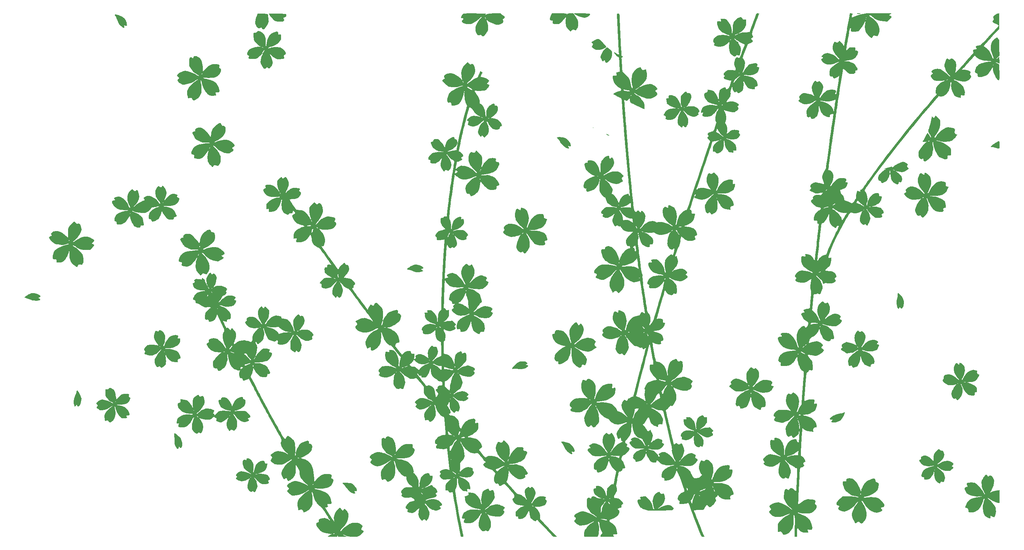
<source format=gto>
%TF.GenerationSoftware,KiCad,Pcbnew,7.0.10*%
%TF.CreationDate,2024-03-26T21:05:52-04:00*%
%TF.ProjectId,left panel no aux,6c656674-2070-4616-9e65-6c206e6f2061,rev?*%
%TF.SameCoordinates,Original*%
%TF.FileFunction,Legend,Top*%
%TF.FilePolarity,Positive*%
%FSLAX46Y46*%
G04 Gerber Fmt 4.6, Leading zero omitted, Abs format (unit mm)*
G04 Created by KiCad (PCBNEW 7.0.10) date 2024-03-26 21:05:52*
%MOMM*%
%LPD*%
G01*
G04 APERTURE LIST*
G04 APERTURE END LIST*
%TO.C,G\u002A\u002A\u002A*%
G36*
X257386667Y-30394801D02*
G01*
X257344333Y-30437134D01*
X257302000Y-30394801D01*
X257344333Y-30352467D01*
X257386667Y-30394801D01*
G37*
G36*
X193675000Y-58177183D02*
G01*
X193786401Y-58237278D01*
X193802000Y-58259192D01*
X193732863Y-58288789D01*
X193675000Y-58292467D01*
X193562307Y-58248158D01*
X193548000Y-58210458D01*
X193610061Y-58163873D01*
X193675000Y-58177183D01*
G37*
G36*
X197006401Y-59768769D02*
G01*
X197194319Y-59857348D01*
X197381587Y-59964051D01*
X197506943Y-60055392D01*
X197527333Y-60086148D01*
X197488289Y-60144519D01*
X197350221Y-60120423D01*
X197228060Y-60074571D01*
X197091131Y-59994052D01*
X196957483Y-59881591D01*
X196870692Y-59779987D01*
X196874332Y-59732041D01*
X196879094Y-59731801D01*
X197006401Y-59768769D01*
G37*
G36*
X258434808Y-30430451D02*
G01*
X258556407Y-30451370D01*
X258564944Y-30467685D01*
X258431280Y-30513894D01*
X258200898Y-30543559D01*
X257945971Y-30552360D01*
X257738672Y-30535977D01*
X257683000Y-30520475D01*
X257568379Y-30465050D01*
X257612283Y-30441688D01*
X257704167Y-30432501D01*
X257960945Y-30419065D01*
X258220406Y-30419031D01*
X258434808Y-30430451D01*
G37*
G36*
X191585999Y-30440364D02*
G01*
X192082945Y-30445875D01*
X192445999Y-30459672D01*
X192692875Y-30484945D01*
X192841288Y-30524883D01*
X192908952Y-30582676D01*
X192913584Y-30661514D01*
X192872897Y-30764586D01*
X192861883Y-30786436D01*
X192722046Y-30943691D01*
X192476850Y-31125222D01*
X192180773Y-31299395D01*
X191888294Y-31434574D01*
X191653889Y-31499126D01*
X191631952Y-31500635D01*
X191411015Y-31484430D01*
X191095024Y-31432750D01*
X190751725Y-31356710D01*
X190746036Y-31355269D01*
X189985458Y-31089465D01*
X189345341Y-30710092D01*
X189226830Y-30616262D01*
X189018333Y-30442767D01*
X190937444Y-30439951D01*
X191585999Y-30440364D01*
G37*
G36*
X292076788Y-61516637D02*
G01*
X292132869Y-61557247D01*
X292165109Y-61661781D01*
X292180100Y-61860387D01*
X292184435Y-62183217D01*
X292184667Y-62398801D01*
X292182570Y-62824063D01*
X292158190Y-63100677D01*
X292084395Y-63247969D01*
X291934052Y-63285263D01*
X291680027Y-63231886D01*
X291295188Y-63107162D01*
X291223720Y-63083233D01*
X290888717Y-62987900D01*
X290574630Y-62926468D01*
X290355887Y-62912235D01*
X290139893Y-62899039D01*
X290075513Y-62812443D01*
X290162603Y-62651404D01*
X290300833Y-62505877D01*
X290522843Y-62323313D01*
X290819975Y-62116055D01*
X291152084Y-61907772D01*
X291479026Y-61722132D01*
X291760657Y-61582803D01*
X291956832Y-61513456D01*
X291990273Y-61509801D01*
X292076788Y-61516637D01*
G37*
G36*
X177047074Y-115015871D02*
G01*
X177363210Y-115105298D01*
X177593226Y-115222454D01*
X177664597Y-115295275D01*
X177702700Y-115414491D01*
X177633773Y-115535171D01*
X177503667Y-115652063D01*
X177249667Y-115859711D01*
X177527490Y-115862756D01*
X177770771Y-115911163D01*
X177867762Y-116032946D01*
X177810107Y-116203259D01*
X177684373Y-116329315D01*
X177284524Y-116560305D01*
X176770303Y-116725250D01*
X176186409Y-116816171D01*
X175577537Y-116825087D01*
X175165370Y-116779108D01*
X174687523Y-116741426D01*
X174382869Y-116783052D01*
X174141433Y-116824437D01*
X174025701Y-116786402D01*
X174018575Y-116683485D01*
X174102402Y-116523439D01*
X174288153Y-116291735D01*
X174586797Y-115973843D01*
X174801930Y-115758200D01*
X175139365Y-115443364D01*
X175426835Y-115233187D01*
X175719862Y-115099863D01*
X176073965Y-115015587D01*
X176369400Y-114973166D01*
X176698058Y-114967413D01*
X177047074Y-115015871D01*
G37*
G36*
X195039537Y-36655596D02*
G01*
X195145144Y-36714475D01*
X195282638Y-36830170D01*
X195471564Y-37017666D01*
X195731467Y-37291947D01*
X196081890Y-37667998D01*
X196236167Y-37833535D01*
X196488248Y-38110024D01*
X196690147Y-38343462D01*
X196817683Y-38505133D01*
X196850000Y-38562450D01*
X196779758Y-38631141D01*
X196593128Y-38750790D01*
X196326256Y-38898819D01*
X196241389Y-38942627D01*
X195665137Y-39174101D01*
X195088833Y-39293249D01*
X194557037Y-39292732D01*
X194352333Y-39253681D01*
X193995489Y-39125517D01*
X193699987Y-38924804D01*
X193516317Y-38747310D01*
X193272967Y-38491581D01*
X193452817Y-38262940D01*
X193594721Y-38052077D01*
X193612911Y-37893804D01*
X193506266Y-37723899D01*
X193442167Y-37652921D01*
X193251667Y-37449462D01*
X193505667Y-37240653D01*
X194040407Y-36891463D01*
X194604076Y-36691007D01*
X194718603Y-36670009D01*
X194845811Y-36648348D01*
X194946274Y-36638549D01*
X195039537Y-36655596D01*
G37*
G36*
X58106170Y-98384262D02*
G01*
X58544014Y-98467899D01*
X58944516Y-98605170D01*
X59275883Y-98778959D01*
X59506321Y-98972152D01*
X59604035Y-99167631D01*
X59605333Y-99191307D01*
X59527361Y-99329016D01*
X59330167Y-99439495D01*
X59055000Y-99539755D01*
X59333145Y-99676216D01*
X59535663Y-99818124D01*
X59570682Y-99957061D01*
X59439966Y-100085048D01*
X59223660Y-100172270D01*
X58625105Y-100266025D01*
X57955139Y-100209417D01*
X57615667Y-100130454D01*
X57290982Y-100028642D01*
X56990394Y-99914348D01*
X56836731Y-99842322D01*
X56586504Y-99734586D01*
X56270601Y-99634881D01*
X56138231Y-99602798D01*
X55896590Y-99532986D01*
X55741576Y-99453649D01*
X55710667Y-99409007D01*
X55783088Y-99307736D01*
X55981052Y-99155223D01*
X56275609Y-98969550D01*
X56637808Y-98768799D01*
X57038700Y-98571051D01*
X57090170Y-98547407D01*
X57395204Y-98421248D01*
X57639949Y-98365113D01*
X57911171Y-98365070D01*
X58106170Y-98384262D01*
G37*
G36*
X92248335Y-132435734D02*
G01*
X92482222Y-132601763D01*
X92794105Y-132859143D01*
X93159915Y-133188537D01*
X93448349Y-133470661D01*
X93637295Y-133698046D01*
X93760951Y-133919887D01*
X93853515Y-134185378D01*
X93853980Y-134186974D01*
X93975384Y-134807228D01*
X93971043Y-135377925D01*
X93895823Y-135718651D01*
X93770518Y-135942013D01*
X93608912Y-136018241D01*
X93440877Y-135940068D01*
X93367684Y-135847134D01*
X93249431Y-135701562D01*
X93170625Y-135716824D01*
X93123767Y-135896073D01*
X93117531Y-135952274D01*
X93052249Y-136175690D01*
X92926864Y-136245762D01*
X92760395Y-136158854D01*
X92656406Y-136040384D01*
X92339318Y-135515309D01*
X92171497Y-134990497D01*
X92165056Y-134953656D01*
X92141420Y-134742288D01*
X92120735Y-134431063D01*
X92103717Y-134054822D01*
X92091079Y-133648408D01*
X92083537Y-133246661D01*
X92081806Y-132884424D01*
X92086600Y-132596538D01*
X92098634Y-132417845D01*
X92112183Y-132376358D01*
X92248335Y-132435734D01*
G37*
G36*
X68559544Y-122036049D02*
G01*
X68583368Y-122048270D01*
X68683586Y-122155391D01*
X68834142Y-122380967D01*
X69013346Y-122690198D01*
X69171470Y-122991784D01*
X69357763Y-123369154D01*
X69478232Y-123638428D01*
X69544466Y-123842113D01*
X69568055Y-124022715D01*
X69560586Y-124222740D01*
X69546343Y-124366736D01*
X69467623Y-124805365D01*
X69337025Y-125213294D01*
X69170882Y-125558569D01*
X68985532Y-125809239D01*
X68797308Y-125933352D01*
X68741451Y-125941134D01*
X68599975Y-125877452D01*
X68524967Y-125687134D01*
X68458938Y-125485827D01*
X68372763Y-125452259D01*
X68263140Y-125586128D01*
X68224786Y-125659715D01*
X68085871Y-125866387D01*
X67955404Y-125907203D01*
X67839691Y-125781318D01*
X67810444Y-125715182D01*
X67678556Y-125150487D01*
X67688168Y-124512643D01*
X67837320Y-123818464D01*
X68114591Y-123104801D01*
X68242875Y-122785278D01*
X68341809Y-122456591D01*
X68369408Y-122322555D01*
X68412878Y-122102638D01*
X68467620Y-122018207D01*
X68559544Y-122036049D01*
G37*
G36*
X133676400Y-144434321D02*
G01*
X134053538Y-144456413D01*
X134421654Y-144491995D01*
X134736530Y-144538832D01*
X134874000Y-144569378D01*
X135187544Y-144714220D01*
X135530120Y-144969108D01*
X135856428Y-145291941D01*
X136121171Y-145640620D01*
X136220854Y-145821121D01*
X136351440Y-146157619D01*
X136367803Y-146375755D01*
X136267127Y-146484692D01*
X136046594Y-146493595D01*
X136015499Y-146488958D01*
X135802358Y-146463098D01*
X135735112Y-146500348D01*
X135793648Y-146630409D01*
X135854964Y-146726056D01*
X135946273Y-146934975D01*
X135903404Y-147060934D01*
X135741427Y-147100974D01*
X135475410Y-147052130D01*
X135120422Y-146911443D01*
X135060428Y-146882233D01*
X134583815Y-146562777D01*
X134110764Y-146084289D01*
X133651327Y-145456944D01*
X133649338Y-145453850D01*
X133443916Y-145169930D01*
X133216591Y-144907700D01*
X133093880Y-144790676D01*
X132925527Y-144633286D01*
X132881162Y-144535768D01*
X132933009Y-144471320D01*
X133071919Y-144439541D01*
X133334454Y-144427953D01*
X133676400Y-144434321D01*
G37*
G36*
X117715393Y-30522200D02*
G01*
X118236456Y-30526254D01*
X118625993Y-30538249D01*
X118902907Y-30562469D01*
X119086101Y-30603199D01*
X119194478Y-30664726D01*
X119246941Y-30751333D01*
X119262393Y-30867307D01*
X119259737Y-31016932D01*
X119259510Y-31024060D01*
X119216219Y-31178502D01*
X119068889Y-31272283D01*
X118956667Y-31305855D01*
X118695681Y-31390867D01*
X118577846Y-31498452D01*
X118577955Y-31669314D01*
X118629521Y-31834113D01*
X118694552Y-32044127D01*
X118681300Y-32169353D01*
X118576884Y-32281199D01*
X118543996Y-32308191D01*
X118325218Y-32403991D01*
X117990632Y-32456303D01*
X117588275Y-32464401D01*
X117166185Y-32427562D01*
X116772399Y-32345060D01*
X116740129Y-32335413D01*
X116552055Y-32265411D01*
X116374151Y-32164975D01*
X116180236Y-32012077D01*
X115944130Y-31784689D01*
X115639655Y-31460782D01*
X115443000Y-31243988D01*
X115279259Y-31033857D01*
X115121841Y-30790862D01*
X115120713Y-30788895D01*
X114967760Y-30521801D01*
X117043901Y-30521801D01*
X117715393Y-30522200D01*
G37*
G36*
X150774856Y-91467367D02*
G01*
X151168689Y-91512023D01*
X151565750Y-91614239D01*
X151930889Y-91757840D01*
X152228954Y-91926650D01*
X152424794Y-92104495D01*
X152484667Y-92254168D01*
X152413914Y-92335851D01*
X152237340Y-92438441D01*
X152168223Y-92469326D01*
X151851779Y-92601545D01*
X152145372Y-92740173D01*
X152334810Y-92849178D01*
X152435674Y-92945275D01*
X152440649Y-92962326D01*
X152364924Y-93083185D01*
X152156255Y-93182946D01*
X151850252Y-93256733D01*
X151482524Y-93299673D01*
X151088683Y-93306891D01*
X150704339Y-93273511D01*
X150485268Y-93229995D01*
X150134260Y-93121772D01*
X149763181Y-92979718D01*
X149638601Y-92924136D01*
X149320804Y-92799247D01*
X148992266Y-92708310D01*
X148865167Y-92686759D01*
X148615299Y-92633768D01*
X148522717Y-92546128D01*
X148588002Y-92416838D01*
X148811735Y-92238900D01*
X148907500Y-92176463D01*
X149389557Y-91882490D01*
X149773788Y-91678224D01*
X150096416Y-91549909D01*
X150393664Y-91483791D01*
X150701757Y-91466114D01*
X150774856Y-91467367D01*
G37*
G36*
X185570387Y-60500697D02*
G01*
X185949047Y-60534129D01*
X186322869Y-60585776D01*
X186649112Y-60652007D01*
X186859333Y-60717989D01*
X187087697Y-60847411D01*
X187356899Y-61048668D01*
X187522487Y-61196308D01*
X187813196Y-61518860D01*
X188034026Y-61843100D01*
X188180475Y-62147202D01*
X188248041Y-62409342D01*
X188232221Y-62607693D01*
X188128513Y-62720431D01*
X187932415Y-62725730D01*
X187831556Y-62694585D01*
X187624201Y-62640518D01*
X187549924Y-62680815D01*
X187615743Y-62809485D01*
X187650074Y-62849448D01*
X187760631Y-63025952D01*
X187790667Y-63146301D01*
X187725853Y-63260119D01*
X187542826Y-63273696D01*
X187258706Y-63188569D01*
X187020595Y-63077224D01*
X186697397Y-62858911D01*
X186340655Y-62539461D01*
X185996427Y-62167194D01*
X185710772Y-61790428D01*
X185576372Y-61562118D01*
X185405134Y-61281133D01*
X185182308Y-60989920D01*
X185099024Y-60897521D01*
X184934994Y-60713589D01*
X184841549Y-60583055D01*
X184832835Y-60545967D01*
X184969537Y-60502987D01*
X185229636Y-60489107D01*
X185570387Y-60500697D01*
G37*
G36*
X267764384Y-98415646D02*
G01*
X267999301Y-98642593D01*
X268307215Y-99019757D01*
X268536152Y-99331084D01*
X268738030Y-99621900D01*
X268861103Y-99839923D01*
X268927345Y-100048440D01*
X268958731Y-100310737D01*
X268972969Y-100589141D01*
X268979458Y-100984663D01*
X268952726Y-101279080D01*
X268883382Y-101538935D01*
X268814376Y-101713025D01*
X268686553Y-101974998D01*
X268572938Y-102108819D01*
X268442462Y-102149506D01*
X268426853Y-102149801D01*
X268251672Y-102091900D01*
X268174101Y-101938134D01*
X268097838Y-101762013D01*
X268011753Y-101749646D01*
X267934861Y-101897925D01*
X267914967Y-101980467D01*
X267833793Y-102186630D01*
X267714314Y-102236445D01*
X267571086Y-102134439D01*
X267418664Y-101885133D01*
X267387759Y-101816605D01*
X267270592Y-101408609D01*
X267211741Y-100906930D01*
X267212360Y-100377281D01*
X267273601Y-99885372D01*
X267349057Y-99609801D01*
X267434775Y-99284167D01*
X267486625Y-98915291D01*
X267492968Y-98784301D01*
X267515988Y-98485633D01*
X267575542Y-98348918D01*
X267603294Y-98339801D01*
X267764384Y-98415646D01*
G37*
G36*
X78063098Y-30732133D02*
G01*
X78474927Y-30852347D01*
X78845043Y-30984011D01*
X79274229Y-31157519D01*
X79579209Y-31316361D01*
X79800788Y-31483877D01*
X79902521Y-31588881D01*
X80273272Y-32121113D01*
X80509882Y-32704363D01*
X80570889Y-33000699D01*
X80594217Y-33251290D01*
X80568373Y-33385452D01*
X80483219Y-33451532D01*
X80475730Y-33454492D01*
X80285960Y-33459488D01*
X80169267Y-33413829D01*
X79976304Y-33320689D01*
X79894625Y-33354111D01*
X79921219Y-33515715D01*
X79930884Y-33542068D01*
X79979560Y-33766907D01*
X79951190Y-33934355D01*
X79864490Y-33992771D01*
X79762019Y-33949165D01*
X79570040Y-33837601D01*
X79419392Y-33741018D01*
X79169658Y-33558177D01*
X78959495Y-33375078D01*
X78887115Y-33296881D01*
X78708301Y-33028055D01*
X78506197Y-32656499D01*
X78309740Y-32240560D01*
X78147868Y-31838585D01*
X78111571Y-31733091D01*
X77997464Y-31439215D01*
X77867521Y-31181398D01*
X77803453Y-31084737D01*
X77666996Y-30870911D01*
X77662523Y-30741087D01*
X77793427Y-30694937D01*
X78063098Y-30732133D01*
G37*
G36*
X197173409Y-38765663D02*
G01*
X197353517Y-38887368D01*
X197614440Y-39087408D01*
X197888375Y-39306383D01*
X198056748Y-39469623D01*
X198150774Y-39621220D01*
X198201668Y-39805266D01*
X198224396Y-39948966D01*
X198253538Y-40559211D01*
X198146319Y-41089009D01*
X197892801Y-41570564D01*
X197623838Y-41895279D01*
X197387906Y-42115581D01*
X197138981Y-42304545D01*
X196924617Y-42428912D01*
X196816672Y-42459801D01*
X196743043Y-42398571D01*
X196643134Y-42271628D01*
X196542440Y-42074206D01*
X196511333Y-41932962D01*
X196473126Y-41800672D01*
X196362623Y-41818041D01*
X196215000Y-41951801D01*
X196075293Y-42078028D01*
X195985763Y-42121134D01*
X195914944Y-42050109D01*
X195800361Y-41863306D01*
X195666007Y-41600132D01*
X195657445Y-41581928D01*
X195527342Y-41296399D01*
X195462139Y-41105129D01*
X195454847Y-40949058D01*
X195498479Y-40769127D01*
X195544749Y-40629428D01*
X195806715Y-40004675D01*
X196134512Y-39464871D01*
X196507062Y-39040140D01*
X196821793Y-38804243D01*
X196946601Y-38738052D01*
X197050788Y-38720541D01*
X197173409Y-38765663D01*
G37*
G36*
X186408039Y-134494358D02*
G01*
X186822254Y-134575374D01*
X187071195Y-134633124D01*
X187472601Y-134732513D01*
X187752238Y-134816105D01*
X187953521Y-134905351D01*
X188119866Y-135021701D01*
X188294692Y-135186604D01*
X188389856Y-135284610D01*
X188644995Y-135597369D01*
X188872401Y-135960795D01*
X189045381Y-136323860D01*
X189137245Y-136635532D01*
X189145333Y-136728943D01*
X189076277Y-136903980D01*
X188911607Y-136987027D01*
X188732978Y-136953676D01*
X188523056Y-136866949D01*
X188430313Y-136890203D01*
X188462122Y-137021423D01*
X188465021Y-137026901D01*
X188538485Y-137237280D01*
X188543287Y-137424730D01*
X188481465Y-137531783D01*
X188446833Y-137539673D01*
X188320857Y-137499444D01*
X188102529Y-137395970D01*
X187895782Y-137283550D01*
X187531895Y-137023829D01*
X187199531Y-136671217D01*
X186879596Y-136201415D01*
X186552995Y-135590125D01*
X186533551Y-135550036D01*
X186370146Y-135230401D01*
X186216425Y-134962238D01*
X186097748Y-134788688D01*
X186067091Y-134756502D01*
X185954410Y-134635878D01*
X185928000Y-134575825D01*
X185976231Y-134495351D01*
X186131138Y-134467940D01*
X186408039Y-134494358D01*
G37*
G36*
X254669006Y-127332191D02*
G01*
X254677370Y-127418993D01*
X254677333Y-127447232D01*
X254632478Y-127623473D01*
X254509053Y-127907201D01*
X254323765Y-128265919D01*
X254093324Y-128667128D01*
X253854059Y-129048491D01*
X253648056Y-129253196D01*
X253323526Y-129455563D01*
X252930170Y-129633969D01*
X252517695Y-129766792D01*
X252135802Y-129832411D01*
X252044255Y-129835801D01*
X251692301Y-129811365D01*
X251489247Y-129736066D01*
X251457940Y-129706318D01*
X251402348Y-129591297D01*
X251460725Y-129464939D01*
X251532240Y-129383362D01*
X251680410Y-129200144D01*
X251687286Y-129106170D01*
X251548412Y-129090939D01*
X251416561Y-129110755D01*
X251202563Y-129131606D01*
X251094057Y-129078521D01*
X251063073Y-129020492D01*
X251084010Y-128854177D01*
X251235281Y-128647526D01*
X251489529Y-128421910D01*
X251819399Y-128198700D01*
X252197533Y-127999265D01*
X252547885Y-127860599D01*
X252909058Y-127753633D01*
X253251123Y-127673455D01*
X253511317Y-127634308D01*
X253552544Y-127632608D01*
X253833984Y-127594540D01*
X254149162Y-127501624D01*
X254242079Y-127463274D01*
X254489029Y-127352943D01*
X254618782Y-127309712D01*
X254669006Y-127332191D01*
G37*
G36*
X113994988Y-30522369D02*
G01*
X114351378Y-30533481D01*
X114588888Y-30569242D01*
X114732724Y-30643760D01*
X114808093Y-30771141D01*
X114840203Y-30965493D01*
X114854262Y-31240924D01*
X114856095Y-31283801D01*
X114879854Y-31627188D01*
X114916810Y-31966142D01*
X114936384Y-32096835D01*
X114955441Y-32363645D01*
X114898830Y-32619043D01*
X114796309Y-32855534D01*
X114628276Y-33195931D01*
X114514536Y-33409767D01*
X114438606Y-33524314D01*
X114384001Y-33566844D01*
X114364590Y-33569801D01*
X114305252Y-33637534D01*
X114300000Y-33681551D01*
X114242209Y-33825047D01*
X114101334Y-34012585D01*
X113926123Y-34191574D01*
X113765323Y-34309422D01*
X113699781Y-34329108D01*
X113537950Y-34278475D01*
X113432167Y-34213941D01*
X113312747Y-34085788D01*
X113284000Y-34009963D01*
X113225958Y-33882391D01*
X113086845Y-33868109D01*
X112945684Y-33950483D01*
X112743902Y-34051066D01*
X112528842Y-34036970D01*
X112310937Y-33930961D01*
X112104140Y-33741480D01*
X111961903Y-33525849D01*
X111929333Y-33394064D01*
X111876786Y-33247437D01*
X111808680Y-33153134D01*
X111690020Y-32902237D01*
X111665712Y-32531308D01*
X111733639Y-32059484D01*
X111891687Y-31505902D01*
X112031696Y-31135634D01*
X112283802Y-30521800D01*
X113494509Y-30521800D01*
X113994988Y-30522369D01*
G37*
G36*
X186078747Y-30437497D02*
G01*
X186527128Y-30439985D01*
X186847100Y-30446695D01*
X187059124Y-30459724D01*
X187183664Y-30481169D01*
X187241182Y-30513129D01*
X187252138Y-30557701D01*
X187236996Y-30616981D01*
X187236968Y-30617070D01*
X187219087Y-30742921D01*
X187273596Y-30739073D01*
X187360013Y-30610799D01*
X187367333Y-30559137D01*
X187402193Y-30497466D01*
X187525601Y-30459805D01*
X187765797Y-30441338D01*
X188082691Y-30437134D01*
X188798049Y-30437134D01*
X189035191Y-30754565D01*
X189216772Y-30988838D01*
X189385315Y-31192454D01*
X189428978Y-31241398D01*
X189551326Y-31410223D01*
X189703004Y-31668479D01*
X189809978Y-31876467D01*
X189939690Y-32187010D01*
X190008762Y-32484650D01*
X190033268Y-32848240D01*
X190034333Y-32977134D01*
X190003595Y-33473459D01*
X189897539Y-33874793D01*
X189695402Y-34246446D01*
X189580554Y-34404603D01*
X189466821Y-34533147D01*
X189361634Y-34555345D01*
X189191147Y-34482436D01*
X189163323Y-34468103D01*
X188856206Y-34348543D01*
X188632800Y-34362355D01*
X188467455Y-34513634D01*
X188425667Y-34585801D01*
X188318272Y-34757848D01*
X188231415Y-34838881D01*
X188225041Y-34839801D01*
X188134027Y-34785134D01*
X187959158Y-34641164D01*
X187736708Y-34437938D01*
X187715708Y-34417878D01*
X187366032Y-34041275D01*
X187135933Y-33675971D01*
X187004402Y-33270807D01*
X186950429Y-32774625D01*
X186945859Y-32543279D01*
X186962993Y-32086698D01*
X187012196Y-31689980D01*
X187071000Y-31453134D01*
X187158377Y-31171826D01*
X187190576Y-30994612D01*
X187169854Y-30937614D01*
X187098469Y-31016951D01*
X187027902Y-31145388D01*
X186831266Y-31482034D01*
X186569538Y-31851248D01*
X186272158Y-32219163D01*
X185968570Y-32551913D01*
X185688216Y-32815630D01*
X185460538Y-32976447D01*
X185420144Y-32994770D01*
X185192584Y-33043774D01*
X184873984Y-33066332D01*
X184526742Y-33063319D01*
X184213258Y-33035613D01*
X183995932Y-32984089D01*
X183975739Y-32974497D01*
X183866376Y-32874865D01*
X183827634Y-32700512D01*
X183831367Y-32529049D01*
X183837667Y-32304385D01*
X183794568Y-32197590D01*
X183665516Y-32157690D01*
X183557333Y-32146895D01*
X183285632Y-32077081D01*
X183138930Y-31920891D01*
X183116460Y-31670486D01*
X183217452Y-31318029D01*
X183432303Y-30871863D01*
X183668912Y-30437134D01*
X185481495Y-30437134D01*
X186078747Y-30437497D01*
G37*
G36*
X209719612Y-146668982D02*
G01*
X209823639Y-146792649D01*
X209889526Y-146897524D01*
X210086872Y-147124294D01*
X210310971Y-147188658D01*
X210578817Y-147100941D01*
X210726143Y-147043175D01*
X210786213Y-147045791D01*
X210836365Y-147158336D01*
X210902185Y-147383554D01*
X210971065Y-147667163D01*
X211030394Y-147954883D01*
X211067563Y-148192431D01*
X211074000Y-148284630D01*
X211000174Y-148710145D01*
X210792279Y-149177024D01*
X210470686Y-149657192D01*
X210055767Y-150122574D01*
X209567894Y-150545095D01*
X209294457Y-150737041D01*
X209107207Y-150869919D01*
X209005661Y-150964886D01*
X208999550Y-150988239D01*
X209081035Y-150960964D01*
X209266054Y-150856513D01*
X209519648Y-150695146D01*
X209610467Y-150634188D01*
X210109280Y-150339960D01*
X210636349Y-150106618D01*
X211158291Y-149942727D01*
X211641723Y-149856853D01*
X212053263Y-149857561D01*
X212329416Y-149936592D01*
X212546835Y-150070219D01*
X212783339Y-150246810D01*
X212997048Y-150430765D01*
X213146085Y-150586483D01*
X213190667Y-150668723D01*
X213136050Y-150771944D01*
X213002627Y-150928499D01*
X212983359Y-150948078D01*
X212776051Y-151155386D01*
X209871859Y-151201987D01*
X206967667Y-151248588D01*
X206248000Y-150997370D01*
X205925892Y-150877242D01*
X205671454Y-150767851D01*
X205522637Y-150686184D01*
X205500111Y-150662643D01*
X205403298Y-150583202D01*
X205373111Y-150579684D01*
X205218075Y-150506183D01*
X205032063Y-150309269D01*
X204836552Y-150026533D01*
X204653017Y-149695567D01*
X204502934Y-149353961D01*
X204407778Y-149039307D01*
X204385333Y-148850658D01*
X204452950Y-148617343D01*
X204632738Y-148494536D01*
X204853794Y-148497936D01*
X205080860Y-148523010D01*
X205172645Y-148446994D01*
X205132656Y-148265811D01*
X205104193Y-148206907D01*
X205026365Y-148032839D01*
X205041932Y-147940062D01*
X205141271Y-147873045D01*
X205309693Y-147827010D01*
X205583643Y-147795186D01*
X205858336Y-147785134D01*
X206411138Y-147785134D01*
X206943402Y-148283933D01*
X207468133Y-148875664D01*
X207832293Y-149516045D01*
X208023891Y-150144682D01*
X208120022Y-150541311D01*
X208229751Y-150803359D01*
X208346007Y-150914925D01*
X208367645Y-150917801D01*
X208418626Y-150914861D01*
X208439498Y-150883155D01*
X208425794Y-150788350D01*
X208373046Y-150596115D01*
X208288933Y-150312886D01*
X208116301Y-149533862D01*
X208077764Y-148819777D01*
X208169898Y-148181505D01*
X208389281Y-147629924D01*
X208732489Y-147175909D01*
X209196099Y-146830335D01*
X209418824Y-146723089D01*
X209606566Y-146653908D01*
X209719612Y-146668982D01*
G37*
G36*
X269185959Y-66581365D02*
G01*
X269609172Y-66793169D01*
X269808161Y-66949993D01*
X269931748Y-67085022D01*
X269933645Y-67195692D01*
X269871661Y-67297594D01*
X269758182Y-67553022D01*
X269808170Y-67767553D01*
X269963737Y-67912587D01*
X270179475Y-68053943D01*
X269815571Y-68386634D01*
X269565179Y-68598281D01*
X269319202Y-68778925D01*
X269199519Y-68852058D01*
X268906986Y-68940556D01*
X268509867Y-68972716D01*
X268063090Y-68949016D01*
X267621586Y-68869934D01*
X267504333Y-68837306D01*
X267192567Y-68747369D01*
X267034168Y-68717652D01*
X267023071Y-68751319D01*
X267153212Y-68851534D01*
X267297257Y-68945361D01*
X267575512Y-69153280D01*
X267871452Y-69424391D01*
X268149788Y-69720296D01*
X268375234Y-70002592D01*
X268512503Y-70232879D01*
X268531969Y-70289018D01*
X268555663Y-70537211D01*
X268534093Y-70841192D01*
X268477519Y-71134674D01*
X268396201Y-71351371D01*
X268359873Y-71400880D01*
X268215938Y-71472367D01*
X268077515Y-71428028D01*
X267889096Y-71395761D01*
X267759647Y-71507865D01*
X267716000Y-71720009D01*
X267643116Y-71903233D01*
X267465692Y-72000727D01*
X267391575Y-72004641D01*
X267289160Y-71965323D01*
X267095102Y-71870232D01*
X266988795Y-71814141D01*
X266550295Y-71543610D01*
X266247887Y-71268368D01*
X266050484Y-70956786D01*
X265987247Y-70795151D01*
X265872713Y-70367065D01*
X265775801Y-69849720D01*
X265709223Y-69323121D01*
X265685677Y-68896967D01*
X265668210Y-68677163D01*
X265626269Y-68549858D01*
X265605568Y-68537134D01*
X265570623Y-68614644D01*
X265558116Y-68820894D01*
X265569209Y-69098384D01*
X265582039Y-69454538D01*
X265548809Y-69722528D01*
X265457765Y-69980009D01*
X265425047Y-70050884D01*
X265282707Y-70351217D01*
X265144585Y-70644654D01*
X265101573Y-70736658D01*
X264943995Y-70963535D01*
X264671762Y-71189139D01*
X264414377Y-71350491D01*
X264128822Y-71505970D01*
X263886276Y-71619586D01*
X263734548Y-71669199D01*
X263724936Y-71669801D01*
X263575539Y-71593504D01*
X263473408Y-71396644D01*
X263448516Y-71249744D01*
X263364512Y-71152365D01*
X263189308Y-71122744D01*
X262952281Y-71051744D01*
X262809923Y-70844497D01*
X262760966Y-70498487D01*
X262769682Y-70289360D01*
X262875407Y-69834448D01*
X263014795Y-69590832D01*
X263238260Y-69340787D01*
X263546055Y-69049945D01*
X263884723Y-68764247D01*
X264200803Y-68529634D01*
X264371667Y-68424774D01*
X264386799Y-68416740D01*
X266388859Y-68416740D01*
X266480369Y-68493681D01*
X266483349Y-68495964D01*
X266645276Y-68586899D01*
X266795053Y-68624977D01*
X266868632Y-68594968D01*
X266869333Y-68587750D01*
X266798172Y-68541223D01*
X266623885Y-68472025D01*
X266594167Y-68461913D01*
X266420800Y-68407992D01*
X266388859Y-68416740D01*
X264386799Y-68416740D01*
X264625667Y-68289914D01*
X264378722Y-68286524D01*
X264226192Y-68276022D01*
X264196066Y-68251411D01*
X264910251Y-68251411D01*
X265022707Y-68266070D01*
X265049000Y-68266628D01*
X265193596Y-68257477D01*
X265206326Y-68230972D01*
X265198778Y-68227598D01*
X265030699Y-68210849D01*
X264944778Y-68224461D01*
X264910251Y-68251411D01*
X264196066Y-68251411D01*
X264190026Y-68246477D01*
X264281079Y-68192302D01*
X264510209Y-68107910D01*
X264888270Y-67987715D01*
X265062075Y-67934860D01*
X265428146Y-67824022D01*
X265744527Y-67727564D01*
X265968786Y-67658460D01*
X266045092Y-67634343D01*
X266151788Y-67627477D01*
X266141866Y-67722597D01*
X266117449Y-67836575D01*
X266181970Y-67835748D01*
X266346166Y-67716537D01*
X266465160Y-67614789D01*
X266726010Y-67420585D01*
X267077484Y-67205916D01*
X267479382Y-66990259D01*
X267891506Y-66793089D01*
X268273657Y-66633882D01*
X268585635Y-66532113D01*
X268755548Y-66505134D01*
X269185959Y-66581365D01*
G37*
G36*
X164166781Y-30440720D02*
G01*
X164930951Y-30444122D01*
X165011196Y-30444397D01*
X165789556Y-30447908D01*
X166412368Y-30453196D01*
X166893413Y-30460866D01*
X167246472Y-30471526D01*
X167485325Y-30485782D01*
X167623754Y-30504239D01*
X167675539Y-30527503D01*
X167654462Y-30556182D01*
X167647067Y-30560351D01*
X167510180Y-30654774D01*
X167509655Y-30706098D01*
X167617211Y-30710796D01*
X167804566Y-30665340D01*
X167970493Y-30600698D01*
X168130789Y-30538441D01*
X168309950Y-30494129D01*
X168538934Y-30464958D01*
X168848701Y-30448127D01*
X169270208Y-30440830D01*
X169744746Y-30440042D01*
X171153667Y-30442951D01*
X171661134Y-30803134D01*
X171914068Y-30999586D01*
X172105049Y-31179719D01*
X172195808Y-31307061D01*
X172197722Y-31314524D01*
X172162491Y-31493780D01*
X172034617Y-31673645D01*
X171870559Y-31783179D01*
X171817878Y-31791801D01*
X171721963Y-31812537D01*
X171726584Y-31897471D01*
X171833909Y-32080688D01*
X171836510Y-32084661D01*
X171913167Y-32331885D01*
X171824855Y-32579180D01*
X171575815Y-32820092D01*
X171218497Y-33025768D01*
X170941255Y-33149820D01*
X170733701Y-33208779D01*
X170520421Y-33212666D01*
X170226002Y-33171498D01*
X170180000Y-33163727D01*
X169867621Y-33085646D01*
X169491888Y-32954399D01*
X169090233Y-32787679D01*
X168700087Y-32603175D01*
X168358879Y-32418580D01*
X168104042Y-32251584D01*
X167973536Y-32120882D01*
X167869001Y-31976056D01*
X167806897Y-31978548D01*
X167803036Y-32108450D01*
X167848260Y-32278634D01*
X167990054Y-32705049D01*
X168080530Y-33034164D01*
X168131672Y-33325734D01*
X168155461Y-33639515D01*
X168161148Y-33839002D01*
X168158529Y-34199658D01*
X168124049Y-34462929D01*
X168042467Y-34699946D01*
X167927778Y-34928223D01*
X167731049Y-35248499D01*
X167504194Y-35551590D01*
X167276882Y-35804120D01*
X167078784Y-35972711D01*
X166952685Y-36025134D01*
X166817789Y-35969113D01*
X166638952Y-35830822D01*
X166602063Y-35795379D01*
X166434383Y-35652006D01*
X166323563Y-35631047D01*
X166269554Y-35668379D01*
X166093860Y-35752073D01*
X165865081Y-35763689D01*
X165671058Y-35703649D01*
X165627221Y-35665301D01*
X165539397Y-35534759D01*
X165406485Y-35313281D01*
X165311577Y-35146154D01*
X165131141Y-34718776D01*
X165071235Y-34282094D01*
X165133992Y-33807464D01*
X165321542Y-33266242D01*
X165476163Y-32934801D01*
X165723115Y-32489054D01*
X165988969Y-32089778D01*
X166236157Y-31793359D01*
X166237712Y-31791801D01*
X166435560Y-31584957D01*
X166574236Y-31423078D01*
X166621229Y-31347301D01*
X166618321Y-31342832D01*
X167408656Y-31342832D01*
X167419879Y-31488398D01*
X167479362Y-31638715D01*
X167565718Y-31750179D01*
X167617344Y-31732769D01*
X167606121Y-31587203D01*
X167546638Y-31436886D01*
X167460281Y-31325422D01*
X167408656Y-31342832D01*
X166618321Y-31342832D01*
X166576358Y-31278350D01*
X166443370Y-31328913D01*
X166242028Y-31487985D01*
X166079584Y-31648883D01*
X165765121Y-31944618D01*
X165372649Y-32259862D01*
X164954023Y-32557272D01*
X164561097Y-32799502D01*
X164306493Y-32925830D01*
X163902702Y-33028400D01*
X163413818Y-33054564D01*
X162906007Y-33004041D01*
X162607445Y-32933102D01*
X162184742Y-32779826D01*
X161923058Y-32619327D01*
X161814131Y-32440152D01*
X161849699Y-32230851D01*
X161967333Y-32045801D01*
X162109338Y-31816109D01*
X162107701Y-31674387D01*
X161962467Y-31621526D01*
X161946167Y-31621171D01*
X161695088Y-31589702D01*
X161587204Y-31487906D01*
X161614395Y-31298055D01*
X161709200Y-31103719D01*
X161805812Y-30925479D01*
X161886677Y-30781877D01*
X161970129Y-30669251D01*
X162074502Y-30583942D01*
X162218129Y-30522288D01*
X162419346Y-30480628D01*
X162696486Y-30455303D01*
X163067882Y-30442650D01*
X163551869Y-30439010D01*
X164166781Y-30440720D01*
G37*
G36*
X220356770Y-128132013D02*
G01*
X220459982Y-128313854D01*
X220463222Y-128323015D01*
X220537674Y-128493185D01*
X220640114Y-128558008D01*
X220833802Y-128550704D01*
X220884294Y-128544152D01*
X221212912Y-128500075D01*
X221267296Y-128962796D01*
X221287494Y-129425086D01*
X221214691Y-129810588D01*
X221030786Y-130165750D01*
X220717679Y-130537023D01*
X220613000Y-130641801D01*
X220299056Y-130920535D01*
X219953037Y-131185035D01*
X219643579Y-131383338D01*
X219609188Y-131401767D01*
X219320480Y-131557686D01*
X219179792Y-131646274D01*
X219179894Y-131667820D01*
X219313561Y-131622611D01*
X219573565Y-131510937D01*
X219827546Y-131393050D01*
X220200479Y-131228438D01*
X220516544Y-131127570D01*
X220854571Y-131070642D01*
X221226726Y-131041508D01*
X221975566Y-130998811D01*
X222366783Y-131359422D01*
X222614996Y-131609440D01*
X222730997Y-131795798D01*
X222722900Y-131949615D01*
X222598815Y-132102011D01*
X222567500Y-132129396D01*
X222377000Y-132291134D01*
X222580317Y-132463251D01*
X222714753Y-132601208D01*
X222726980Y-132723653D01*
X222677394Y-132833879D01*
X222500573Y-133023600D01*
X222207919Y-133199156D01*
X221852682Y-133337167D01*
X221488114Y-133414254D01*
X221335970Y-133422840D01*
X221130883Y-133408481D01*
X220913184Y-133359097D01*
X220652541Y-133262827D01*
X220318623Y-133107810D01*
X219881099Y-132882187D01*
X219683916Y-132776841D01*
X219457387Y-132631445D01*
X219217087Y-132444489D01*
X219189966Y-132420753D01*
X219017854Y-132291148D01*
X218897377Y-132243196D01*
X218877383Y-132250386D01*
X218895612Y-132334478D01*
X219013420Y-132447880D01*
X219370992Y-132710586D01*
X219625533Y-132915506D01*
X219811768Y-133103331D01*
X219964423Y-133314750D01*
X220118223Y-133590450D01*
X220300445Y-133955945D01*
X220376163Y-134120164D01*
X220420585Y-134265752D01*
X220434798Y-134432868D01*
X220419887Y-134661669D01*
X220376940Y-134992314D01*
X220336011Y-135270760D01*
X220261066Y-135558458D01*
X220136798Y-135691172D01*
X219949236Y-135679517D01*
X219853934Y-135637109D01*
X219686605Y-135565682D01*
X219595114Y-135594233D01*
X219537916Y-135682940D01*
X219380140Y-135819294D01*
X219143158Y-135837884D01*
X218866376Y-135741799D01*
X218679329Y-135615663D01*
X218489464Y-135452178D01*
X218356167Y-135324001D01*
X218334144Y-135298163D01*
X218234644Y-135077902D01*
X218152682Y-134739251D01*
X218093567Y-134332711D01*
X218062612Y-133908783D01*
X218065128Y-133517968D01*
X218106425Y-133210768D01*
X218112295Y-133188699D01*
X218181408Y-132943264D01*
X217950870Y-133143224D01*
X217755873Y-133318596D01*
X217599029Y-133469744D01*
X217593333Y-133475647D01*
X217335395Y-133684030D01*
X216992013Y-133886157D01*
X216642785Y-134037887D01*
X216508710Y-134077096D01*
X216266515Y-134101398D01*
X215959280Y-134090058D01*
X215639137Y-134050567D01*
X215358219Y-133990417D01*
X215168660Y-133917099D01*
X215124652Y-133878203D01*
X215110335Y-133738053D01*
X215151340Y-133568381D01*
X215189754Y-133389541D01*
X215111174Y-133270848D01*
X215059217Y-133233486D01*
X214922190Y-133071091D01*
X214884000Y-132928510D01*
X214929913Y-132765694D01*
X218212185Y-132765694D01*
X218261113Y-132762704D01*
X218261764Y-132762302D01*
X218373669Y-132645998D01*
X218447992Y-132530201D01*
X218498482Y-132409240D01*
X218449553Y-132412230D01*
X218448902Y-132412632D01*
X218336997Y-132528936D01*
X218262675Y-132644733D01*
X218212185Y-132765694D01*
X214929913Y-132765694D01*
X214945791Y-132709388D01*
X215105328Y-132441178D01*
X215323861Y-132175003D01*
X215562638Y-131961986D01*
X215665497Y-131897548D01*
X215919544Y-131817145D01*
X216288310Y-131765540D01*
X216719393Y-131744243D01*
X217160392Y-131754763D01*
X217558906Y-131798609D01*
X217741996Y-131837746D01*
X217969183Y-131881711D01*
X218120181Y-131879086D01*
X218146607Y-131863043D01*
X218101009Y-131800757D01*
X217934658Y-131725694D01*
X217828610Y-131693094D01*
X217403457Y-131566317D01*
X217068235Y-131431963D01*
X216745724Y-131255353D01*
X216496220Y-131094725D01*
X216062744Y-130739982D01*
X215782156Y-130345216D01*
X215638434Y-129882392D01*
X215610984Y-129545632D01*
X215603667Y-129031467D01*
X215963500Y-129058347D01*
X216204937Y-129067253D01*
X216304438Y-129029433D01*
X216287981Y-128920035D01*
X216229925Y-128803467D01*
X216188343Y-128645016D01*
X216276730Y-128550620D01*
X216506231Y-128515171D01*
X216830095Y-128528369D01*
X217088041Y-128559509D01*
X217273633Y-128620889D01*
X217444147Y-128744005D01*
X217656856Y-128960351D01*
X217699080Y-129006211D01*
X218103157Y-129562711D01*
X218364325Y-130200039D01*
X218483158Y-130870750D01*
X218520707Y-131161816D01*
X218572388Y-131386947D01*
X218618091Y-131484578D01*
X218659245Y-131469703D01*
X218674065Y-131312382D01*
X218663028Y-131002418D01*
X218649681Y-130809467D01*
X218644486Y-130047432D01*
X218754600Y-129407778D01*
X218981010Y-128887973D01*
X219324700Y-128485484D01*
X219636791Y-128271536D01*
X219970877Y-128112455D01*
X220202303Y-128065414D01*
X220356770Y-128132013D01*
G37*
G36*
X76868848Y-121513528D02*
G01*
X77086556Y-121641940D01*
X77370141Y-121873519D01*
X77586813Y-122162952D01*
X77747197Y-122536444D01*
X77861919Y-123020201D01*
X77941607Y-123640427D01*
X77954139Y-123781525D01*
X77984342Y-124048323D01*
X78018699Y-124210295D01*
X78050497Y-124237701D01*
X78054857Y-124227730D01*
X78153580Y-124068869D01*
X78345923Y-123841665D01*
X78593945Y-123584386D01*
X78859704Y-123335295D01*
X79105257Y-123132659D01*
X79217568Y-123055111D01*
X79490198Y-122936132D01*
X79868743Y-122860301D01*
X80179409Y-122830691D01*
X80603569Y-122816545D01*
X80882470Y-122849358D01*
X81035959Y-122938498D01*
X81083885Y-123093330D01*
X81064679Y-123248438D01*
X81055339Y-123448995D01*
X81158741Y-123603889D01*
X81230248Y-123664425D01*
X81368869Y-123785749D01*
X81430021Y-123899999D01*
X81413485Y-124050940D01*
X81319043Y-124282337D01*
X81226185Y-124475355D01*
X81005383Y-124836112D01*
X80737833Y-125082900D01*
X80654685Y-125135234D01*
X80253816Y-125304474D01*
X79743979Y-125422488D01*
X79180146Y-125480449D01*
X78617287Y-125469530D01*
X78589037Y-125466909D01*
X78274587Y-125451416D01*
X78115945Y-125473619D01*
X78106881Y-125522035D01*
X78241170Y-125585183D01*
X78512583Y-125651578D01*
X78706602Y-125683684D01*
X79430849Y-125848548D01*
X80044934Y-126114705D01*
X80537286Y-126474259D01*
X80896337Y-126919316D01*
X81068065Y-127294992D01*
X81170440Y-127660384D01*
X81182878Y-127902177D01*
X81097217Y-128045053D01*
X80905294Y-128113693D01*
X80793167Y-128126169D01*
X80556267Y-128146580D01*
X80457216Y-128186887D01*
X80465414Y-128284296D01*
X80534353Y-128440880D01*
X80582427Y-128612221D01*
X80527812Y-128724782D01*
X80351458Y-128789153D01*
X80034313Y-128815925D01*
X79855060Y-128818504D01*
X79319120Y-128819801D01*
X78833384Y-128332967D01*
X78384398Y-127793378D01*
X78057208Y-127208203D01*
X77872289Y-126615246D01*
X77858925Y-126533801D01*
X77795750Y-126224632D01*
X77716272Y-126018183D01*
X77632699Y-125940945D01*
X77593770Y-125958474D01*
X77585792Y-126063113D01*
X77622157Y-126276517D01*
X77673834Y-126477053D01*
X77742487Y-126808722D01*
X77790558Y-127227623D01*
X77808666Y-127652027D01*
X77808667Y-127652041D01*
X77759394Y-128278413D01*
X77605794Y-128785179D01*
X77339189Y-129192464D01*
X77024844Y-129470104D01*
X76699680Y-129680204D01*
X76467614Y-129773040D01*
X76302651Y-129751720D01*
X76178796Y-129619356D01*
X76153797Y-129574317D01*
X76010443Y-129387864D01*
X75810747Y-129328404D01*
X75779489Y-129327801D01*
X75584450Y-129354567D01*
X75479480Y-129413848D01*
X75385646Y-129467551D01*
X75359578Y-129458660D01*
X75294428Y-129344540D01*
X75228604Y-129113144D01*
X75171024Y-128816260D01*
X75130601Y-128505674D01*
X75116252Y-128233172D01*
X75125474Y-128098849D01*
X75260163Y-127690133D01*
X75522619Y-127246702D01*
X75885546Y-126801876D01*
X76321649Y-126388975D01*
X76803630Y-126041322D01*
X76818287Y-126032386D01*
X77001454Y-125906685D01*
X77093534Y-125813849D01*
X77094537Y-125791449D01*
X77008578Y-125814081D01*
X76823888Y-125916012D01*
X76578095Y-126076144D01*
X76542121Y-126101184D01*
X75843661Y-126497865D01*
X75091420Y-126755654D01*
X74591333Y-126840873D01*
X74304461Y-126858169D01*
X74095348Y-126825169D01*
X73882682Y-126720922D01*
X73721500Y-126616766D01*
X73411256Y-126387210D01*
X73246934Y-126204431D01*
X73218262Y-126049806D01*
X73314967Y-125904715D01*
X73324058Y-125896335D01*
X73469311Y-125710630D01*
X73450689Y-125549456D01*
X73300986Y-125412511D01*
X73172292Y-125295601D01*
X73163880Y-125152057D01*
X73195152Y-125051095D01*
X73331096Y-124864061D01*
X73584282Y-124665050D01*
X73906916Y-124479981D01*
X74251201Y-124334774D01*
X74569342Y-124255349D01*
X74676412Y-124247801D01*
X74933073Y-124281481D01*
X75295225Y-124371875D01*
X75715420Y-124503012D01*
X76146210Y-124658922D01*
X76540146Y-124823633D01*
X76842438Y-124976862D01*
X77112577Y-125122987D01*
X77257370Y-125173502D01*
X77271846Y-125127215D01*
X77230598Y-125069724D01*
X77110408Y-124978205D01*
X76886253Y-124847229D01*
X76726529Y-124765794D01*
X77724000Y-124765794D01*
X77776166Y-124811697D01*
X77808667Y-124798134D01*
X77890172Y-124685975D01*
X77893333Y-124661140D01*
X77841167Y-124615237D01*
X77808667Y-124628801D01*
X77727161Y-124740960D01*
X77724000Y-124765794D01*
X76726529Y-124765794D01*
X76632332Y-124717768D01*
X76290804Y-124527362D01*
X76088207Y-124343024D01*
X76023973Y-124231642D01*
X75881912Y-123997294D01*
X75724755Y-123832059D01*
X75528540Y-123614363D01*
X75407067Y-123313046D01*
X75350194Y-122896579D01*
X75342853Y-122644695D01*
X75340203Y-122228003D01*
X75344743Y-121953238D01*
X75367690Y-121793040D01*
X75420262Y-121720049D01*
X75513676Y-121706907D01*
X75659149Y-121726254D01*
X75716034Y-121734498D01*
X75951491Y-121754835D01*
X76078703Y-121719646D01*
X76154422Y-121611483D01*
X76160534Y-121597839D01*
X76311403Y-121428384D01*
X76549374Y-121400369D01*
X76868848Y-121513528D01*
G37*
G36*
X277737861Y-136406111D02*
G01*
X277765938Y-136460967D01*
X277867131Y-136593682D01*
X278047135Y-136646529D01*
X278176164Y-136651467D01*
X278368691Y-136661337D01*
X278485578Y-136717849D01*
X278572371Y-136861363D01*
X278653947Y-137074801D01*
X278741045Y-137339176D01*
X278796273Y-137550875D01*
X278806519Y-137625134D01*
X278738724Y-137984803D01*
X278552741Y-138397284D01*
X278273687Y-138825180D01*
X277926676Y-139231092D01*
X277536825Y-139577621D01*
X277455598Y-139636738D01*
X277211528Y-139826998D01*
X277113181Y-139943475D01*
X277150041Y-139977675D01*
X277311588Y-139921102D01*
X277587306Y-139765262D01*
X277602649Y-139755511D01*
X278293411Y-139382364D01*
X278943386Y-139170282D01*
X279550346Y-139119576D01*
X280112065Y-139230556D01*
X280407694Y-139364364D01*
X280739627Y-139563949D01*
X280926264Y-139725738D01*
X280980039Y-139873533D01*
X280913388Y-140031136D01*
X280815791Y-140145520D01*
X280647699Y-140333031D01*
X280601309Y-140440167D01*
X280674921Y-140502511D01*
X280797000Y-140538568D01*
X280954729Y-140607280D01*
X280990723Y-140716738D01*
X280900070Y-140885286D01*
X280677861Y-141131267D01*
X280624034Y-141184672D01*
X280239401Y-141562134D01*
X279502200Y-141554250D01*
X279077904Y-141538449D01*
X278756568Y-141493733D01*
X278472670Y-141408164D01*
X278299333Y-141335107D01*
X278026581Y-141196566D01*
X277806937Y-141058685D01*
X277712833Y-140977574D01*
X277570896Y-140851835D01*
X277368512Y-140717443D01*
X277174820Y-140616635D01*
X277075871Y-140588467D01*
X277020331Y-140627235D01*
X277096322Y-140731660D01*
X277288049Y-140883926D01*
X277408667Y-140963808D01*
X277731544Y-141204405D01*
X278078010Y-141520756D01*
X278402388Y-141865729D01*
X278659000Y-142192192D01*
X278761520Y-142359739D01*
X278924263Y-142840860D01*
X278954251Y-143359231D01*
X278849214Y-143852172D01*
X278818331Y-143927656D01*
X278699182Y-144166946D01*
X278602595Y-144272935D01*
X278501247Y-144274143D01*
X278490478Y-144269885D01*
X278203915Y-144170271D01*
X278021031Y-144170987D01*
X277904228Y-144279008D01*
X277854053Y-144387950D01*
X277774074Y-144567111D01*
X277712081Y-144651507D01*
X277707758Y-144652467D01*
X277616171Y-144609167D01*
X277435891Y-144499142D01*
X277324154Y-144425673D01*
X276949356Y-144144130D01*
X276687969Y-143862333D01*
X276521365Y-143541219D01*
X276430918Y-143141725D01*
X276398000Y-142624786D01*
X276396594Y-142480466D01*
X276388730Y-142047189D01*
X276368154Y-141776714D01*
X276335330Y-141670603D01*
X276290724Y-141730416D01*
X276237164Y-141945814D01*
X276153853Y-142174147D01*
X275994087Y-142479106D01*
X275788566Y-142813386D01*
X275567991Y-143129679D01*
X275363060Y-143380679D01*
X275223560Y-143507713D01*
X274957811Y-143619770D01*
X274609902Y-143689898D01*
X274264503Y-143705182D01*
X274087202Y-143681062D01*
X273948233Y-143615478D01*
X273906611Y-143478508D01*
X273912802Y-143358425D01*
X273916597Y-143172956D01*
X273846365Y-143099244D01*
X273658125Y-143086134D01*
X273414700Y-143045682D01*
X273283515Y-142912443D01*
X273256333Y-142668587D01*
X273313721Y-142340867D01*
X273473980Y-141879780D01*
X273699692Y-141493541D01*
X273780771Y-141406661D01*
X276406942Y-141406661D01*
X276420456Y-141475218D01*
X276434328Y-141466652D01*
X276496913Y-141339267D01*
X276558373Y-141125595D01*
X276564637Y-141096467D01*
X276591566Y-140906022D01*
X276572896Y-140857259D01*
X276524497Y-140934079D01*
X276462240Y-141120384D01*
X276435845Y-141227111D01*
X276406942Y-141406661D01*
X273780771Y-141406661D01*
X273893558Y-141285804D01*
X274113772Y-141144130D01*
X274442826Y-140978850D01*
X274835427Y-140807791D01*
X275246286Y-140648780D01*
X275630111Y-140519646D01*
X275941611Y-140438217D01*
X276095329Y-140419134D01*
X276234353Y-140384171D01*
X276267333Y-140334467D01*
X276250042Y-140275467D01*
X276176638Y-140256563D01*
X276014823Y-140279854D01*
X275732302Y-140347442D01*
X275619436Y-140376603D01*
X275413555Y-140426677D01*
X275234541Y-140454931D01*
X275046035Y-140459251D01*
X274811679Y-140437522D01*
X274495114Y-140387632D01*
X274059982Y-140307466D01*
X273897127Y-140276479D01*
X273740270Y-140194672D01*
X273518171Y-140017413D01*
X273269232Y-139783161D01*
X273104508Y-139607745D01*
X276358684Y-139607745D01*
X276374251Y-139717559D01*
X276403153Y-139718870D01*
X276423364Y-139605553D01*
X276409837Y-139556592D01*
X276372242Y-139524522D01*
X276358684Y-139607745D01*
X273104508Y-139607745D01*
X273031854Y-139530375D01*
X272844437Y-139297513D01*
X272745383Y-139123035D01*
X272745371Y-139122996D01*
X272763990Y-138977611D01*
X272865588Y-138838851D01*
X272995879Y-138765588D01*
X273064382Y-138777023D01*
X273149968Y-138769819D01*
X273184169Y-138658115D01*
X273150752Y-138503054D01*
X273141856Y-138485233D01*
X273130587Y-138308488D01*
X273260681Y-138132637D01*
X273505554Y-137980220D01*
X273838624Y-137873773D01*
X273870414Y-137867518D01*
X274106477Y-137833945D01*
X274299235Y-137846471D01*
X274512765Y-137918063D01*
X274798714Y-138055378D01*
X275142950Y-138261293D01*
X275510744Y-138529302D01*
X275772635Y-138755513D01*
X276225509Y-139191467D01*
X276226788Y-138471801D01*
X276236209Y-138006783D01*
X276273889Y-137663053D01*
X276356838Y-137392941D01*
X276502066Y-137148774D01*
X276726584Y-136882883D01*
X276834884Y-136767642D01*
X277158842Y-136461321D01*
X277411284Y-136300948D01*
X277601270Y-136283539D01*
X277737861Y-136406111D01*
G37*
G36*
X216241274Y-49464459D02*
G01*
X216362758Y-49632892D01*
X216365667Y-49639471D01*
X216473302Y-49780920D01*
X216644348Y-49784634D01*
X216648033Y-49783723D01*
X216954712Y-49773573D01*
X217188947Y-49915495D01*
X217352069Y-50210516D01*
X217395089Y-50360462D01*
X217452603Y-50603749D01*
X217483695Y-50735906D01*
X217472335Y-50955103D01*
X217376984Y-51270711D01*
X217217318Y-51645247D01*
X217013012Y-52041229D01*
X216783741Y-52421175D01*
X216549182Y-52747603D01*
X216329008Y-52983031D01*
X216285841Y-53017852D01*
X216168186Y-53109929D01*
X216185478Y-53119581D01*
X216281000Y-53085584D01*
X216437271Y-53053783D01*
X216715236Y-53021026D01*
X217067366Y-52992388D01*
X217260557Y-52980986D01*
X217764979Y-52973314D01*
X218154685Y-53021706D01*
X218479982Y-53144269D01*
X218791181Y-53359113D01*
X219096167Y-53641728D01*
X219337153Y-53913758D01*
X219437735Y-54121500D01*
X219402280Y-54288504D01*
X219242901Y-54433287D01*
X219099980Y-54553527D01*
X219088629Y-54671793D01*
X219120592Y-54742555D01*
X219177905Y-54965861D01*
X219085043Y-55158779D01*
X218834087Y-55333193D01*
X218680264Y-55403529D01*
X218267416Y-55539434D01*
X217890882Y-55574099D01*
X217514219Y-55500448D01*
X217100983Y-55311402D01*
X216619667Y-55003343D01*
X216320208Y-54770132D01*
X216023163Y-54502140D01*
X215887408Y-54361830D01*
X215708454Y-54181793D01*
X215571784Y-54080286D01*
X215520993Y-54072771D01*
X215539700Y-54161114D01*
X215649833Y-54327120D01*
X215755696Y-54453771D01*
X215937610Y-54690383D01*
X216148874Y-55015836D01*
X216347783Y-55365271D01*
X216372980Y-55413801D01*
X216540856Y-55760161D01*
X216638357Y-56026495D01*
X216682879Y-56277586D01*
X216691820Y-56578217D01*
X216691593Y-56600309D01*
X216659987Y-57019425D01*
X216561238Y-57373492D01*
X216458448Y-57599120D01*
X216316379Y-57848415D01*
X216183528Y-58030233D01*
X216109475Y-58093357D01*
X215973014Y-58072476D01*
X215781150Y-57963182D01*
X215718317Y-57914068D01*
X215449466Y-57687845D01*
X215340153Y-57947823D01*
X215255977Y-58124006D01*
X215196501Y-58206881D01*
X215192922Y-58207801D01*
X215111160Y-58160842D01*
X214933551Y-58037820D01*
X214702001Y-57867934D01*
X214454141Y-57669777D01*
X214291912Y-57491206D01*
X214196648Y-57287818D01*
X214149681Y-57015212D01*
X214132345Y-56628988D01*
X214130439Y-56508383D01*
X214182411Y-55804079D01*
X214364579Y-55184797D01*
X214643156Y-54678879D01*
X214806384Y-54401439D01*
X214879660Y-54191485D01*
X214856214Y-54074638D01*
X214806886Y-54059134D01*
X214730013Y-54129124D01*
X214616006Y-54308672D01*
X214537072Y-54461301D01*
X214302793Y-54870597D01*
X213999085Y-55290116D01*
X213670307Y-55664215D01*
X213360816Y-55937251D01*
X213360000Y-55937835D01*
X212832807Y-56222059D01*
X212279163Y-56339136D01*
X211695513Y-56289697D01*
X211563892Y-56256860D01*
X211311230Y-56168132D01*
X211200538Y-56062772D01*
X211205532Y-55905056D01*
X211236727Y-55812177D01*
X211253978Y-55579176D01*
X211156027Y-55373899D01*
X210977621Y-55254906D01*
X210899866Y-55244467D01*
X210787257Y-55233565D01*
X210747711Y-55178530D01*
X210782648Y-55045866D01*
X210893484Y-54802080D01*
X210921003Y-54745054D01*
X211205126Y-54276973D01*
X211555572Y-53930858D01*
X211993102Y-53695762D01*
X212538479Y-53560736D01*
X213212462Y-53514831D01*
X213254167Y-53514674D01*
X213472484Y-53504477D01*
X213902361Y-53504477D01*
X214037333Y-53551134D01*
X214269565Y-53607319D01*
X214418333Y-53626064D01*
X214528961Y-53618635D01*
X214483649Y-53566358D01*
X214460667Y-53551134D01*
X214285773Y-53493246D01*
X214079667Y-53476203D01*
X213910947Y-53484111D01*
X213902361Y-53504477D01*
X213472484Y-53504477D01*
X213502543Y-53503073D01*
X213663877Y-53473693D01*
X213698667Y-53448043D01*
X213627735Y-53393845D01*
X213532468Y-53381801D01*
X213476102Y-53371926D01*
X215681501Y-53371926D01*
X215782459Y-53359495D01*
X215900000Y-53297134D01*
X215979342Y-53231380D01*
X215903083Y-53214050D01*
X215883830Y-53213764D01*
X215730743Y-53256907D01*
X215688333Y-53297134D01*
X215681501Y-53371926D01*
X213476102Y-53371926D01*
X213261160Y-53334269D01*
X212912407Y-53207512D01*
X212529530Y-53025288D01*
X212155848Y-52811353D01*
X211834683Y-52589467D01*
X211609356Y-52383385D01*
X211545292Y-52292012D01*
X211472661Y-52076570D01*
X211416811Y-51777275D01*
X211399444Y-51602407D01*
X211370333Y-51138545D01*
X211666667Y-51095200D01*
X211863947Y-51052019D01*
X211939605Y-50964797D01*
X211940876Y-50776851D01*
X211940100Y-50767091D01*
X211952907Y-50534587D01*
X212015392Y-50364192D01*
X212018823Y-50359879D01*
X212179333Y-50286122D01*
X212446948Y-50281309D01*
X212779694Y-50334079D01*
X213135595Y-50433074D01*
X213472677Y-50566932D01*
X213748964Y-50724293D01*
X213906741Y-50870833D01*
X214157400Y-51243726D01*
X214409206Y-51677195D01*
X214637151Y-52122299D01*
X214816227Y-52530096D01*
X214921428Y-52851647D01*
X214923404Y-52860464D01*
X214986507Y-53059727D01*
X215058059Y-53172996D01*
X215059847Y-53174160D01*
X215125914Y-53163121D01*
X215132619Y-53037431D01*
X215085175Y-52838971D01*
X214989833Y-52611642D01*
X214917643Y-52431381D01*
X214876129Y-52208817D01*
X214860681Y-51901606D01*
X214866386Y-51477683D01*
X214886144Y-51036350D01*
X214929174Y-50714263D01*
X215016498Y-50461352D01*
X215169138Y-50227545D01*
X215408115Y-49962770D01*
X215571496Y-49798202D01*
X215860150Y-49544214D01*
X216078574Y-49433933D01*
X216241274Y-49464459D01*
G37*
G36*
X110039587Y-138561949D02*
G01*
X110271206Y-138645739D01*
X110517010Y-138746214D01*
X110682138Y-138851969D01*
X110810664Y-139007162D01*
X110946664Y-139255955D01*
X111010609Y-139386572D01*
X111156326Y-139710775D01*
X111239205Y-139979541D01*
X111275918Y-140268965D01*
X111283222Y-140630801D01*
X111273323Y-141018832D01*
X111249075Y-141400375D01*
X111215592Y-141696487D01*
X111213318Y-141710301D01*
X111183681Y-141984706D01*
X111214264Y-142105481D01*
X111235801Y-142112467D01*
X111298723Y-142036726D01*
X111357361Y-141843990D01*
X111380577Y-141710301D01*
X111489309Y-141169246D01*
X111661068Y-140609184D01*
X111851285Y-140157118D01*
X112127124Y-139760186D01*
X112502304Y-139431175D01*
X112933528Y-139197036D01*
X113377499Y-139084722D01*
X113578855Y-139081728D01*
X113799647Y-139111109D01*
X113903432Y-139182060D01*
X113942527Y-139334408D01*
X113945434Y-139360801D01*
X114033653Y-139627146D01*
X114215265Y-139768891D01*
X114444965Y-139772059D01*
X114560146Y-139751088D01*
X114613743Y-139788260D01*
X114619033Y-139920468D01*
X114590362Y-140176049D01*
X114454887Y-140746386D01*
X114196964Y-141221577D01*
X113806142Y-141613099D01*
X113271970Y-141932428D01*
X112827213Y-142112213D01*
X112395000Y-142262629D01*
X113039001Y-142269129D01*
X113608202Y-142299780D01*
X114110207Y-142375105D01*
X114507620Y-142488045D01*
X114698733Y-142582527D01*
X114853735Y-142735434D01*
X115007765Y-142968470D01*
X115137919Y-143232414D01*
X115221296Y-143478045D01*
X115234991Y-143656144D01*
X115216920Y-143696167D01*
X115071032Y-143793689D01*
X115006642Y-143805801D01*
X114873012Y-143868689D01*
X114836561Y-144018276D01*
X114907537Y-144195945D01*
X114933013Y-144226938D01*
X115026814Y-144352069D01*
X115008441Y-144452893D01*
X114910405Y-144568265D01*
X114777618Y-144670697D01*
X114581651Y-144737816D01*
X114278961Y-144781957D01*
X114102468Y-144797148D01*
X113747492Y-144811654D01*
X113451867Y-144784830D01*
X113184339Y-144700803D01*
X112913657Y-144543696D01*
X112608565Y-144297635D01*
X112237813Y-143946746D01*
X112040696Y-143749882D01*
X111750999Y-143462803D01*
X111509160Y-143232641D01*
X111336801Y-143079253D01*
X111255546Y-143022493D01*
X111252000Y-143025643D01*
X111303332Y-143136079D01*
X111400167Y-143260738D01*
X111663317Y-143577447D01*
X111867730Y-143872269D01*
X111989872Y-144108690D01*
X112014000Y-144213145D01*
X112045919Y-144395315D01*
X112125081Y-144640905D01*
X112149715Y-144702599D01*
X112236257Y-145024907D01*
X112244822Y-145326773D01*
X112195783Y-145523968D01*
X112101116Y-145792223D01*
X111979353Y-146089908D01*
X111849026Y-146375393D01*
X111728668Y-146607047D01*
X111636812Y-146743239D01*
X111605706Y-146762450D01*
X111483512Y-146728935D01*
X111421333Y-146706381D01*
X111262902Y-146598063D01*
X111193735Y-146522565D01*
X111105658Y-146436578D01*
X111023396Y-146485453D01*
X110975879Y-146546317D01*
X110808336Y-146659586D01*
X110599968Y-146640627D01*
X110375556Y-146513321D01*
X110159878Y-146301549D01*
X109977714Y-146029192D01*
X109853843Y-145720131D01*
X109812667Y-145425267D01*
X109834827Y-145118084D01*
X109893309Y-144740349D01*
X109976115Y-144346428D01*
X110071247Y-143990687D01*
X110166708Y-143727490D01*
X110202101Y-143660613D01*
X110294197Y-143500583D01*
X110294239Y-143439033D01*
X110186130Y-143473870D01*
X109953773Y-143602999D01*
X109918500Y-143623717D01*
X109349617Y-143906538D01*
X108819555Y-144067525D01*
X108378137Y-144099335D01*
X108120016Y-144050146D01*
X107812787Y-143949324D01*
X107504599Y-143818313D01*
X107243601Y-143678561D01*
X107077940Y-143551511D01*
X107048353Y-143507040D01*
X107061351Y-143364264D01*
X107151718Y-143173486D01*
X107154892Y-143168603D01*
X107178453Y-143128467D01*
X110532333Y-143128467D01*
X110539046Y-143206486D01*
X110569670Y-143213134D01*
X110655888Y-143151673D01*
X110659333Y-143128467D01*
X110630446Y-143046002D01*
X110621997Y-143043801D01*
X110549711Y-143103129D01*
X110532333Y-143128467D01*
X107178453Y-143128467D01*
X107249660Y-143007166D01*
X107249453Y-143001467D01*
X110744000Y-143001467D01*
X110786333Y-143043801D01*
X110828667Y-143001467D01*
X110786333Y-142959134D01*
X110744000Y-143001467D01*
X107249453Y-143001467D01*
X107246570Y-142922279D01*
X107161326Y-142861222D01*
X107020509Y-142710309D01*
X107034514Y-142509826D01*
X107086478Y-142434255D01*
X111633000Y-142434255D01*
X111844667Y-142436743D01*
X112084279Y-142409012D01*
X112225667Y-142366467D01*
X112395000Y-142293702D01*
X112225667Y-142296191D01*
X112010686Y-142324289D01*
X111844667Y-142366467D01*
X111633000Y-142434255D01*
X107086478Y-142434255D01*
X107199629Y-142269701D01*
X107472526Y-142029285D01*
X107755829Y-141832125D01*
X107983636Y-141725843D01*
X108222228Y-141683659D01*
X108340360Y-141678637D01*
X108812932Y-141715950D01*
X109344811Y-141830080D01*
X109856942Y-142000224D01*
X110215499Y-142172071D01*
X110434783Y-142285486D01*
X110591862Y-142338968D01*
X110634936Y-142334420D01*
X110664685Y-142288790D01*
X110632973Y-142236964D01*
X110511051Y-142153845D01*
X110270173Y-142014337D01*
X110264804Y-142011287D01*
X109905707Y-141768082D01*
X109533361Y-141451330D01*
X109194595Y-141106371D01*
X108936240Y-140778546D01*
X108859960Y-140651136D01*
X108711014Y-140237291D01*
X108643020Y-139764752D01*
X108663438Y-139311090D01*
X108711543Y-139108185D01*
X108778458Y-138932244D01*
X108859744Y-138846387D01*
X108998653Y-138839570D01*
X109238436Y-138900747D01*
X109368167Y-138940507D01*
X109500337Y-138961379D01*
X109551420Y-138882937D01*
X109558667Y-138735675D01*
X109574420Y-138572835D01*
X109640752Y-138492007D01*
X109786271Y-138489582D01*
X110039587Y-138561949D01*
G37*
G36*
X282894933Y-115418696D02*
G01*
X283155516Y-115595198D01*
X283405565Y-115795604D01*
X283554347Y-115962826D01*
X283641831Y-116157097D01*
X283704872Y-116423086D01*
X283760414Y-116755874D01*
X283795846Y-117076203D01*
X283802667Y-117225670D01*
X283769450Y-117532122D01*
X283682463Y-117909905D01*
X283560699Y-118297807D01*
X283423152Y-118634614D01*
X283300120Y-118845303D01*
X283172398Y-119048675D01*
X283087127Y-119259285D01*
X283058440Y-119427979D01*
X283100473Y-119505600D01*
X283110006Y-119506467D01*
X283188760Y-119435642D01*
X283307422Y-119250905D01*
X283426897Y-119019634D01*
X283554778Y-118760064D01*
X283660104Y-118567771D01*
X283714634Y-118490467D01*
X283793909Y-118399507D01*
X283925260Y-118219736D01*
X283986840Y-118129741D01*
X284256890Y-117810585D01*
X284610934Y-117503521D01*
X284986425Y-117257849D01*
X285233467Y-117147147D01*
X285768321Y-117056176D01*
X286338474Y-117121926D01*
X286447167Y-117151746D01*
X286658479Y-117225143D01*
X286745600Y-117310123D01*
X286748072Y-117461465D01*
X286734675Y-117550029D01*
X286745879Y-117834891D01*
X286862269Y-118048212D01*
X287058604Y-118148823D01*
X287103678Y-118151801D01*
X287255328Y-118178231D01*
X287295768Y-118201791D01*
X287287138Y-118301182D01*
X287203891Y-118505283D01*
X287064086Y-118777084D01*
X286885782Y-119079575D01*
X286809862Y-119197639D01*
X286500737Y-119521074D01*
X286061687Y-119772161D01*
X285520712Y-119939654D01*
X284905814Y-120012307D01*
X284776178Y-120014467D01*
X284500237Y-120027831D01*
X284361579Y-120065362D01*
X284353000Y-120099134D01*
X284468206Y-120161641D01*
X284639308Y-120183801D01*
X284814695Y-120220156D01*
X285094390Y-120317856D01*
X285432609Y-120459846D01*
X285636030Y-120555034D01*
X286080954Y-120794402D01*
X286386396Y-121025566D01*
X286577087Y-121281638D01*
X286677761Y-121595726D01*
X286713053Y-121996835D01*
X286714371Y-122250575D01*
X286683598Y-122381123D01*
X286593095Y-122434562D01*
X286438414Y-122454750D01*
X286250915Y-122484234D01*
X286182938Y-122559667D01*
X286194555Y-122736288D01*
X286201846Y-122782033D01*
X286211456Y-123051674D01*
X286122306Y-123217451D01*
X285916066Y-123292235D01*
X285574406Y-123288893D01*
X285491989Y-123280412D01*
X285048907Y-123208294D01*
X284683358Y-123088838D01*
X284370474Y-122901028D01*
X284085386Y-122623852D01*
X283803227Y-122236296D01*
X283499128Y-121717345D01*
X283380455Y-121496134D01*
X283227805Y-121179593D01*
X283092440Y-120853786D01*
X283043901Y-120715773D01*
X282963096Y-120510419D01*
X282889418Y-120403373D01*
X282864945Y-120399415D01*
X282838881Y-120514907D01*
X282902719Y-120773024D01*
X283056256Y-121173019D01*
X283109838Y-121297863D01*
X283200699Y-121529480D01*
X283244821Y-121690559D01*
X283242177Y-121732068D01*
X283220509Y-121830026D01*
X283199759Y-122052366D01*
X283183924Y-122354166D01*
X283182123Y-122406562D01*
X283149492Y-122801630D01*
X283065243Y-123128606D01*
X282907339Y-123432576D01*
X282653745Y-123758624D01*
X282375309Y-124057301D01*
X282154741Y-124275455D01*
X282011968Y-124382184D01*
X281911306Y-124391748D01*
X281817075Y-124318408D01*
X281791833Y-124290487D01*
X281701599Y-124148119D01*
X281686000Y-124087037D01*
X281624792Y-123967310D01*
X281472967Y-123956387D01*
X281353574Y-124009552D01*
X281146343Y-124054053D01*
X280939947Y-123949231D01*
X280754649Y-123713978D01*
X280610714Y-123367185D01*
X280592117Y-123299664D01*
X280525416Y-122984570D01*
X280519752Y-122737207D01*
X280574203Y-122467718D01*
X280583220Y-122435016D01*
X280705932Y-122105133D01*
X280894864Y-121718412D01*
X281119951Y-121326555D01*
X281351123Y-120981265D01*
X281558316Y-120734245D01*
X281588715Y-120705987D01*
X281720834Y-120580729D01*
X281726462Y-120540308D01*
X281643667Y-120556390D01*
X281278244Y-120641999D01*
X280857333Y-120714653D01*
X280459340Y-120762384D01*
X280213944Y-120774608D01*
X279771022Y-120701582D01*
X279306267Y-120507135D01*
X279186092Y-120427926D01*
X281975501Y-120427926D01*
X282076459Y-120415495D01*
X282194000Y-120353134D01*
X282273342Y-120287380D01*
X282197083Y-120270050D01*
X282177830Y-120269764D01*
X282024743Y-120312907D01*
X281982333Y-120353134D01*
X281975501Y-120427926D01*
X279186092Y-120427926D01*
X278873022Y-120221578D01*
X278633257Y-119983216D01*
X283515342Y-119983216D01*
X283548667Y-120014211D01*
X283669540Y-120055625D01*
X283854163Y-120086148D01*
X284045589Y-120101369D01*
X284186869Y-120096877D01*
X284221056Y-120068261D01*
X284218944Y-120066129D01*
X284120997Y-120036118D01*
X283914475Y-119998575D01*
X283802667Y-119982502D01*
X283579453Y-119962338D01*
X283515342Y-119983216D01*
X278633257Y-119983216D01*
X278524628Y-119875222D01*
X278450109Y-119772323D01*
X278361925Y-119619516D01*
X278368125Y-119509501D01*
X278480325Y-119369422D01*
X278521197Y-119326490D01*
X278662125Y-119146178D01*
X278680299Y-119004818D01*
X278655593Y-118943580D01*
X278618834Y-118719813D01*
X278724541Y-118505578D01*
X278946021Y-118318045D01*
X279256579Y-118174386D01*
X279629522Y-118091771D01*
X279992626Y-118083524D01*
X280458746Y-118186747D01*
X280965285Y-118419750D01*
X281475404Y-118761631D01*
X281952262Y-119191486D01*
X281960456Y-119200049D01*
X282191433Y-119421900D01*
X282350872Y-119537996D01*
X282424507Y-119547859D01*
X282398074Y-119451012D01*
X282257306Y-119246976D01*
X282226973Y-119208978D01*
X281895445Y-118775444D01*
X281599701Y-118343277D01*
X281362323Y-117948554D01*
X281205896Y-117627351D01*
X281168291Y-117517731D01*
X281105216Y-117035921D01*
X281146224Y-116501232D01*
X281283215Y-115987630D01*
X281353824Y-115823467D01*
X281531002Y-115525684D01*
X281705440Y-115389696D01*
X281895133Y-115409235D01*
X282102408Y-115562832D01*
X282291194Y-115707490D01*
X282404210Y-115702863D01*
X282447227Y-115548076D01*
X282448000Y-115510365D01*
X282498770Y-115345670D01*
X282648859Y-115315247D01*
X282894933Y-115418696D01*
G37*
G36*
X88807898Y-107467992D02*
G01*
X89103755Y-107650273D01*
X89388582Y-107909532D01*
X89617447Y-108209329D01*
X89674919Y-108314821D01*
X89759737Y-108514431D01*
X89808710Y-108713666D01*
X89827582Y-108961693D01*
X89822095Y-109307680D01*
X89813536Y-109501711D01*
X89778694Y-109943258D01*
X89723920Y-110307182D01*
X89655912Y-110550836D01*
X89645105Y-110574134D01*
X89532854Y-110832697D01*
X89461269Y-111068837D01*
X89441015Y-111237342D01*
X89475372Y-111293801D01*
X89552052Y-111224158D01*
X89655530Y-111055346D01*
X89755305Y-110847540D01*
X89820877Y-110660916D01*
X89831333Y-110591524D01*
X89880463Y-110457840D01*
X90010210Y-110231105D01*
X90194110Y-109949446D01*
X90405698Y-109650990D01*
X90618510Y-109373862D01*
X90806081Y-109156190D01*
X90874950Y-109088022D01*
X91284130Y-108819274D01*
X91802073Y-108642976D01*
X92387574Y-108572935D01*
X92413071Y-108572524D01*
X92768657Y-108596265D01*
X92970661Y-108680133D01*
X93025054Y-108827528D01*
X93005083Y-108909833D01*
X92952792Y-109077323D01*
X92908839Y-109240434D01*
X92884739Y-109381704D01*
X92938199Y-109430953D01*
X93109921Y-109415757D01*
X93156595Y-109408296D01*
X93353809Y-109391414D01*
X93466619Y-109438386D01*
X93507514Y-109577058D01*
X93488985Y-109835276D01*
X93452907Y-110068963D01*
X93370917Y-110414850D01*
X93236664Y-110687055D01*
X93019392Y-110924862D01*
X92688350Y-111167554D01*
X92501419Y-111284376D01*
X92054471Y-111501362D01*
X91546182Y-111663012D01*
X91039020Y-111754372D01*
X90595454Y-111760487D01*
X90541313Y-111753589D01*
X90225958Y-111733441D01*
X89981165Y-111768882D01*
X89846011Y-111851857D01*
X89831333Y-111899963D01*
X89909776Y-111946829D01*
X90123081Y-111967301D01*
X90318167Y-111964394D01*
X90972623Y-111979107D01*
X91610422Y-112075743D01*
X92192160Y-112243690D01*
X92678429Y-112472336D01*
X92953184Y-112673958D01*
X93151735Y-112920236D01*
X93338839Y-113257366D01*
X93483177Y-113617266D01*
X93553432Y-113931854D01*
X93555839Y-113984084D01*
X93534199Y-114182034D01*
X93434863Y-114276188D01*
X93299660Y-114312769D01*
X93043906Y-114428235D01*
X92923952Y-114644691D01*
X92932708Y-114926176D01*
X92984622Y-115185746D01*
X92347785Y-115156428D01*
X91767469Y-115087702D01*
X91342641Y-114947700D01*
X91030899Y-114736005D01*
X90696690Y-114410379D01*
X90378810Y-114014753D01*
X90116054Y-113593060D01*
X90074714Y-113511881D01*
X89965237Y-113307306D01*
X89884768Y-113191984D01*
X89862481Y-113181764D01*
X89863598Y-113275361D01*
X89902254Y-113481096D01*
X89949057Y-113673016D01*
X90008993Y-114006623D01*
X90046884Y-114438464D01*
X90056654Y-114898198D01*
X90056384Y-114915583D01*
X90047945Y-115285190D01*
X90029406Y-115528985D01*
X89988081Y-115690472D01*
X89911282Y-115813154D01*
X89786325Y-115940533D01*
X89746667Y-115977657D01*
X89397916Y-116284713D01*
X89137233Y-116465596D01*
X88946922Y-116526377D01*
X88809288Y-116473125D01*
X88715261Y-116331467D01*
X88576738Y-116164677D01*
X88405720Y-116128362D01*
X88255577Y-116230651D01*
X88237978Y-116258766D01*
X88119714Y-116354777D01*
X87933291Y-116340779D01*
X87739007Y-116211881D01*
X87562689Y-115946498D01*
X87419946Y-115577462D01*
X87326386Y-115137604D01*
X87314411Y-115038954D01*
X87299341Y-114780191D01*
X87327300Y-114560537D01*
X87413211Y-114316250D01*
X87552259Y-114022954D01*
X87888664Y-113419987D01*
X88273015Y-112882755D01*
X88594111Y-112516038D01*
X89596874Y-112516038D01*
X89596959Y-112614595D01*
X89653934Y-112797908D01*
X89662000Y-112817801D01*
X89745087Y-112980818D01*
X89806819Y-113037893D01*
X89811792Y-113034897D01*
X89811707Y-112936339D01*
X89754733Y-112753026D01*
X89746667Y-112733134D01*
X89663579Y-112570117D01*
X89601847Y-112513041D01*
X89596874Y-112516038D01*
X88594111Y-112516038D01*
X88682024Y-112415634D01*
X88856278Y-112210580D01*
X88922832Y-112085741D01*
X88895864Y-112055801D01*
X88785213Y-112116906D01*
X88605118Y-112278608D01*
X88390919Y-112508484D01*
X88349069Y-112557446D01*
X88072017Y-112853070D01*
X87828650Y-113049509D01*
X87688280Y-113115653D01*
X87467244Y-113193247D01*
X87194735Y-113320987D01*
X87095614Y-113374988D01*
X86791144Y-113512649D01*
X86475822Y-113567498D01*
X86105442Y-113540603D01*
X85635797Y-113433032D01*
X85561218Y-113412055D01*
X85191289Y-113298656D01*
X84965837Y-113201331D01*
X84864112Y-113099106D01*
X84865359Y-112971007D01*
X84948826Y-112796061D01*
X84949887Y-112794210D01*
X85046390Y-112612448D01*
X85053317Y-112513103D01*
X84967114Y-112432734D01*
X84928160Y-112406555D01*
X84762657Y-112215397D01*
X84754277Y-111970570D01*
X84901629Y-111677970D01*
X85171835Y-111373285D01*
X85208833Y-111339185D01*
X88513119Y-111339185D01*
X88598682Y-111423493D01*
X88757842Y-111530296D01*
X88802497Y-111527174D01*
X88730667Y-111420801D01*
X88597846Y-111315135D01*
X88529800Y-111296493D01*
X88513119Y-111339185D01*
X85208833Y-111339185D01*
X85397562Y-111165237D01*
X85576852Y-111039780D01*
X85771123Y-110969997D01*
X86041792Y-110928970D01*
X86227602Y-110910583D01*
X86957767Y-110900482D01*
X87746751Y-110993002D01*
X88138000Y-111075078D01*
X88258517Y-111096886D01*
X88247611Y-111077276D01*
X88121164Y-110965054D01*
X87942587Y-110742670D01*
X87738816Y-110449708D01*
X87536784Y-110125748D01*
X87363423Y-109810372D01*
X87309699Y-109698903D01*
X87182400Y-109376132D01*
X87135238Y-109102386D01*
X87149719Y-108807250D01*
X87232444Y-108300323D01*
X87350410Y-107888885D01*
X87487185Y-107618110D01*
X87572859Y-107522657D01*
X87669003Y-107512976D01*
X87838861Y-107587578D01*
X87880206Y-107608838D01*
X88076639Y-107695529D01*
X88184147Y-107691795D01*
X88232605Y-107639951D01*
X88298111Y-107502097D01*
X88306037Y-107462634D01*
X88380346Y-107416929D01*
X88545942Y-107399134D01*
X88807898Y-107467992D01*
G37*
G36*
X112915902Y-34785586D02*
G01*
X113078281Y-34856432D01*
X113502610Y-35128430D01*
X113825785Y-35498425D01*
X114052888Y-35978373D01*
X114189002Y-36580227D01*
X114239207Y-37315943D01*
X114237907Y-37584251D01*
X114240606Y-37994478D01*
X114264730Y-38248072D01*
X114305376Y-38342427D01*
X114357641Y-38274936D01*
X114416619Y-38042993D01*
X114469333Y-37707261D01*
X114605578Y-37024780D01*
X114820068Y-36406143D01*
X115098788Y-35880201D01*
X115427723Y-35475806D01*
X115634022Y-35309616D01*
X116009796Y-35102021D01*
X116417340Y-34941122D01*
X116790220Y-34850933D01*
X116933698Y-34839800D01*
X117141622Y-34910089D01*
X117253196Y-35104602D01*
X117259625Y-35357592D01*
X117248714Y-35566878D01*
X117313854Y-35633628D01*
X117481704Y-35577277D01*
X117528569Y-35553657D01*
X117746600Y-35478334D01*
X117877408Y-35536809D01*
X117937716Y-35741199D01*
X117945494Y-35855801D01*
X117955562Y-36082945D01*
X117970585Y-36364172D01*
X117973042Y-36406134D01*
X117944984Y-36731002D01*
X117809426Y-37045890D01*
X117549817Y-37379613D01*
X117241357Y-37679813D01*
X116615295Y-38148843D01*
X115963655Y-38454868D01*
X115510023Y-38568005D01*
X115132630Y-38655457D01*
X114893598Y-38769247D01*
X114808042Y-38902114D01*
X114808000Y-38905251D01*
X114879825Y-38931706D01*
X115066461Y-38906495D01*
X115324648Y-38838676D01*
X115611126Y-38737310D01*
X115612333Y-38736824D01*
X115864915Y-38676349D01*
X116230505Y-38638422D01*
X116654858Y-38623254D01*
X117083729Y-38631059D01*
X117462871Y-38662051D01*
X117738039Y-38716443D01*
X117771333Y-38728333D01*
X118310851Y-39030496D01*
X118772080Y-39466388D01*
X118877788Y-39602561D01*
X119069832Y-39925092D01*
X119117673Y-40174041D01*
X119021054Y-40365007D01*
X118863365Y-40474599D01*
X118685496Y-40592136D01*
X118632849Y-40724599D01*
X118645717Y-40836607D01*
X118700559Y-41127192D01*
X118702402Y-41296816D01*
X118625858Y-41391587D01*
X118445537Y-41457609D01*
X118279333Y-41501976D01*
X117633781Y-41602708D01*
X117043718Y-41545403D01*
X116501419Y-41329114D01*
X116407685Y-41272848D01*
X116093573Y-41047027D01*
X115757184Y-40764183D01*
X115542467Y-40557703D01*
X115347563Y-40360895D01*
X115212928Y-40237678D01*
X115164699Y-40211759D01*
X115165891Y-40216134D01*
X115215869Y-40330494D01*
X115317175Y-40551416D01*
X115448513Y-40832496D01*
X115457296Y-40851134D01*
X115661205Y-41344905D01*
X115816376Y-41842791D01*
X115908188Y-42291282D01*
X115926535Y-42568355D01*
X115865510Y-42800647D01*
X115717344Y-43092389D01*
X115518712Y-43387518D01*
X115306290Y-43629973D01*
X115156475Y-43745455D01*
X114996734Y-43808291D01*
X114890524Y-43750465D01*
X114828648Y-43665520D01*
X114666218Y-43503332D01*
X114503410Y-43509864D01*
X114335969Y-43685302D01*
X114334547Y-43687467D01*
X114150865Y-43861091D01*
X113918146Y-43876750D01*
X113810737Y-43842251D01*
X113695492Y-43739600D01*
X113535626Y-43528624D01*
X113359124Y-43253975D01*
X113193971Y-42960304D01*
X113068152Y-42692265D01*
X113036784Y-42607356D01*
X112984576Y-42247589D01*
X113019036Y-41788967D01*
X113133545Y-41273951D01*
X113321480Y-40745003D01*
X113330440Y-40724134D01*
X113429832Y-40462738D01*
X113497444Y-40240773D01*
X113581746Y-40033405D01*
X113673307Y-39912906D01*
X113776015Y-39772335D01*
X113792000Y-39703814D01*
X113847338Y-39558855D01*
X113894999Y-39498335D01*
X114645010Y-39498335D01*
X114695637Y-39599337D01*
X114697959Y-39603004D01*
X114877127Y-39875682D01*
X114987513Y-40018825D01*
X115043300Y-40050517D01*
X115046865Y-40047825D01*
X115024865Y-39964857D01*
X114928113Y-39801514D01*
X114896138Y-39755342D01*
X114771515Y-39596519D01*
X114679055Y-39504123D01*
X114645010Y-39498335D01*
X113894999Y-39498335D01*
X113925047Y-39460181D01*
X114012826Y-39358746D01*
X113974598Y-39328558D01*
X113926112Y-39327134D01*
X113820310Y-39401237D01*
X113671509Y-39605387D01*
X113499441Y-39912348D01*
X113493171Y-39924756D01*
X113268290Y-40319335D01*
X113053482Y-40578958D01*
X112897252Y-40696410D01*
X112686242Y-40845871D01*
X112538461Y-40994781D01*
X112521247Y-41021873D01*
X112326830Y-41223406D01*
X112000708Y-41382989D01*
X111577886Y-41488371D01*
X111093368Y-41527300D01*
X111077102Y-41527311D01*
X110644324Y-41519540D01*
X110353725Y-41492051D01*
X110178486Y-41435757D01*
X110091785Y-41341569D01*
X110066804Y-41200399D01*
X110066667Y-41184922D01*
X110093802Y-40993103D01*
X110151333Y-40893467D01*
X110234560Y-40785920D01*
X110172025Y-40700363D01*
X110069645Y-40681801D01*
X109880957Y-40610103D01*
X109768119Y-40423552D01*
X109745208Y-40164956D01*
X109813924Y-39904146D01*
X110016730Y-39513325D01*
X110249376Y-39236814D01*
X110560960Y-39020686D01*
X110671287Y-38962513D01*
X110999653Y-38828307D01*
X111410097Y-38704822D01*
X111718682Y-38633456D01*
X113284000Y-38633456D01*
X113353860Y-38709741D01*
X113516833Y-38793783D01*
X113723733Y-38871578D01*
X113785183Y-38877344D01*
X113711591Y-38805247D01*
X113622667Y-38734467D01*
X113409033Y-38592310D01*
X113299897Y-38582156D01*
X113284000Y-38633456D01*
X111718682Y-38633456D01*
X111851618Y-38602712D01*
X112273216Y-38532633D01*
X112623893Y-38505242D01*
X112801375Y-38517459D01*
X112961343Y-38527409D01*
X112986879Y-38479192D01*
X112877845Y-38398731D01*
X112854937Y-38395801D01*
X112721498Y-38335598D01*
X112512042Y-38175735D01*
X112258117Y-37947330D01*
X111991273Y-37681501D01*
X111743060Y-37409366D01*
X111545028Y-37162044D01*
X111445123Y-37005274D01*
X111377709Y-36800056D01*
X111317990Y-36486311D01*
X111276992Y-36124814D01*
X111271912Y-36050525D01*
X111259413Y-35625981D01*
X111290211Y-35343753D01*
X111376159Y-35179770D01*
X111529110Y-35109960D01*
X111736072Y-35107943D01*
X111952592Y-35099549D01*
X112079400Y-35002902D01*
X112125501Y-34922663D01*
X112295418Y-34739871D01*
X112557835Y-34694251D01*
X112915902Y-34785586D01*
G37*
G36*
X257964892Y-107536130D02*
G01*
X258116688Y-107662912D01*
X258125629Y-107671261D01*
X258284758Y-107793232D01*
X258411516Y-107796702D01*
X258489770Y-107755928D01*
X258779876Y-107655299D01*
X259048785Y-107717567D01*
X259279268Y-107936338D01*
X259363912Y-108080216D01*
X259451588Y-108244622D01*
X259547739Y-108415134D01*
X259650378Y-108741762D01*
X259655963Y-109166564D01*
X259572631Y-109655016D01*
X259408521Y-110172593D01*
X259171769Y-110684771D01*
X258916160Y-111094752D01*
X258751671Y-111338118D01*
X258643559Y-111525027D01*
X258613761Y-111617271D01*
X258615079Y-111619102D01*
X258696000Y-111596037D01*
X258837686Y-111486291D01*
X258993948Y-111334465D01*
X259118598Y-111185158D01*
X259165668Y-111087460D01*
X259228629Y-110993755D01*
X259393564Y-110828471D01*
X259626163Y-110620528D01*
X259892114Y-110398847D01*
X260157106Y-110192349D01*
X260386829Y-110029953D01*
X260501544Y-109961454D01*
X260939904Y-109806093D01*
X261435582Y-109741808D01*
X261878735Y-109777130D01*
X262310000Y-109889094D01*
X262583007Y-110009985D01*
X262708818Y-110150858D01*
X262698494Y-110322771D01*
X262596359Y-110494452D01*
X262481232Y-110700671D01*
X262513058Y-110824518D01*
X262693182Y-110870062D01*
X262720667Y-110870467D01*
X262906652Y-110913666D01*
X262973898Y-111049034D01*
X262922182Y-111285230D01*
X262751278Y-111630910D01*
X262698671Y-111720825D01*
X262522745Y-111990241D01*
X262354598Y-112160383D01*
X262129958Y-112284377D01*
X261915504Y-112368213D01*
X261379119Y-112506254D01*
X260787241Y-112563114D01*
X260202724Y-112538084D01*
X259688423Y-112430457D01*
X259588000Y-112394467D01*
X259244792Y-112277826D01*
X258989512Y-112228776D01*
X258847139Y-112250651D01*
X258826000Y-112292792D01*
X258898268Y-112363223D01*
X259073927Y-112447423D01*
X259291264Y-112521564D01*
X259488561Y-112561822D01*
X259527979Y-112563801D01*
X259702682Y-112607099D01*
X259973910Y-112721627D01*
X260297531Y-112884328D01*
X260629411Y-113072150D01*
X260925420Y-113262037D01*
X261069667Y-113369155D01*
X261397690Y-113711908D01*
X261649578Y-114129859D01*
X261809497Y-114579288D01*
X261861614Y-115016475D01*
X261797493Y-115378967D01*
X261698493Y-115546026D01*
X261534098Y-115607242D01*
X261427362Y-115611801D01*
X261142703Y-115659264D01*
X260986251Y-115810728D01*
X260942667Y-116052067D01*
X260925495Y-116204698D01*
X260852772Y-116272364D01*
X260692687Y-116260848D01*
X260413430Y-116175933D01*
X260360983Y-116157810D01*
X259836623Y-115944630D01*
X259470519Y-115723909D01*
X259317772Y-115580136D01*
X259143311Y-115323764D01*
X258954991Y-114967836D01*
X258782030Y-114576560D01*
X258653648Y-114214143D01*
X258606896Y-114018039D01*
X258551133Y-113747147D01*
X258500674Y-113644090D01*
X258460320Y-113707372D01*
X258434867Y-113935494D01*
X258429918Y-114073258D01*
X258391162Y-114471054D01*
X258300340Y-114903465D01*
X258171929Y-115327672D01*
X258020407Y-115700854D01*
X257860249Y-115980193D01*
X257744097Y-116101718D01*
X257532869Y-116224638D01*
X257259957Y-116354620D01*
X256985484Y-116466164D01*
X256769571Y-116533771D01*
X256703300Y-116543134D01*
X256617413Y-116472529D01*
X256514781Y-116297715D01*
X256492210Y-116246801D01*
X256361889Y-116033737D01*
X256218491Y-115950041D01*
X256091448Y-116010618D01*
X256074333Y-116035134D01*
X255950685Y-116115632D01*
X255921170Y-116118504D01*
X255738823Y-116062459D01*
X255611745Y-115885847D01*
X255526644Y-115567687D01*
X255511532Y-115471724D01*
X255489842Y-114866270D01*
X255613250Y-114340447D01*
X255884974Y-113881447D01*
X255922727Y-113836038D01*
X256193941Y-113556668D01*
X256553740Y-113236429D01*
X256693479Y-113123885D01*
X258384105Y-113123885D01*
X258398347Y-113321052D01*
X258428606Y-113464311D01*
X258454263Y-113495134D01*
X258474858Y-113419860D01*
X258486421Y-113231536D01*
X258487333Y-113151470D01*
X258472763Y-112948879D01*
X258436199Y-112850438D01*
X258419068Y-112849997D01*
X258389729Y-112943353D01*
X258384105Y-113123885D01*
X256693479Y-113123885D01*
X256951134Y-112916372D01*
X257335138Y-112637549D01*
X257654765Y-112441010D01*
X257656654Y-112440021D01*
X257840323Y-112325902D01*
X257929057Y-112233931D01*
X257929126Y-112212394D01*
X257862467Y-112181661D01*
X257725879Y-112222197D01*
X257497435Y-112343783D01*
X257155209Y-112556196D01*
X257148261Y-112560662D01*
X256888925Y-112715856D01*
X256669551Y-112826895D01*
X256555595Y-112865667D01*
X256405037Y-112881276D01*
X256139884Y-112907984D01*
X255814067Y-112940363D01*
X255771673Y-112944548D01*
X255130346Y-113007801D01*
X254478925Y-112650280D01*
X254175139Y-112472657D01*
X253927584Y-112307732D01*
X253776025Y-112182774D01*
X253752124Y-112151910D01*
X253736061Y-111965745D01*
X253858238Y-111789991D01*
X254032691Y-111688955D01*
X254140708Y-111631784D01*
X254118211Y-111551034D01*
X254053858Y-111475869D01*
X253966738Y-111318635D01*
X257654535Y-111318635D01*
X257683101Y-111386552D01*
X257802093Y-111569258D01*
X257900074Y-111683746D01*
X257953023Y-111711394D01*
X257936923Y-111633585D01*
X257897190Y-111552516D01*
X257782979Y-111391498D01*
X257711796Y-111327767D01*
X257654535Y-111318635D01*
X253966738Y-111318635D01*
X253917294Y-111229399D01*
X253945664Y-110982517D01*
X254134779Y-110743305D01*
X254480453Y-110519847D01*
X254571707Y-110476061D01*
X255049233Y-110257636D01*
X255721995Y-110390178D01*
X256157901Y-110502516D01*
X256624278Y-110663704D01*
X256983597Y-110821005D01*
X257246081Y-110946950D01*
X257426741Y-111019794D01*
X257496195Y-111028232D01*
X257490586Y-111016046D01*
X257414180Y-110872960D01*
X257325174Y-110644456D01*
X257302000Y-110574134D01*
X257214736Y-110334404D01*
X257129690Y-110156986D01*
X257110655Y-110128898D01*
X257069095Y-109997185D01*
X257036450Y-109746203D01*
X257018822Y-109425996D01*
X257017740Y-109366898D01*
X257023004Y-108992753D01*
X257059121Y-108719396D01*
X257139583Y-108479176D01*
X257232876Y-108288134D01*
X257411598Y-107984455D01*
X257597370Y-107725175D01*
X257761576Y-107546343D01*
X257871341Y-107483801D01*
X257964892Y-107536130D01*
G37*
G36*
X276808216Y-55303000D02*
G01*
X276990160Y-55458779D01*
X277216670Y-55682080D01*
X277293587Y-55763514D01*
X277528684Y-56028375D01*
X277686469Y-56253075D01*
X277778689Y-56480195D01*
X277817090Y-56752312D01*
X277813419Y-57112006D01*
X277784166Y-57541788D01*
X277638454Y-58350193D01*
X277333952Y-59101058D01*
X276873190Y-59788316D01*
X276821578Y-59849847D01*
X276623877Y-60108408D01*
X276485770Y-60341563D01*
X276436667Y-60494884D01*
X276445260Y-60627354D01*
X276499639Y-60626809D01*
X276608733Y-60533660D01*
X276766209Y-60357270D01*
X276933883Y-60122009D01*
X276962379Y-60076038D01*
X277278104Y-59639556D01*
X277684244Y-59207833D01*
X278141663Y-58813197D01*
X278611223Y-58487972D01*
X279053786Y-58264485D01*
X279223583Y-58208365D01*
X279753268Y-58127694D01*
X280300527Y-58148021D01*
X280812358Y-58261759D01*
X281235761Y-58461320D01*
X281297896Y-58505318D01*
X281396722Y-58601779D01*
X281415694Y-58719961D01*
X281362453Y-58923715D01*
X281351844Y-58956132D01*
X281285408Y-59295803D01*
X281350694Y-59539524D01*
X281554671Y-59705846D01*
X281648147Y-59744949D01*
X281838456Y-59825093D01*
X281936368Y-59888469D01*
X281939896Y-59896976D01*
X281889794Y-59985098D01*
X281765753Y-60145102D01*
X281728230Y-60189469D01*
X281591353Y-60364935D01*
X281519725Y-60488583D01*
X281516667Y-60503698D01*
X281452918Y-60623326D01*
X281287762Y-60803313D01*
X281060332Y-61009559D01*
X280809763Y-61207968D01*
X280575187Y-61364441D01*
X280462314Y-61422362D01*
X280113146Y-61524617D01*
X279660442Y-61591528D01*
X279151053Y-61623039D01*
X278631829Y-61619096D01*
X278149622Y-61579642D01*
X277751283Y-61504622D01*
X277537333Y-61425806D01*
X277378219Y-61374562D01*
X277129999Y-61324121D01*
X277029333Y-61309028D01*
X276648333Y-61257924D01*
X276987000Y-61373583D01*
X277296214Y-61472250D01*
X277635506Y-61570951D01*
X277706667Y-61590199D01*
X278105521Y-61728710D01*
X278553603Y-61937305D01*
X279016176Y-62193869D01*
X279458498Y-62476288D01*
X279845833Y-62762445D01*
X280143439Y-63030227D01*
X280312158Y-63248867D01*
X280389825Y-63488876D01*
X280443222Y-63828016D01*
X280467872Y-64199985D01*
X280459294Y-64538481D01*
X280415047Y-64771973D01*
X280341117Y-64918867D01*
X280232046Y-64973416D01*
X280026510Y-64962426D01*
X279990232Y-64957679D01*
X279769574Y-64940117D01*
X279662098Y-64979140D01*
X279615867Y-65093782D01*
X279615622Y-65094971D01*
X279592069Y-65331624D01*
X279594851Y-65484044D01*
X279542434Y-65691158D01*
X279400000Y-65810800D01*
X279271786Y-65867953D01*
X279130694Y-65880705D01*
X278929339Y-65845317D01*
X278620339Y-65758052D01*
X278581356Y-65746226D01*
X278050133Y-65561244D01*
X277650936Y-65358276D01*
X277346797Y-65108667D01*
X277100744Y-64783761D01*
X276927752Y-64464546D01*
X276639776Y-63814038D01*
X276399984Y-63156459D01*
X276225206Y-62542643D01*
X276138822Y-62081301D01*
X276094685Y-61820136D01*
X276042294Y-61643439D01*
X276003578Y-61594467D01*
X275947478Y-61671686D01*
X275935792Y-61886096D01*
X275967280Y-62211821D01*
X276040704Y-62622990D01*
X276056296Y-62695134D01*
X276120554Y-63034321D01*
X276134181Y-63302714D01*
X276096950Y-63590924D01*
X276053566Y-63795801D01*
X275979208Y-64142687D01*
X275914135Y-64477079D01*
X275880110Y-64677660D01*
X275830271Y-64869234D01*
X275724125Y-65059389D01*
X275535932Y-65285012D01*
X275266032Y-65557733D01*
X274849741Y-65941623D01*
X274503394Y-66219064D01*
X274239730Y-66380632D01*
X274100289Y-66420151D01*
X273976749Y-66363228D01*
X273867455Y-66265634D01*
X273755850Y-66069305D01*
X273727333Y-65926967D01*
X273703870Y-65788461D01*
X273609649Y-65750863D01*
X273408925Y-65804498D01*
X273352403Y-65825493D01*
X273192078Y-65860541D01*
X273049392Y-65805719D01*
X272881225Y-65659013D01*
X272718505Y-65478608D01*
X272622614Y-65331590D01*
X272613414Y-65301487D01*
X272593811Y-65142033D01*
X272568683Y-64938801D01*
X272535460Y-64514645D01*
X272567950Y-64177002D01*
X272681311Y-63850772D01*
X272854360Y-63523257D01*
X273040426Y-63232289D01*
X273277466Y-62906771D01*
X273540837Y-62575361D01*
X273805901Y-62266711D01*
X274048016Y-62009477D01*
X274242542Y-61832313D01*
X274364838Y-61763875D01*
X274367344Y-61763801D01*
X274501220Y-61717110D01*
X274523499Y-61692349D01*
X274471322Y-61658660D01*
X274291305Y-61642525D01*
X274062829Y-61645965D01*
X273755259Y-61649651D01*
X273598797Y-61610258D01*
X273577115Y-61509990D01*
X273597874Y-61471604D01*
X274837230Y-61471604D01*
X274862496Y-61530287D01*
X275018824Y-61534198D01*
X275039667Y-61530523D01*
X275198643Y-61474584D01*
X275251333Y-61415264D01*
X275186115Y-61344730D01*
X274996512Y-61379149D01*
X274961925Y-61391859D01*
X274837230Y-61471604D01*
X273597874Y-61471604D01*
X273673885Y-61331051D01*
X273716839Y-61268871D01*
X273822472Y-61097441D01*
X273977555Y-60818907D01*
X274157405Y-60478405D01*
X274268022Y-60260967D01*
X274436938Y-59936133D01*
X274583415Y-59677073D01*
X274688712Y-59515661D01*
X274728592Y-59477801D01*
X274808622Y-59544638D01*
X274928947Y-59712639D01*
X274978646Y-59795301D01*
X275153045Y-60070482D01*
X275344672Y-60333026D01*
X275372192Y-60366801D01*
X275507693Y-60518458D01*
X275569814Y-60545347D01*
X275586380Y-60458459D01*
X275586509Y-60451467D01*
X275542239Y-60260212D01*
X275441387Y-60062629D01*
X275187611Y-59679070D01*
X275021529Y-59393548D01*
X274934791Y-59164638D01*
X274919048Y-58950918D01*
X274965949Y-58710961D01*
X275067144Y-58403345D01*
X275092520Y-58331866D01*
X275179537Y-58059366D01*
X275283830Y-57690153D01*
X275396229Y-57262105D01*
X275507565Y-56813100D01*
X275608668Y-56381016D01*
X275690367Y-56003732D01*
X275743491Y-55719126D01*
X275759333Y-55577522D01*
X275794541Y-55436100D01*
X275889651Y-55443543D01*
X276028895Y-55597230D01*
X276047881Y-55625467D01*
X276189751Y-55795931D01*
X276305787Y-55809912D01*
X276417674Y-55663096D01*
X276473543Y-55540801D01*
X276579344Y-55348986D01*
X276684729Y-55248708D01*
X276704573Y-55244467D01*
X276808216Y-55303000D01*
G37*
G36*
X274398853Y-69203032D02*
G01*
X274703083Y-69395112D01*
X275031661Y-69673500D01*
X275289807Y-69965960D01*
X275460083Y-70300338D01*
X275555155Y-70714747D01*
X275587688Y-71247300D01*
X275587930Y-71347459D01*
X275562919Y-71846181D01*
X275481819Y-72297507D01*
X275329233Y-72760145D01*
X275089761Y-73292804D01*
X275063945Y-73345127D01*
X274887688Y-73722743D01*
X274798359Y-73973465D01*
X274790965Y-74112611D01*
X274805828Y-74136828D01*
X274881130Y-74132828D01*
X274991485Y-73992187D01*
X275145299Y-73703677D01*
X275172688Y-73646851D01*
X275543524Y-72970513D01*
X275964561Y-72377259D01*
X276414019Y-71893089D01*
X276870118Y-71544005D01*
X276990248Y-71476966D01*
X277503273Y-71293190D01*
X278064869Y-71223257D01*
X278612918Y-71270697D01*
X278933341Y-71366507D01*
X279079910Y-71439643D01*
X279155412Y-71538851D01*
X279183389Y-71716323D01*
X279187341Y-71929599D01*
X279188333Y-72389467D01*
X279505833Y-72467899D01*
X279708531Y-72534789D01*
X279817405Y-72603469D01*
X279823333Y-72618881D01*
X279782871Y-72751410D01*
X279678020Y-72980784D01*
X279533581Y-73259906D01*
X279374357Y-73541682D01*
X279225150Y-73779017D01*
X279175994Y-73848079D01*
X278805196Y-74205801D01*
X278299352Y-74481335D01*
X277673904Y-74670118D01*
X276944298Y-74767591D01*
X276125979Y-74769192D01*
X276068577Y-74765774D01*
X275676359Y-74746472D01*
X275389436Y-74742693D01*
X275219632Y-74751929D01*
X275178769Y-74771670D01*
X275278672Y-74799408D01*
X275531162Y-74832634D01*
X275683682Y-74847453D01*
X276203908Y-74898912D01*
X276603438Y-74953871D01*
X276930705Y-75024188D01*
X277234143Y-75121718D01*
X277562182Y-75258319D01*
X277788141Y-75362636D01*
X278140439Y-75535051D01*
X278447687Y-75697143D01*
X278668803Y-75826614D01*
X278747631Y-75883393D01*
X278963279Y-76180342D01*
X279109013Y-76601567D01*
X279172951Y-77112267D01*
X279173545Y-77130801D01*
X279188333Y-77638801D01*
X278878096Y-77664645D01*
X278620887Y-77728248D01*
X278512873Y-77869548D01*
X278548420Y-78097672D01*
X278573727Y-78157750D01*
X278627615Y-78327467D01*
X278573785Y-78450240D01*
X278467746Y-78545571D01*
X278329245Y-78636192D01*
X278169334Y-78676856D01*
X277933374Y-78675462D01*
X277708791Y-78655271D01*
X277153058Y-78552062D01*
X276654802Y-78373118D01*
X276262804Y-78137011D01*
X276195587Y-78079165D01*
X275982353Y-77836054D01*
X275728850Y-77477798D01*
X275459186Y-77045873D01*
X275197466Y-76581753D01*
X274967796Y-76126913D01*
X274794283Y-75722830D01*
X274746300Y-75585634D01*
X274662823Y-75369057D01*
X274585534Y-75240823D01*
X274560448Y-75225801D01*
X274502315Y-75261442D01*
X274503933Y-75382339D01*
X274569848Y-75609452D01*
X274704606Y-75963739D01*
X274738908Y-76048486D01*
X274857279Y-76356650D01*
X274929086Y-76610767D01*
X274963902Y-76871601D01*
X274971301Y-77199915D01*
X274965689Y-77487820D01*
X274943488Y-77930347D01*
X274891856Y-78288796D01*
X274793289Y-78599349D01*
X274630286Y-78898186D01*
X274385343Y-79221488D01*
X274040960Y-79605437D01*
X273838009Y-79818967D01*
X273670237Y-79983633D01*
X273557194Y-80033723D01*
X273437032Y-79977471D01*
X273325167Y-79887246D01*
X273186125Y-79728426D01*
X273134667Y-79593729D01*
X273073508Y-79483334D01*
X272945100Y-79465715D01*
X272838333Y-79543801D01*
X272703832Y-79619230D01*
X272494671Y-79605679D01*
X272275699Y-79510145D01*
X272232146Y-79478418D01*
X272096390Y-79304480D01*
X271952598Y-79016498D01*
X271823208Y-78666994D01*
X271730659Y-78308492D01*
X271729298Y-78301380D01*
X271741926Y-78134670D01*
X271805696Y-77863729D01*
X271903829Y-77539440D01*
X272019545Y-77212687D01*
X272136062Y-76934352D01*
X272236601Y-76755318D01*
X272240977Y-76749801D01*
X272338464Y-76611654D01*
X272486285Y-76382311D01*
X272620280Y-76164426D01*
X272797656Y-75893616D01*
X272972660Y-75664697D01*
X273078921Y-75553410D01*
X273181632Y-75445172D01*
X273173442Y-75397977D01*
X273172767Y-75397951D01*
X273033165Y-75447437D01*
X273003433Y-75471128D01*
X272894668Y-75524003D01*
X272672877Y-75575100D01*
X272321065Y-75627291D01*
X271822238Y-75683450D01*
X271639561Y-75701678D01*
X271035397Y-75678455D01*
X270440872Y-75501506D01*
X270051025Y-75279101D01*
X273421162Y-75279101D01*
X273463982Y-75309968D01*
X273483302Y-75310467D01*
X273647813Y-75262008D01*
X273774651Y-75186160D01*
X273874140Y-75093219D01*
X273831320Y-75062351D01*
X273812000Y-75061853D01*
X273647488Y-75110312D01*
X273520651Y-75186160D01*
X273421162Y-75279101D01*
X270051025Y-75279101D01*
X269886368Y-75185165D01*
X269402265Y-74743765D01*
X269271880Y-74584621D01*
X269033269Y-74271786D01*
X269325512Y-74027811D01*
X269501947Y-73866302D01*
X269562006Y-73753515D01*
X269527914Y-73640889D01*
X269513544Y-73616967D01*
X269428233Y-73409332D01*
X269409333Y-73283925D01*
X269475952Y-73132285D01*
X269639480Y-72952073D01*
X269845427Y-72790552D01*
X270039301Y-72694989D01*
X270098892Y-72685801D01*
X270266386Y-72629939D01*
X270318857Y-72589077D01*
X270479237Y-72523593D01*
X270751942Y-72499644D01*
X271085868Y-72514423D01*
X271429914Y-72565127D01*
X271732978Y-72648952D01*
X271784288Y-72669493D01*
X272170707Y-72859512D01*
X272575019Y-73098270D01*
X272946418Y-73352447D01*
X273234100Y-73588727D01*
X273318815Y-73675841D01*
X273533506Y-73905430D01*
X273753707Y-74118726D01*
X273914756Y-74240189D01*
X273986141Y-74244733D01*
X273973998Y-74155071D01*
X273884459Y-73993913D01*
X273723660Y-73783972D01*
X273637306Y-73687733D01*
X273204611Y-73155892D01*
X272843910Y-72572912D01*
X272573510Y-71977443D01*
X272411722Y-71408138D01*
X272372667Y-71018005D01*
X272404995Y-70686463D01*
X272491591Y-70318872D01*
X272616874Y-69952381D01*
X272765261Y-69624138D01*
X272921171Y-69371291D01*
X273069021Y-69230989D01*
X273129170Y-69214467D01*
X273229655Y-69263079D01*
X273409013Y-69386505D01*
X273514110Y-69467231D01*
X273752693Y-69630937D01*
X273899724Y-69661275D01*
X273969926Y-69556708D01*
X273981333Y-69418480D01*
X274030288Y-69212848D01*
X274172024Y-69141655D01*
X274398853Y-69203032D01*
G37*
G36*
X289084265Y-142530412D02*
G01*
X289255714Y-142671820D01*
X289335563Y-142809041D01*
X289379551Y-142920441D01*
X289459132Y-142914973D01*
X289573200Y-142840884D01*
X289869967Y-142712124D01*
X290151721Y-142751969D01*
X290418312Y-142960340D01*
X290669592Y-143337163D01*
X290713701Y-143423927D01*
X290826130Y-143665945D01*
X290884889Y-143854693D01*
X290897213Y-144052242D01*
X290870339Y-144320661D01*
X290841546Y-144520496D01*
X290785022Y-144850434D01*
X290724135Y-145127641D01*
X290670989Y-145297909D01*
X290665446Y-145309061D01*
X290592400Y-145459597D01*
X290478902Y-145711584D01*
X290350951Y-146007134D01*
X290219454Y-146291243D01*
X290097020Y-146512492D01*
X290009610Y-146624105D01*
X290007956Y-146625174D01*
X289905184Y-146729046D01*
X289918330Y-146799887D01*
X290033607Y-146783803D01*
X290046833Y-146777144D01*
X290367134Y-146639442D01*
X290784735Y-146501365D01*
X291228873Y-146383234D01*
X291628784Y-146305370D01*
X291735053Y-146292355D01*
X292227000Y-146244278D01*
X292224926Y-147797873D01*
X292223477Y-148345661D01*
X292219059Y-148747303D01*
X292209044Y-149025981D01*
X292190804Y-149204882D01*
X292161710Y-149307192D01*
X292119136Y-149356094D01*
X292060453Y-149374775D01*
X292045950Y-149377012D01*
X291879232Y-149356112D01*
X291603493Y-149276370D01*
X291261147Y-149154704D01*
X290894612Y-149008035D01*
X290546303Y-148853283D01*
X290258638Y-148707367D01*
X290081416Y-148593370D01*
X289851723Y-148415043D01*
X289598351Y-148230571D01*
X289581167Y-148218593D01*
X289403432Y-148106370D01*
X289322961Y-148094857D01*
X289306000Y-148162113D01*
X289370787Y-148283023D01*
X289537156Y-148449108D01*
X289682100Y-148561723D01*
X289965014Y-148801640D01*
X290291678Y-149140820D01*
X290621422Y-149531736D01*
X290913579Y-149926862D01*
X291087126Y-150203699D01*
X291224180Y-150560539D01*
X291299746Y-151000047D01*
X291315681Y-151475261D01*
X291273842Y-151939221D01*
X291176087Y-152344967D01*
X291024273Y-152645538D01*
X290988892Y-152687502D01*
X290816037Y-152873041D01*
X290453166Y-152660385D01*
X290234903Y-152547977D01*
X290078735Y-152496028D01*
X290036814Y-152501209D01*
X290000139Y-152615166D01*
X289983432Y-152819633D01*
X289983333Y-152836912D01*
X289962250Y-153015950D01*
X289884476Y-153099998D01*
X289728226Y-153088800D01*
X289471711Y-152982098D01*
X289179000Y-152827431D01*
X288894297Y-152646148D01*
X288655815Y-152451888D01*
X288527165Y-152303359D01*
X288322206Y-151829701D01*
X288189318Y-151256429D01*
X288132821Y-150639116D01*
X288157035Y-150033337D01*
X288266280Y-149494665D01*
X288300981Y-149393801D01*
X288415912Y-149046881D01*
X288494597Y-148728437D01*
X288530985Y-148474617D01*
X288519025Y-148321568D01*
X288485235Y-148293134D01*
X288411775Y-148364858D01*
X288323503Y-148538250D01*
X288246427Y-148750637D01*
X288206556Y-148939347D01*
X288205333Y-148967594D01*
X288163085Y-149133793D01*
X288050568Y-149401600D01*
X287889122Y-149730210D01*
X287700089Y-150078816D01*
X287504808Y-150406613D01*
X287324620Y-150672797D01*
X287289815Y-150718163D01*
X286838829Y-151162461D01*
X286306376Y-151474096D01*
X285720952Y-151641389D01*
X285111054Y-151652662D01*
X285034231Y-151642477D01*
X284649333Y-151584758D01*
X284649333Y-151213747D01*
X284588796Y-150881156D01*
X284412640Y-150667046D01*
X284129049Y-150580543D01*
X284080161Y-150579134D01*
X283930328Y-150545651D01*
X283887333Y-150489209D01*
X283920410Y-150305046D01*
X284004580Y-150030116D01*
X284117253Y-149726112D01*
X284235839Y-149454729D01*
X284324218Y-149296064D01*
X284432251Y-149123893D01*
X284479887Y-149015682D01*
X284480000Y-149013302D01*
X284553295Y-148896809D01*
X284754585Y-148734088D01*
X285055979Y-148545038D01*
X285369000Y-148379020D01*
X285924104Y-148158909D01*
X286567763Y-147988607D01*
X287222220Y-147886072D01*
X287597035Y-147864434D01*
X287854420Y-147857188D01*
X287960877Y-147839113D01*
X287934738Y-147804364D01*
X287872194Y-147776710D01*
X287669455Y-147730720D01*
X287541819Y-147742027D01*
X287400466Y-147765661D01*
X287142187Y-147783993D01*
X286819379Y-147793483D01*
X286774291Y-147793890D01*
X286342182Y-147765236D01*
X285859523Y-147682705D01*
X285369947Y-147559109D01*
X284917089Y-147407257D01*
X284544583Y-147239959D01*
X284296063Y-147070027D01*
X284290700Y-147064744D01*
X284150008Y-146869440D01*
X283996104Y-146575196D01*
X283855295Y-146243557D01*
X283753889Y-145936069D01*
X283718000Y-145724887D01*
X283794122Y-145602437D01*
X283950833Y-145536009D01*
X284161475Y-145486649D01*
X284289500Y-145452386D01*
X284374598Y-145352945D01*
X284390158Y-145188371D01*
X284331569Y-145049919D01*
X284310667Y-145033467D01*
X284235008Y-144901269D01*
X284244415Y-144707129D01*
X284334032Y-144532591D01*
X284340920Y-144525451D01*
X284497582Y-144456050D01*
X284778958Y-144409132D01*
X285141617Y-144387144D01*
X285542129Y-144392531D01*
X285937066Y-144427740D01*
X285976829Y-144433323D01*
X286198940Y-144475835D01*
X286379297Y-144546327D01*
X286560618Y-144671951D01*
X286785619Y-144879855D01*
X286965564Y-145061753D01*
X287256089Y-145372548D01*
X287543564Y-145702210D01*
X287805090Y-146021834D01*
X288017772Y-146302515D01*
X288158712Y-146515350D01*
X288205333Y-146626785D01*
X288250427Y-146740497D01*
X288360189Y-146917946D01*
X288372165Y-146934954D01*
X288470145Y-147106366D01*
X288489671Y-147216506D01*
X288485054Y-147223191D01*
X288495822Y-147272887D01*
X288529889Y-147277134D01*
X288616106Y-147226902D01*
X288614489Y-147206057D01*
X289306000Y-147206057D01*
X289353783Y-147275318D01*
X289476808Y-147222916D01*
X289608745Y-147100715D01*
X289712284Y-146980640D01*
X289693416Y-146962330D01*
X289537201Y-147029639D01*
X289373177Y-147125480D01*
X289306000Y-147206057D01*
X288614489Y-147206057D01*
X288603964Y-147070420D01*
X288490943Y-146799007D01*
X288278811Y-146411309D01*
X288035837Y-145934540D01*
X287922220Y-145556100D01*
X287913124Y-145465204D01*
X287890951Y-145171520D01*
X287852576Y-144818806D01*
X287830299Y-144650952D01*
X287801844Y-144309297D01*
X287838282Y-144049536D01*
X287899663Y-143888952D01*
X288091855Y-143508948D01*
X288309490Y-143133737D01*
X288521386Y-142813854D01*
X288693242Y-142602928D01*
X288842008Y-142481619D01*
X288973385Y-142479006D01*
X289084265Y-142530412D01*
G37*
G36*
X168296698Y-145998273D02*
G01*
X168417134Y-146226156D01*
X168435567Y-146282301D01*
X168544296Y-146408135D01*
X168723384Y-146410943D01*
X168918432Y-146295836D01*
X169122234Y-146205289D01*
X169333814Y-146266687D01*
X169518749Y-146467986D01*
X169544969Y-146515073D01*
X169610534Y-146713559D01*
X169671735Y-147021927D01*
X169717345Y-147380869D01*
X169724318Y-147462626D01*
X169746284Y-147836984D01*
X169739474Y-148094867D01*
X169698520Y-148287509D01*
X169619444Y-148463567D01*
X169349179Y-148890359D01*
X168982433Y-149366439D01*
X168561232Y-149843676D01*
X168127599Y-150273938D01*
X167788167Y-150561036D01*
X167557780Y-150750860D01*
X167421757Y-150890892D01*
X167390102Y-150964767D01*
X167472821Y-150956124D01*
X167576500Y-150907196D01*
X167735927Y-150801821D01*
X167971151Y-150622654D01*
X168231391Y-150408384D01*
X168232667Y-150407292D01*
X168589062Y-150138090D01*
X168895905Y-149991096D01*
X169046964Y-149956000D01*
X169339463Y-149889030D01*
X169605688Y-149792763D01*
X169639631Y-149776113D01*
X170003652Y-149668254D01*
X170434240Y-149666173D01*
X170867097Y-149768185D01*
X170970749Y-149810945D01*
X171239922Y-149924034D01*
X171481976Y-150010437D01*
X171542651Y-150027745D01*
X171758536Y-150118788D01*
X171986942Y-150265280D01*
X171995643Y-150272143D01*
X172149255Y-150411805D01*
X172183971Y-150523991D01*
X172124933Y-150669177D01*
X171992986Y-150862459D01*
X171882435Y-150973185D01*
X171806512Y-151054713D01*
X171847347Y-151142538D01*
X171954268Y-151236420D01*
X172089646Y-151374372D01*
X172114745Y-151523015D01*
X172078921Y-151680017D01*
X171952021Y-151919451D01*
X171716296Y-152190268D01*
X171591843Y-152303339D01*
X171361004Y-152487935D01*
X171170385Y-152595456D01*
X170953644Y-152650830D01*
X170644442Y-152678984D01*
X170582516Y-152682597D01*
X170067394Y-152672938D01*
X169492548Y-152600138D01*
X168925218Y-152476925D01*
X168432642Y-152316023D01*
X168275710Y-152245997D01*
X168078175Y-152156621D01*
X168012137Y-152151978D01*
X168044496Y-152207437D01*
X168128629Y-152337479D01*
X168264237Y-152577640D01*
X168428091Y-152886075D01*
X168509452Y-153045093D01*
X168681292Y-153396728D01*
X168787285Y-153660855D01*
X168843161Y-153898354D01*
X168864652Y-154170106D01*
X168867667Y-154431467D01*
X168858373Y-154809534D01*
X168820222Y-155089751D01*
X168737813Y-155343064D01*
X168612117Y-155608551D01*
X168407692Y-155967656D01*
X168233272Y-156175693D01*
X168074112Y-156244906D01*
X167915466Y-156187542D01*
X167915167Y-156187329D01*
X167694070Y-156050697D01*
X167541306Y-156024731D01*
X167405080Y-156100749D01*
X167404013Y-156101663D01*
X167157612Y-156256651D01*
X166933231Y-156259828D01*
X166776680Y-156180999D01*
X166522590Y-155968414D01*
X166262921Y-155685241D01*
X166049442Y-155392803D01*
X165949669Y-155201365D01*
X165865443Y-154797773D01*
X165866289Y-154293895D01*
X165945265Y-153731597D01*
X166095432Y-153152745D01*
X166309851Y-152599208D01*
X166416295Y-152386380D01*
X166555174Y-152113490D01*
X166647155Y-151901693D01*
X166675304Y-151790742D01*
X166672582Y-151784827D01*
X166575333Y-151789357D01*
X166437316Y-151914943D01*
X166288203Y-152128656D01*
X166189617Y-152320883D01*
X166066656Y-152524818D01*
X165854576Y-152804849D01*
X165586251Y-153119634D01*
X165370885Y-153350560D01*
X165050327Y-153670593D01*
X164802670Y-153888929D01*
X164590898Y-154032680D01*
X164377993Y-154128958D01*
X164252141Y-154169978D01*
X163786821Y-154266601D01*
X163296995Y-154299360D01*
X162844606Y-154267835D01*
X162514947Y-154181787D01*
X162305610Y-154067284D01*
X162233477Y-153930002D01*
X162285981Y-153725645D01*
X162348855Y-153596289D01*
X162459237Y-153343504D01*
X162454903Y-153200377D01*
X162326058Y-153143655D01*
X162157833Y-153142832D01*
X161950765Y-153144955D01*
X161864332Y-153093460D01*
X161850661Y-152951443D01*
X161852515Y-152907467D01*
X161889526Y-152687280D01*
X161971935Y-152389195D01*
X162045598Y-152175989D01*
X162136762Y-151949514D01*
X162228921Y-151789768D01*
X162358316Y-151662696D01*
X162367212Y-151657063D01*
X167509581Y-151657063D01*
X167555333Y-151764467D01*
X167656515Y-151889037D01*
X167759618Y-151939639D01*
X167809244Y-151889892D01*
X167809333Y-151885420D01*
X167752768Y-151787526D01*
X167633289Y-151666391D01*
X167526217Y-151596573D01*
X167516069Y-151595134D01*
X167509581Y-151657063D01*
X162367212Y-151657063D01*
X162561183Y-151534243D01*
X162873763Y-151370355D01*
X162937132Y-151338188D01*
X163321829Y-151153501D01*
X163629013Y-151038252D01*
X163925183Y-150972803D01*
X164276838Y-150937518D01*
X164298891Y-150936077D01*
X164745574Y-150930279D01*
X165216965Y-150960008D01*
X165525108Y-151002802D01*
X165869114Y-151053280D01*
X166137055Y-151065460D01*
X166305953Y-151042384D01*
X166352830Y-150987093D01*
X166259981Y-150905557D01*
X166093151Y-150850257D01*
X165826761Y-150799322D01*
X165624981Y-150774566D01*
X164857670Y-150642080D01*
X164175876Y-150403995D01*
X163593539Y-150071735D01*
X163124595Y-149656724D01*
X162782982Y-149170389D01*
X162582637Y-148624152D01*
X162534739Y-148241488D01*
X162517667Y-147752219D01*
X162919426Y-147636870D01*
X163228910Y-147499196D01*
X163383324Y-147302171D01*
X163390021Y-147034330D01*
X163365307Y-146941536D01*
X163344234Y-146848310D01*
X163378359Y-146800144D01*
X163501029Y-146789301D01*
X163745590Y-146808049D01*
X163881685Y-146821759D01*
X164211209Y-146868848D01*
X164501237Y-146933305D01*
X164671522Y-146993612D01*
X164859045Y-147076750D01*
X164976984Y-147107279D01*
X165102471Y-147173278D01*
X165292018Y-147347932D01*
X165517722Y-147597709D01*
X165751680Y-147889079D01*
X165965989Y-148188511D01*
X166132746Y-148462474D01*
X166175175Y-148547134D01*
X166287329Y-148836126D01*
X166415406Y-149241467D01*
X166544418Y-149713020D01*
X166630773Y-150071134D01*
X166692187Y-150303287D01*
X166744117Y-150431571D01*
X166770384Y-150435410D01*
X166768070Y-150312919D01*
X166733816Y-150067307D01*
X166674069Y-149740375D01*
X166631893Y-149537422D01*
X166546786Y-149104989D01*
X166505702Y-148762441D01*
X166504043Y-148437458D01*
X166537214Y-148057722D01*
X166537618Y-148054174D01*
X166611857Y-147501943D01*
X166702400Y-147085226D01*
X166826974Y-146770210D01*
X167003307Y-146523083D01*
X167249127Y-146310032D01*
X167555333Y-146113018D01*
X167888605Y-145946091D01*
X168128124Y-145906380D01*
X168296698Y-145998273D01*
G37*
G36*
X189627435Y-105506136D02*
G01*
X189783610Y-105659784D01*
X189905229Y-105871009D01*
X190019585Y-106075785D01*
X190107111Y-106198333D01*
X190129702Y-106213801D01*
X190210986Y-106154209D01*
X190339560Y-106010015D01*
X190345793Y-106002134D01*
X190494365Y-105853576D01*
X190620422Y-105790486D01*
X190621894Y-105790467D01*
X190738749Y-105862840D01*
X190897906Y-106057259D01*
X191076035Y-106339672D01*
X191249806Y-106676028D01*
X191290811Y-106766783D01*
X191371476Y-107035941D01*
X191378978Y-107336758D01*
X191308682Y-107701498D01*
X191155953Y-108162423D01*
X191052397Y-108426335D01*
X190932506Y-108670918D01*
X190759130Y-108963618D01*
X190557102Y-109269458D01*
X190351256Y-109553468D01*
X190166425Y-109780672D01*
X190027443Y-109916098D01*
X189978436Y-109938818D01*
X189861950Y-109992886D01*
X189674182Y-110129395D01*
X189457700Y-110310934D01*
X189255070Y-110500091D01*
X189108859Y-110659455D01*
X189060667Y-110745436D01*
X189080745Y-110842795D01*
X189154911Y-110850603D01*
X189304058Y-110759841D01*
X189549081Y-110561487D01*
X189612454Y-110507229D01*
X190293127Y-109980082D01*
X190941945Y-109604225D01*
X191580377Y-109370228D01*
X192229890Y-109268664D01*
X192446138Y-109262595D01*
X192809860Y-109273054D01*
X193074041Y-109314003D01*
X193307856Y-109401437D01*
X193505667Y-109507582D01*
X193783801Y-109686424D01*
X194031580Y-109876423D01*
X194134910Y-109973147D01*
X194340819Y-110194520D01*
X194156076Y-110444399D01*
X193995163Y-110749454D01*
X193997417Y-111013822D01*
X194163493Y-111244398D01*
X194237723Y-111302623D01*
X194504113Y-111492309D01*
X194301223Y-111649816D01*
X194078859Y-111832028D01*
X193912898Y-111977907D01*
X193583833Y-112216670D01*
X193173339Y-112427000D01*
X192766356Y-112567598D01*
X192652296Y-112590869D01*
X192301374Y-112600709D01*
X191851586Y-112547922D01*
X191351818Y-112445228D01*
X190850958Y-112305350D01*
X190397892Y-112141010D01*
X190041508Y-111964929D01*
X189918480Y-111879439D01*
X189735931Y-111749676D01*
X189512676Y-111614718D01*
X189308137Y-111508055D01*
X189181736Y-111463176D01*
X189179805Y-111463134D01*
X189162560Y-111500384D01*
X189265554Y-111598437D01*
X189460512Y-111736747D01*
X189719160Y-111894769D01*
X189937169Y-112013467D01*
X190316635Y-112251456D01*
X190717526Y-112574032D01*
X191112452Y-112950990D01*
X191474021Y-113352130D01*
X191774842Y-113747246D01*
X191987523Y-114106137D01*
X192081772Y-114378203D01*
X192086506Y-114679499D01*
X192034025Y-115056259D01*
X191940060Y-115431132D01*
X191820344Y-115726769D01*
X191800687Y-115760219D01*
X191713590Y-115878025D01*
X191617953Y-115906587D01*
X191451378Y-115854495D01*
X191367380Y-115819890D01*
X191160269Y-115742320D01*
X191045460Y-115739674D01*
X190962289Y-115814248D01*
X190946164Y-115835821D01*
X190858173Y-116040578D01*
X190838667Y-116180412D01*
X190767566Y-116370395D01*
X190621488Y-116460563D01*
X190467837Y-116519198D01*
X190374683Y-116529995D01*
X190265074Y-116484299D01*
X190119000Y-116404063D01*
X189869556Y-116269644D01*
X189653333Y-116154657D01*
X189379286Y-115958118D01*
X189093923Y-115671355D01*
X188844293Y-115349731D01*
X188677444Y-115048605D01*
X188652342Y-114976801D01*
X188553221Y-114556488D01*
X188471080Y-114058187D01*
X188408917Y-113522550D01*
X188369729Y-112990227D01*
X188356514Y-112501871D01*
X188372271Y-112098135D01*
X188419622Y-111820847D01*
X188434987Y-111668839D01*
X188386381Y-111632467D01*
X188322488Y-111648860D01*
X188276067Y-111716717D01*
X188240997Y-111864051D01*
X188211155Y-112118877D01*
X188180420Y-112509212D01*
X188173618Y-112606134D01*
X188134667Y-113024029D01*
X188078992Y-113320048D01*
X187995380Y-113541560D01*
X187923121Y-113664467D01*
X187781350Y-113913859D01*
X187682960Y-114152276D01*
X187672196Y-114192081D01*
X187514926Y-114522563D01*
X187201719Y-114855058D01*
X186745400Y-115177658D01*
X186418782Y-115356255D01*
X185940803Y-115570642D01*
X185582391Y-115671917D01*
X185335794Y-115658608D01*
X185193261Y-115529242D01*
X185147039Y-115282347D01*
X185157354Y-115116670D01*
X185154505Y-114980683D01*
X185069287Y-114948591D01*
X184936619Y-114971393D01*
X184716368Y-114976128D01*
X184534256Y-114853419D01*
X184513398Y-114831523D01*
X184351291Y-114569868D01*
X184285738Y-114222932D01*
X184312340Y-113763214D01*
X184326793Y-113664992D01*
X184378807Y-113415518D01*
X184463089Y-113214299D01*
X184609856Y-113010030D01*
X184849326Y-112751407D01*
X184888281Y-112711687D01*
X185166040Y-112453033D01*
X185497949Y-112179559D01*
X185851346Y-111914144D01*
X186193566Y-111679672D01*
X186491946Y-111499023D01*
X186713822Y-111395079D01*
X186790836Y-111378896D01*
X186943828Y-111334476D01*
X186985985Y-111294364D01*
X186970190Y-111259978D01*
X187362149Y-111259978D01*
X187479222Y-111273339D01*
X187536667Y-111274158D01*
X187690702Y-111265330D01*
X187708856Y-111243353D01*
X187684833Y-111235438D01*
X187470099Y-111222270D01*
X187388500Y-111235438D01*
X187362149Y-111259978D01*
X186970190Y-111259978D01*
X186958192Y-111233860D01*
X186842815Y-111220900D01*
X186519158Y-111191709D01*
X186093657Y-111084117D01*
X185607441Y-110910457D01*
X185184047Y-110723445D01*
X184794309Y-110513404D01*
X184522815Y-110307256D01*
X184327800Y-110076854D01*
X184001314Y-109546488D01*
X183789855Y-109081171D01*
X183702251Y-108700465D01*
X183701562Y-108689360D01*
X183703138Y-108489132D01*
X183766823Y-108380936D01*
X183936853Y-108308970D01*
X184023000Y-108283899D01*
X184240550Y-108207486D01*
X184337887Y-108110953D01*
X184361558Y-107944789D01*
X184361667Y-107923683D01*
X184401693Y-107661847D01*
X184536385Y-107493873D01*
X184787667Y-107405649D01*
X185177459Y-107383063D01*
X185200937Y-107383403D01*
X185806219Y-107458615D01*
X186340518Y-107654336D01*
X186771271Y-107957899D01*
X186829714Y-108017025D01*
X187089352Y-108330145D01*
X187355719Y-108710958D01*
X187598594Y-109110035D01*
X187787756Y-109477947D01*
X187889303Y-109750073D01*
X187960901Y-109980706D01*
X188032509Y-110132685D01*
X188055080Y-110157236D01*
X188117309Y-110270650D01*
X188129333Y-110367464D01*
X188165752Y-110502308D01*
X188214000Y-110531801D01*
X188279125Y-110460179D01*
X188295949Y-110281628D01*
X188267392Y-110050622D01*
X188196373Y-109821632D01*
X188173335Y-109773028D01*
X188095865Y-109544290D01*
X188024889Y-109196408D01*
X187966079Y-108779568D01*
X187925104Y-108343956D01*
X187907634Y-107939760D01*
X187919340Y-107617164D01*
X187924779Y-107573068D01*
X188085860Y-106989859D01*
X188383490Y-106430809D01*
X188786515Y-105943529D01*
X189210982Y-105607315D01*
X189448590Y-105493216D01*
X189627435Y-105506136D01*
G37*
G36*
X100728222Y-82969744D02*
G01*
X100906848Y-83136479D01*
X100965532Y-83269134D01*
X101056173Y-83471330D01*
X101183370Y-83556521D01*
X101338502Y-83573934D01*
X101610096Y-83621446D01*
X101794707Y-83758756D01*
X101905722Y-84007673D01*
X101956525Y-84390007D01*
X101963074Y-84591554D01*
X101946427Y-85039048D01*
X101869429Y-85406480D01*
X101711645Y-85735313D01*
X101452641Y-86067012D01*
X101071981Y-86443040D01*
X101033026Y-86478680D01*
X100292443Y-87042239D01*
X99435402Y-87487916D01*
X99203072Y-87581108D01*
X99052228Y-87668316D01*
X99016377Y-87754195D01*
X99017761Y-87756619D01*
X99137424Y-87801915D01*
X99358802Y-87765993D01*
X99640487Y-87658130D01*
X99781384Y-87585530D01*
X100036897Y-87483606D01*
X100410619Y-87384375D01*
X100851539Y-87296698D01*
X101308644Y-87229436D01*
X101730924Y-87191450D01*
X102054706Y-87190644D01*
X102653959Y-87315860D01*
X103230669Y-87597373D01*
X103759994Y-88022163D01*
X103880503Y-88147571D01*
X104123386Y-88438159D01*
X104231193Y-88653447D01*
X104200803Y-88824253D01*
X104029094Y-88981399D01*
X103781923Y-89121036D01*
X103597199Y-89214939D01*
X103509311Y-89283406D01*
X103526892Y-89358992D01*
X103658577Y-89474252D01*
X103913002Y-89661739D01*
X103928333Y-89673028D01*
X104030059Y-89759878D01*
X104029804Y-89834939D01*
X103914894Y-89948286D01*
X103843667Y-90007572D01*
X103621731Y-90171836D01*
X103332462Y-90362108D01*
X103160058Y-90466253D01*
X102912071Y-90601832D01*
X102723645Y-90666707D01*
X102521319Y-90673501D01*
X102231634Y-90634840D01*
X102204458Y-90630479D01*
X101351931Y-90419666D01*
X100596779Y-90080152D01*
X99949207Y-89617557D01*
X99496725Y-89139083D01*
X99248032Y-88861747D01*
X99020379Y-88676805D01*
X98839967Y-88602218D01*
X98752246Y-88628665D01*
X98786357Y-88704059D01*
X98914903Y-88863174D01*
X99110443Y-89072177D01*
X99119071Y-89080896D01*
X99731762Y-89780242D01*
X100189836Y-90484149D01*
X100488970Y-91184421D01*
X100624842Y-91872864D01*
X100629476Y-91944416D01*
X100636274Y-92297845D01*
X100601875Y-92567900D01*
X100509864Y-92838714D01*
X100413757Y-93050040D01*
X100259417Y-93342391D01*
X100102398Y-93590523D01*
X99990497Y-93726224D01*
X99858482Y-93826952D01*
X99738313Y-93835231D01*
X99551967Y-93755311D01*
X99542586Y-93750617D01*
X99257067Y-93617041D01*
X99069522Y-93570708D01*
X98930536Y-93615491D01*
X98790698Y-93755262D01*
X98743640Y-93813226D01*
X98593573Y-93990228D01*
X98488502Y-94093982D01*
X98467333Y-94105396D01*
X98394840Y-94045949D01*
X98243706Y-93890449D01*
X98045445Y-93671449D01*
X98028144Y-93651764D01*
X97706259Y-93271735D01*
X97485966Y-92964695D01*
X97348831Y-92684188D01*
X97276417Y-92383759D01*
X97250288Y-92016951D01*
X97249730Y-91690278D01*
X97267641Y-91198097D01*
X97313984Y-90812765D01*
X97397780Y-90472914D01*
X97452314Y-90312417D01*
X97555555Y-89996202D01*
X97594846Y-89801987D01*
X97573543Y-89739686D01*
X97495002Y-89819213D01*
X97363223Y-90049217D01*
X97169375Y-90352722D01*
X96879176Y-90714162D01*
X96531745Y-91089871D01*
X96166202Y-91436186D01*
X95984527Y-91588115D01*
X95551693Y-91836424D01*
X95064156Y-91932850D01*
X94507354Y-91880044D01*
X94450202Y-91867333D01*
X94109489Y-91776757D01*
X93911370Y-91683148D01*
X93830671Y-91560506D01*
X93842216Y-91382834D01*
X93872895Y-91271137D01*
X93922762Y-91064343D01*
X93896926Y-90952866D01*
X93808641Y-90888050D01*
X93598352Y-90821115D01*
X93440938Y-90804467D01*
X93248615Y-90731147D01*
X93136026Y-90536359D01*
X93124385Y-90263757D01*
X93190550Y-90060761D01*
X93327263Y-89773438D01*
X93472922Y-89512008D01*
X97684526Y-89512008D01*
X97688194Y-89571454D01*
X97745640Y-89517356D01*
X97840846Y-89365930D01*
X97957792Y-89133390D01*
X97974643Y-89096060D01*
X98058843Y-88887855D01*
X98061830Y-88820892D01*
X98013542Y-88857134D01*
X97903340Y-89014703D01*
X97781797Y-89250577D01*
X97750657Y-89322801D01*
X97684526Y-89512008D01*
X93472922Y-89512008D01*
X93505147Y-89454170D01*
X93694823Y-89155336D01*
X93866917Y-88929318D01*
X93882178Y-88912577D01*
X94222106Y-88649893D01*
X94705098Y-88424373D01*
X95307748Y-88242160D01*
X96006655Y-88109396D01*
X96778412Y-88032222D01*
X97303167Y-88014815D01*
X97596315Y-88001050D01*
X97800305Y-87968894D01*
X97874667Y-87925801D01*
X97855440Y-87878918D01*
X97779827Y-87848864D01*
X97620931Y-87833370D01*
X97351853Y-87830166D01*
X96945697Y-87836982D01*
X96849119Y-87839264D01*
X96478856Y-87838165D01*
X96208954Y-87804784D01*
X95971556Y-87726271D01*
X95790785Y-87638832D01*
X95525558Y-87511714D01*
X95296984Y-87421507D01*
X95203868Y-87396552D01*
X94826925Y-87255756D01*
X94528386Y-87005756D01*
X98128667Y-87005756D01*
X98151545Y-87196084D01*
X98203331Y-87288027D01*
X98258751Y-87256150D01*
X98284001Y-87162073D01*
X98269085Y-86973230D01*
X98220501Y-86883102D01*
X98151623Y-86859662D01*
X98128789Y-86987973D01*
X98128667Y-87005756D01*
X94528386Y-87005756D01*
X94459745Y-86948275D01*
X94100984Y-86472937D01*
X94050131Y-86390912D01*
X93766081Y-85893150D01*
X93590407Y-85516253D01*
X93524146Y-85262748D01*
X93544147Y-85158963D01*
X93705514Y-85036510D01*
X93949344Y-84962334D01*
X94123732Y-84955357D01*
X94246043Y-84948505D01*
X94282905Y-84863793D01*
X94263227Y-84686436D01*
X94252564Y-84480810D01*
X94325161Y-84326729D01*
X94486622Y-84172286D01*
X94655854Y-84045804D01*
X94816951Y-83983593D01*
X95033385Y-83970622D01*
X95278461Y-83984792D01*
X95570329Y-84006346D01*
X95798595Y-84022057D01*
X95898405Y-84027797D01*
X96057681Y-84094793D01*
X96294216Y-84270401D01*
X96583323Y-84528029D01*
X96900316Y-84841082D01*
X97220508Y-85182966D01*
X97519212Y-85527088D01*
X97771741Y-85846855D01*
X97953408Y-86115671D01*
X98039527Y-86306945D01*
X98043235Y-86338301D01*
X98086161Y-86463934D01*
X98133663Y-86486467D01*
X98184815Y-86434869D01*
X98172207Y-86403754D01*
X98160105Y-86275535D01*
X98193197Y-86058783D01*
X98209971Y-85990954D01*
X98277315Y-85703358D01*
X98324899Y-85434884D01*
X98328408Y-85407038D01*
X98462204Y-84861926D01*
X98718995Y-84326147D01*
X99068445Y-83846775D01*
X99480216Y-83470886D01*
X99643100Y-83367006D01*
X99854957Y-83247823D01*
X100107927Y-83105647D01*
X100140675Y-83087252D01*
X100473241Y-82953425D01*
X100728222Y-82969744D01*
G37*
G36*
X103397915Y-57163880D02*
G01*
X103507847Y-57375097D01*
X103544649Y-57480001D01*
X103626625Y-57665832D01*
X103739609Y-57727728D01*
X103879267Y-57718849D01*
X104127759Y-57753852D01*
X104345527Y-57899860D01*
X104473060Y-58110927D01*
X104485183Y-58186634D01*
X104496831Y-58372031D01*
X104516125Y-58618285D01*
X104517226Y-58631134D01*
X104491977Y-59039857D01*
X104370322Y-59484160D01*
X104177878Y-59887989D01*
X104023721Y-60096283D01*
X103759201Y-60359613D01*
X103445074Y-60637101D01*
X103118089Y-60900070D01*
X102814993Y-61119842D01*
X102572533Y-61267741D01*
X102466831Y-61311263D01*
X102272560Y-61380562D01*
X102045568Y-61488624D01*
X101839174Y-61606274D01*
X101706700Y-61704334D01*
X101684667Y-61739253D01*
X101754891Y-61762741D01*
X101931540Y-61737018D01*
X102163580Y-61675162D01*
X102399976Y-61590252D01*
X102554938Y-61516218D01*
X102819353Y-61407968D01*
X103198224Y-61303850D01*
X103636780Y-61214085D01*
X104080254Y-61148893D01*
X104473877Y-61118495D01*
X104669389Y-61121643D01*
X105152909Y-61226124D01*
X105656824Y-61450565D01*
X106127238Y-61762758D01*
X106510259Y-62130496D01*
X106632993Y-62295118D01*
X106724606Y-62514843D01*
X106668460Y-62693537D01*
X106455030Y-62853652D01*
X106379945Y-62891524D01*
X106156893Y-63036907D01*
X106100696Y-63177919D01*
X106212089Y-63309952D01*
X106305029Y-63359809D01*
X106462179Y-63472268D01*
X106479792Y-63611617D01*
X106352611Y-63788591D01*
X106075378Y-64013925D01*
X105938238Y-64108676D01*
X105638573Y-64298401D01*
X105417276Y-64402323D01*
X105220438Y-64440365D01*
X105049423Y-64437136D01*
X104257546Y-64312383D01*
X103546841Y-64055453D01*
X102893658Y-63654537D01*
X102274345Y-63097825D01*
X102192627Y-63010723D01*
X101904927Y-62723667D01*
X101691249Y-62565347D01*
X101578897Y-62536690D01*
X101502938Y-62573389D01*
X101526209Y-62654184D01*
X101660442Y-62812655D01*
X101684205Y-62838103D01*
X101879212Y-63034529D01*
X102052374Y-63190707D01*
X102088600Y-63219103D01*
X102230937Y-63362078D01*
X102425730Y-63605229D01*
X102640649Y-63902155D01*
X102843365Y-64206455D01*
X103001549Y-64471725D01*
X103080279Y-64642467D01*
X103165556Y-64851318D01*
X103237369Y-64969574D01*
X103281129Y-65104591D01*
X103314530Y-65359791D01*
X103331744Y-65686087D01*
X103332840Y-65773907D01*
X103324095Y-66166874D01*
X103286181Y-66454708D01*
X103207323Y-66700712D01*
X103129740Y-66865805D01*
X102982055Y-67124810D01*
X102834979Y-67336136D01*
X102770101Y-67407919D01*
X102659049Y-67489592D01*
X102543823Y-67497707D01*
X102360056Y-67431001D01*
X102286838Y-67398420D01*
X101957942Y-67300306D01*
X101713727Y-67345015D01*
X101544707Y-67534638D01*
X101529997Y-67565095D01*
X101438207Y-67719647D01*
X101368458Y-67775134D01*
X101281680Y-67718350D01*
X101113661Y-67568532D01*
X100898651Y-67356479D01*
X100869691Y-67326628D01*
X100541384Y-66964643D01*
X100323975Y-66654578D01*
X100194875Y-66344168D01*
X100131494Y-65981148D01*
X100112094Y-65573801D01*
X100115586Y-65206724D01*
X100135617Y-64875022D01*
X100168172Y-64638065D01*
X100177937Y-64600134D01*
X100279508Y-64255960D01*
X100364989Y-63942620D01*
X100424817Y-63697856D01*
X100449432Y-63559410D01*
X100446024Y-63541801D01*
X100395553Y-63610544D01*
X100295370Y-63787815D01*
X100206367Y-63958489D01*
X100038850Y-64219860D01*
X99779449Y-64547056D01*
X99466853Y-64898093D01*
X99139757Y-65230984D01*
X98836852Y-65503743D01*
X98660277Y-65636187D01*
X98438149Y-65716188D01*
X98109746Y-65759971D01*
X97734433Y-65766484D01*
X97371575Y-65734678D01*
X97082108Y-65664108D01*
X96934466Y-65594203D01*
X96874101Y-65499411D01*
X96878385Y-65322477D01*
X96896374Y-65194135D01*
X96922500Y-64980263D01*
X96898221Y-64853809D01*
X96790247Y-64782661D01*
X96565289Y-64734707D01*
X96393000Y-64708570D01*
X96242497Y-64615274D01*
X96187239Y-64411930D01*
X96221123Y-64124145D01*
X96338046Y-63777524D01*
X96515910Y-63429014D01*
X100499333Y-63429014D01*
X100530633Y-63458434D01*
X100609574Y-63365817D01*
X100713719Y-63183281D01*
X100795597Y-63004951D01*
X100863387Y-62808615D01*
X100856231Y-62733072D01*
X100833707Y-62740120D01*
X100744175Y-62850432D01*
X100635295Y-63049001D01*
X100542073Y-63263710D01*
X100499512Y-63422442D01*
X100499333Y-63429014D01*
X96515910Y-63429014D01*
X96531904Y-63397676D01*
X96796595Y-63010207D01*
X96798318Y-63007997D01*
X97120121Y-62715606D01*
X97586586Y-62464375D01*
X98176655Y-62260661D01*
X98869272Y-62110826D01*
X99643379Y-62021227D01*
X100139500Y-61999001D01*
X100413711Y-61984409D01*
X100604955Y-61956422D01*
X100668667Y-61924857D01*
X100617447Y-61860158D01*
X100452120Y-61824090D01*
X100155186Y-61815036D01*
X99709145Y-61831377D01*
X99676895Y-61833150D01*
X99287085Y-61845582D01*
X99023330Y-61827949D01*
X98844322Y-61775966D01*
X98780240Y-61740113D01*
X98570011Y-61634595D01*
X98291943Y-61532785D01*
X98207372Y-61508195D01*
X97796730Y-61346729D01*
X97429883Y-61110236D01*
X97406381Y-61086467D01*
X100942309Y-61086467D01*
X100951137Y-61240503D01*
X100973114Y-61258656D01*
X100981029Y-61234634D01*
X100994197Y-61019900D01*
X100981029Y-60938301D01*
X100956489Y-60911950D01*
X100943128Y-61029022D01*
X100942309Y-61086467D01*
X97406381Y-61086467D01*
X97157564Y-60834824D01*
X97077582Y-60704123D01*
X96946869Y-60463669D01*
X96780693Y-60194045D01*
X96745826Y-60141721D01*
X96598436Y-59883483D01*
X96494448Y-59628490D01*
X96480958Y-59577452D01*
X96463728Y-59378534D01*
X96546617Y-59258695D01*
X96620399Y-59212813D01*
X96843596Y-59137349D01*
X97002399Y-59127738D01*
X97124456Y-59124258D01*
X97161663Y-59042349D01*
X97141626Y-58861456D01*
X97132634Y-58638805D01*
X97221685Y-58482070D01*
X97326812Y-58390311D01*
X97602279Y-58261132D01*
X97972208Y-58201200D01*
X98376494Y-58210609D01*
X98755027Y-58289454D01*
X98975333Y-58387720D01*
X99244198Y-58586825D01*
X99568526Y-58880768D01*
X99911062Y-59229622D01*
X100234552Y-59593459D01*
X100501744Y-59932352D01*
X100675382Y-60206374D01*
X100678963Y-60213598D01*
X100878574Y-60620801D01*
X100944990Y-60112801D01*
X100984174Y-59809376D01*
X101016284Y-59554164D01*
X101030536Y-59435467D01*
X101170309Y-58897264D01*
X101452497Y-58368742D01*
X101851758Y-57882623D01*
X102342752Y-57471635D01*
X102724998Y-57247376D01*
X103041703Y-57110013D01*
X103254271Y-57078850D01*
X103397915Y-57163880D01*
G37*
G36*
X176348298Y-77623627D02*
G01*
X176583988Y-77701048D01*
X176865726Y-77836466D01*
X177152332Y-78003978D01*
X177402623Y-78177679D01*
X177575417Y-78331664D01*
X177630667Y-78430256D01*
X177668922Y-78603507D01*
X177703020Y-78659034D01*
X177756240Y-78775839D01*
X177830690Y-79010959D01*
X177911693Y-79317228D01*
X177924714Y-79371515D01*
X178027328Y-80107821D01*
X177995683Y-80839392D01*
X177833168Y-81519738D01*
X177753501Y-81720340D01*
X177634074Y-82039220D01*
X177563379Y-82328452D01*
X177546710Y-82550371D01*
X177589363Y-82667310D01*
X177619076Y-82676467D01*
X177679984Y-82602121D01*
X177764171Y-82409026D01*
X177837615Y-82189634D01*
X178013328Y-81690290D01*
X178240619Y-81173084D01*
X178495414Y-80684536D01*
X178753637Y-80271168D01*
X178970733Y-80000141D01*
X179501069Y-79556124D01*
X180076227Y-79274699D01*
X180623058Y-79160255D01*
X180949168Y-79146031D01*
X181245585Y-79159506D01*
X181398333Y-79185579D01*
X181548741Y-79243407D01*
X181628437Y-79338084D01*
X181664949Y-79520170D01*
X181677977Y-79699196D01*
X181703621Y-80139512D01*
X182080144Y-80240217D01*
X182341968Y-80336901D01*
X182451173Y-80450399D01*
X182456667Y-80487697D01*
X182413366Y-80642400D01*
X182372000Y-80686801D01*
X182302679Y-80805354D01*
X182287333Y-80916192D01*
X182232618Y-81172465D01*
X182089387Y-81493696D01*
X181889014Y-81825261D01*
X181662871Y-82112532D01*
X181525349Y-82242940D01*
X181321281Y-82395917D01*
X181167665Y-82491293D01*
X181122867Y-82507134D01*
X181008297Y-82541375D01*
X180802280Y-82628139D01*
X180687362Y-82681926D01*
X180308316Y-82823944D01*
X179821012Y-82947757D01*
X179286406Y-83041500D01*
X178765455Y-83093310D01*
X178540441Y-83099801D01*
X178280475Y-83107226D01*
X178113746Y-83126582D01*
X178076448Y-83150471D01*
X178175707Y-83170580D01*
X178410638Y-83189222D01*
X178747580Y-83204475D01*
X179152872Y-83214421D01*
X179212392Y-83215270D01*
X179685267Y-83225061D01*
X180040317Y-83245462D01*
X180329029Y-83284463D01*
X180602893Y-83350050D01*
X180913395Y-83450212D01*
X181059667Y-83501846D01*
X181497852Y-83674031D01*
X181804183Y-83834523D01*
X182013330Y-84002345D01*
X182054500Y-84047681D01*
X182199608Y-84239132D01*
X182280977Y-84387371D01*
X182287333Y-84417094D01*
X182322731Y-84553221D01*
X182409033Y-84756755D01*
X182419806Y-84778667D01*
X182506036Y-85050022D01*
X182525640Y-85320841D01*
X182485972Y-85512143D01*
X182379523Y-85602281D01*
X182203628Y-85639801D01*
X181963059Y-85724122D01*
X181874863Y-85880725D01*
X181942922Y-86100702D01*
X181978708Y-86155945D01*
X182064628Y-86375269D01*
X182001167Y-86555337D01*
X181804850Y-86690795D01*
X181492200Y-86776288D01*
X181079742Y-86806461D01*
X180584001Y-86775961D01*
X180231163Y-86722221D01*
X179958138Y-86658923D01*
X179744735Y-86566286D01*
X179534420Y-86411241D01*
X179270657Y-86160719D01*
X179269866Y-86159927D01*
X178881122Y-85737270D01*
X178481283Y-85244563D01*
X178110839Y-84735614D01*
X177810282Y-84264226D01*
X177719541Y-84099861D01*
X177593816Y-83885608D01*
X177491189Y-83758561D01*
X177449847Y-83741899D01*
X177428234Y-83841753D01*
X177472873Y-84021517D01*
X177560592Y-84217305D01*
X177668218Y-84365231D01*
X177679569Y-84375252D01*
X177782175Y-84493614D01*
X177800000Y-84544661D01*
X177839715Y-84655479D01*
X177938922Y-84847812D01*
X177978979Y-84917468D01*
X178088203Y-85175239D01*
X178168304Y-85538865D01*
X178222299Y-86028334D01*
X178253205Y-86663633D01*
X178255475Y-86749406D01*
X178223332Y-87085480D01*
X178126721Y-87410792D01*
X177988665Y-87651125D01*
X177969333Y-87671801D01*
X177903467Y-87770830D01*
X177809676Y-87941453D01*
X177665202Y-88178588D01*
X177483443Y-88419894D01*
X177300115Y-88623955D01*
X177150938Y-88749354D01*
X177095336Y-88769774D01*
X176949047Y-88719170D01*
X176863420Y-88663941D01*
X176720784Y-88499956D01*
X176675577Y-88412634D01*
X176576185Y-88278733D01*
X176442415Y-88310211D01*
X176360667Y-88391467D01*
X176167796Y-88503953D01*
X175916549Y-88487735D01*
X175669465Y-88356398D01*
X175493321Y-88160773D01*
X175305211Y-87864170D01*
X175140424Y-87528220D01*
X175049401Y-87273604D01*
X175032347Y-87012188D01*
X175081223Y-86640139D01*
X175183862Y-86197069D01*
X175328095Y-85722594D01*
X175501751Y-85256325D01*
X175692663Y-84837877D01*
X175888660Y-84506863D01*
X175907191Y-84481283D01*
X176050390Y-84269330D01*
X176100727Y-84153086D01*
X176055283Y-84147270D01*
X175958500Y-84222514D01*
X175779531Y-84323915D01*
X175526349Y-84404930D01*
X175471667Y-84416010D01*
X175235682Y-84470091D01*
X175070790Y-84529124D01*
X175048333Y-84542945D01*
X174889955Y-84606372D01*
X174613814Y-84662593D01*
X174271481Y-84704157D01*
X173914527Y-84723615D01*
X173796210Y-84723831D01*
X173433688Y-84664883D01*
X173006488Y-84514534D01*
X172571838Y-84298912D01*
X172186965Y-84044144D01*
X172078948Y-83952425D01*
X176360667Y-83952425D01*
X176416770Y-83984472D01*
X176543502Y-83940457D01*
X176678492Y-83849127D01*
X176741948Y-83776679D01*
X176754523Y-83699682D01*
X176638074Y-83724659D01*
X176524434Y-83780113D01*
X176393247Y-83884458D01*
X176360667Y-83952425D01*
X172078948Y-83952425D01*
X172046756Y-83925090D01*
X171857893Y-83723882D01*
X171804858Y-83566718D01*
X171884710Y-83400601D01*
X172009796Y-83259256D01*
X172149041Y-83099688D01*
X172179345Y-82989749D01*
X172114123Y-82862008D01*
X172094463Y-82833618D01*
X171992020Y-82639914D01*
X171958000Y-82499713D01*
X172036450Y-82271356D01*
X172255493Y-82029016D01*
X172590668Y-81796541D01*
X172780525Y-81697863D01*
X173068710Y-81573986D01*
X173311298Y-81512204D01*
X173585828Y-81499247D01*
X173857941Y-81513490D01*
X174430764Y-81615586D01*
X175044903Y-81829314D01*
X175641750Y-82129594D01*
X176162698Y-82491350D01*
X176183105Y-82508409D01*
X176454496Y-82717016D01*
X176652139Y-82827866D01*
X176759502Y-82834363D01*
X176763511Y-82739967D01*
X176680967Y-82633904D01*
X176504032Y-82470700D01*
X176338346Y-82337677D01*
X176033720Y-82068591D01*
X175702714Y-81715124D01*
X175378777Y-81319704D01*
X175095360Y-80924760D01*
X174885910Y-80572722D01*
X174808922Y-80397646D01*
X174663044Y-79740951D01*
X174668257Y-79069248D01*
X174821932Y-78423836D01*
X174953743Y-78123657D01*
X175078125Y-77932382D01*
X175214033Y-77865542D01*
X175400558Y-77919867D01*
X175639111Y-78066319D01*
X175836313Y-78187247D01*
X175969583Y-78245050D01*
X175995946Y-78243410D01*
X176047366Y-78118167D01*
X176087359Y-77894057D01*
X176100189Y-77734051D01*
X176136800Y-77625512D01*
X176264958Y-77609604D01*
X176348298Y-77623627D01*
G37*
G36*
X232217945Y-116493458D02*
G01*
X232344727Y-116604047D01*
X232516206Y-116748140D01*
X232638882Y-116779827D01*
X232750378Y-116731047D01*
X232981493Y-116630953D01*
X233184249Y-116653395D01*
X233378456Y-116810521D01*
X233583926Y-117114475D01*
X233686750Y-117305134D01*
X233838644Y-117721470D01*
X233887115Y-118194134D01*
X233878712Y-118459640D01*
X233837924Y-118695136D01*
X233749380Y-118952283D01*
X233597713Y-119282742D01*
X233512178Y-119454464D01*
X233263179Y-119898224D01*
X232988589Y-120306699D01*
X232729984Y-120618064D01*
X232729011Y-120619058D01*
X232465385Y-120908347D01*
X232338216Y-121098570D01*
X232347118Y-121190396D01*
X232393927Y-121199801D01*
X232493655Y-121144005D01*
X232653791Y-121008597D01*
X232824841Y-120841549D01*
X232957311Y-120690831D01*
X233002667Y-120609797D01*
X233071161Y-120528524D01*
X233253624Y-120387542D01*
X233515529Y-120208518D01*
X233822346Y-120013121D01*
X234139547Y-119823017D01*
X234432603Y-119659875D01*
X234666987Y-119545361D01*
X234749158Y-119513822D01*
X235188004Y-119435509D01*
X235700658Y-119439714D01*
X236216630Y-119520353D01*
X236665426Y-119671337D01*
X236685667Y-119681027D01*
X236982731Y-119858694D01*
X237121097Y-120036894D01*
X237109910Y-120238563D01*
X236990215Y-120444796D01*
X236849626Y-120664200D01*
X236837785Y-120796811D01*
X236962918Y-120874780D01*
X237109000Y-120909053D01*
X237304387Y-120965549D01*
X237402595Y-121032799D01*
X237405333Y-121044094D01*
X237347052Y-121245863D01*
X237195024Y-121514330D01*
X236983474Y-121805298D01*
X236746628Y-122074572D01*
X236518709Y-122277957D01*
X236390781Y-122354218D01*
X236154216Y-122424768D01*
X235813668Y-122492589D01*
X235434318Y-122547355D01*
X235081346Y-122578739D01*
X234950000Y-122582481D01*
X234230230Y-122500863D01*
X233498624Y-122258136D01*
X233286185Y-122157869D01*
X232915207Y-121989275D01*
X232650140Y-121908831D01*
X232528939Y-121910845D01*
X232449292Y-121960648D01*
X232488922Y-122027935D01*
X232646555Y-122132903D01*
X232898179Y-122262005D01*
X233139273Y-122350678D01*
X233149801Y-122353320D01*
X233386461Y-122447706D01*
X233705724Y-122623798D01*
X234062623Y-122851950D01*
X234412189Y-123102515D01*
X234709454Y-123345848D01*
X234829282Y-123460560D01*
X235194805Y-123927376D01*
X235410355Y-124429623D01*
X235492003Y-125007839D01*
X235493675Y-125136801D01*
X235473083Y-125575362D01*
X235410045Y-125865962D01*
X235294808Y-126026787D01*
X235117616Y-126076024D01*
X234996675Y-126063362D01*
X234672886Y-126059247D01*
X234452671Y-126182411D01*
X234346186Y-126426645D01*
X234341522Y-126463893D01*
X234299514Y-126654580D01*
X234234043Y-126749096D01*
X234230333Y-126750120D01*
X234110579Y-126729093D01*
X233892171Y-126656197D01*
X233712123Y-126584561D01*
X233127139Y-126287823D01*
X232707826Y-125961912D01*
X232526891Y-125739264D01*
X232370197Y-125430722D01*
X232216915Y-125018551D01*
X232086482Y-124567695D01*
X231998334Y-124143096D01*
X231971769Y-123884396D01*
X231949697Y-123654140D01*
X231909013Y-123488028D01*
X231863965Y-123412404D01*
X231828804Y-123453612D01*
X231817333Y-123598885D01*
X231779876Y-123899177D01*
X231678711Y-124282011D01*
X231530647Y-124707621D01*
X231352494Y-125136236D01*
X231161060Y-125528089D01*
X230973156Y-125843409D01*
X230805589Y-126042430D01*
X230774706Y-126065628D01*
X230518036Y-126192813D01*
X230172369Y-126314659D01*
X229815685Y-126407575D01*
X229525964Y-126447966D01*
X229510167Y-126448217D01*
X229338213Y-126420626D01*
X229280079Y-126306683D01*
X229277333Y-126244392D01*
X229230660Y-125945982D01*
X229094657Y-125789711D01*
X228875349Y-125779526D01*
X228684811Y-125856390D01*
X228557583Y-125887587D01*
X228438488Y-125806037D01*
X228348603Y-125690789D01*
X228261065Y-125552438D01*
X228215766Y-125414995D01*
X228207908Y-125230358D01*
X228232695Y-124950425D01*
X228255786Y-124760047D01*
X228332200Y-124284136D01*
X228438521Y-123929672D01*
X228598223Y-123648890D01*
X228834780Y-123394025D01*
X228994352Y-123257188D01*
X229131022Y-123144703D01*
X231832722Y-123144703D01*
X231841766Y-123284298D01*
X231860684Y-123301339D01*
X231899015Y-123192348D01*
X231938471Y-122971547D01*
X231959487Y-122794704D01*
X231973834Y-122557259D01*
X231964713Y-122417660D01*
X231944051Y-122400917D01*
X231903654Y-122512125D01*
X231864445Y-122734396D01*
X231845248Y-122907552D01*
X231832722Y-123144703D01*
X229131022Y-123144703D01*
X229233661Y-123060227D01*
X229437370Y-122889563D01*
X229531435Y-122808467D01*
X229725874Y-122665287D01*
X230011904Y-122489926D01*
X230347830Y-122303927D01*
X230691954Y-122128830D01*
X231002580Y-121986177D01*
X231238013Y-121897508D01*
X231330500Y-121879031D01*
X231456205Y-121837435D01*
X231478667Y-121792467D01*
X231411211Y-121715143D01*
X231215760Y-121733207D01*
X230902692Y-121844436D01*
X230619522Y-121976340D01*
X230342884Y-122105411D01*
X230101964Y-122187599D01*
X229839329Y-122235150D01*
X229497545Y-122260310D01*
X229245426Y-122269322D01*
X228720302Y-122269676D01*
X228343094Y-122234363D01*
X228125471Y-122175221D01*
X227922015Y-122065542D01*
X227659466Y-121890515D01*
X227371933Y-121677411D01*
X227093527Y-121453502D01*
X226858356Y-121246060D01*
X226700530Y-121082358D01*
X226652667Y-120997650D01*
X226722593Y-120846448D01*
X226871506Y-120709597D01*
X231263314Y-120709597D01*
X231281926Y-120790573D01*
X231361099Y-120932655D01*
X231455996Y-121064413D01*
X231517874Y-121115134D01*
X231523622Y-121046513D01*
X231502854Y-120944481D01*
X231424882Y-120778407D01*
X231322755Y-120695219D01*
X231263314Y-120709597D01*
X226871506Y-120709597D01*
X226895095Y-120687919D01*
X227100117Y-120579195D01*
X227197592Y-120529830D01*
X227193988Y-120449380D01*
X227108106Y-120307075D01*
X227019295Y-120143742D01*
X227018418Y-120003017D01*
X227097345Y-119811057D01*
X227313521Y-119540418D01*
X227512689Y-119426763D01*
X227757055Y-119333312D01*
X227958924Y-119254051D01*
X227965000Y-119251600D01*
X228235389Y-119156732D01*
X228453695Y-119132501D01*
X228704217Y-119175940D01*
X228861029Y-119220065D01*
X229286987Y-119369243D01*
X229751177Y-119568482D01*
X230203434Y-119792906D01*
X230593593Y-120017634D01*
X230869800Y-120216310D01*
X231045446Y-120360043D01*
X231118185Y-120390070D01*
X231104289Y-120312973D01*
X231103409Y-120310801D01*
X231043499Y-120121434D01*
X230978701Y-119857131D01*
X230961749Y-119775976D01*
X230907855Y-119536598D01*
X230859056Y-119370241D01*
X230845579Y-119340229D01*
X230823249Y-119226420D01*
X230804645Y-118991455D01*
X230793425Y-118683513D01*
X230792755Y-118644424D01*
X230846815Y-118018970D01*
X231024771Y-117483137D01*
X231294140Y-117084323D01*
X231442233Y-116906351D01*
X231612512Y-116680432D01*
X231634900Y-116648967D01*
X231823854Y-116441007D01*
X232007485Y-116389849D01*
X232217945Y-116493458D01*
G37*
G36*
X67948369Y-81045617D02*
G01*
X68114852Y-81199452D01*
X68270624Y-81394216D01*
X68311749Y-81460414D01*
X68409977Y-81567423D01*
X68543699Y-81530874D01*
X68560029Y-81521122D01*
X68819727Y-81449310D01*
X69071478Y-81522788D01*
X69263247Y-81723351D01*
X69289480Y-81776320D01*
X69468962Y-82236067D01*
X69560691Y-82609207D01*
X69573398Y-82948287D01*
X69531730Y-83234197D01*
X69370880Y-83698605D01*
X69086008Y-84207681D01*
X68702718Y-84726807D01*
X68246613Y-85221366D01*
X67743296Y-85656740D01*
X67735915Y-85662342D01*
X67571228Y-85808929D01*
X67497981Y-85919519D01*
X67503209Y-85945899D01*
X67618840Y-85953744D01*
X67812076Y-85871037D01*
X68036059Y-85722041D01*
X68183774Y-85593525D01*
X68337963Y-85482086D01*
X68604584Y-85327446D01*
X68940620Y-85153552D01*
X69172667Y-85043021D01*
X69557343Y-84871646D01*
X69845414Y-84763149D01*
X70091224Y-84703671D01*
X70349116Y-84679351D01*
X70612000Y-84675941D01*
X70988580Y-84689531D01*
X71276213Y-84738576D01*
X71554414Y-84841384D01*
X71755000Y-84939111D01*
X72179762Y-85177746D01*
X72474157Y-85389180D01*
X72625684Y-85563679D01*
X72644000Y-85631387D01*
X72588156Y-85743349D01*
X72445258Y-85922012D01*
X72331093Y-86043018D01*
X72018186Y-86355925D01*
X72331093Y-86475019D01*
X72546208Y-86590904D01*
X72642413Y-86717077D01*
X72644000Y-86733440D01*
X72586792Y-86853932D01*
X72434465Y-87053133D01*
X72215964Y-87294502D01*
X72133322Y-87378118D01*
X71622643Y-87883467D01*
X70672822Y-87883467D01*
X70030827Y-87857980D01*
X69497504Y-87770521D01*
X69018411Y-87604590D01*
X68539108Y-87343689D01*
X68248717Y-87148824D01*
X67979324Y-86980327D01*
X67733228Y-86863255D01*
X67580908Y-86825134D01*
X67465510Y-86832606D01*
X67454164Y-86872755D01*
X67558402Y-86972183D01*
X67691000Y-87079134D01*
X67900612Y-87229216D01*
X68067976Y-87320388D01*
X68117321Y-87333134D01*
X68250062Y-87392125D01*
X68468081Y-87552532D01*
X68743825Y-87789505D01*
X69049742Y-88078194D01*
X69358278Y-88393749D01*
X69630521Y-88697898D01*
X69835288Y-89040297D01*
X69980311Y-89484635D01*
X70060500Y-89979951D01*
X70070766Y-90475282D01*
X70006021Y-90919666D01*
X69883143Y-91227801D01*
X69745222Y-91406662D01*
X69617769Y-91493127D01*
X69586809Y-91493908D01*
X69428216Y-91462616D01*
X69191502Y-91424975D01*
X69150056Y-91419066D01*
X68948697Y-91401663D01*
X68831159Y-91447885D01*
X68740057Y-91595260D01*
X68684389Y-91723598D01*
X68587752Y-91933105D01*
X68513845Y-92057315D01*
X68495333Y-92072065D01*
X68406137Y-92029766D01*
X68222467Y-91921856D01*
X68072000Y-91827664D01*
X67531622Y-91433203D01*
X67139014Y-91023997D01*
X66873379Y-90569194D01*
X66713922Y-90037943D01*
X66668921Y-89746134D01*
X66632085Y-89270941D01*
X66627628Y-88795540D01*
X66655303Y-88389930D01*
X66674141Y-88268928D01*
X66671903Y-88130535D01*
X66634821Y-88095134D01*
X66578023Y-88170384D01*
X66510148Y-88363682D01*
X66468048Y-88533363D01*
X66415522Y-88748447D01*
X66347128Y-88948210D01*
X66246191Y-89165945D01*
X66096036Y-89434947D01*
X65879988Y-89788511D01*
X65683997Y-90098834D01*
X65421928Y-90458871D01*
X65151401Y-90696792D01*
X64827438Y-90836601D01*
X64405059Y-90902305D01*
X64155628Y-90914528D01*
X63542333Y-90931467D01*
X63500000Y-90550467D01*
X63457667Y-90169467D01*
X63108481Y-90190972D01*
X62823381Y-90172877D01*
X62645389Y-90064497D01*
X62564552Y-89847877D01*
X62570915Y-89505061D01*
X62603729Y-89280467D01*
X62663352Y-89036055D01*
X62759582Y-88741913D01*
X62874898Y-88440948D01*
X62991779Y-88176068D01*
X63092701Y-87990179D01*
X63156931Y-87925801D01*
X63205379Y-87899733D01*
X66634528Y-87899733D01*
X66649392Y-87979636D01*
X66699232Y-87942427D01*
X66709051Y-87925801D01*
X66767241Y-87762418D01*
X66821163Y-87518719D01*
X66830609Y-87460134D01*
X66880932Y-87121467D01*
X66760618Y-87375467D01*
X66694058Y-87555839D01*
X66650722Y-87744531D01*
X66634528Y-87899733D01*
X63205379Y-87899733D01*
X63253574Y-87873801D01*
X63398793Y-87753705D01*
X63592761Y-87610287D01*
X63854833Y-87459426D01*
X63943925Y-87416106D01*
X64189567Y-87299179D01*
X64383760Y-87199618D01*
X64431333Y-87172423D01*
X64663714Y-87053294D01*
X64978722Y-86923229D01*
X65336756Y-86794734D01*
X65698213Y-86680310D01*
X66023493Y-86592462D01*
X66272995Y-86543694D01*
X66407118Y-86546508D01*
X66409480Y-86547844D01*
X66455063Y-86529618D01*
X66445280Y-86477086D01*
X66387659Y-86408392D01*
X66260792Y-86388112D01*
X66039709Y-86418784D01*
X65699441Y-86502948D01*
X65425479Y-86580825D01*
X65077030Y-86670967D01*
X64824443Y-86701516D01*
X64607212Y-86677865D01*
X64536479Y-86660063D01*
X64233625Y-86601458D01*
X63903246Y-86572307D01*
X63857114Y-86571606D01*
X63537696Y-86538281D01*
X63224324Y-86457033D01*
X63182339Y-86440679D01*
X62929848Y-86291587D01*
X62620838Y-86046670D01*
X62298958Y-85746632D01*
X62014562Y-85439423D01*
X66463333Y-85439423D01*
X66489794Y-85606770D01*
X66547853Y-85685618D01*
X66605520Y-85643865D01*
X66619440Y-85596069D01*
X66596455Y-85421304D01*
X66555940Y-85359874D01*
X66483062Y-85329120D01*
X66463333Y-85439423D01*
X62014562Y-85439423D01*
X62007855Y-85432178D01*
X61791176Y-85144014D01*
X61790117Y-85142332D01*
X61610376Y-84856529D01*
X61814355Y-84699714D01*
X62009649Y-84584980D01*
X62166500Y-84541016D01*
X62294158Y-84491588D01*
X62292981Y-84342788D01*
X62227430Y-84195666D01*
X62197136Y-83977809D01*
X62292957Y-83743229D01*
X62485462Y-83542127D01*
X62666620Y-83446522D01*
X62918638Y-83378941D01*
X63237010Y-83319108D01*
X63369919Y-83300912D01*
X63627443Y-83284714D01*
X63857198Y-83313885D01*
X64122803Y-83401897D01*
X64387965Y-83516512D01*
X64675295Y-83651758D01*
X64898064Y-83765892D01*
X65014530Y-83837332D01*
X65020739Y-83843657D01*
X65106578Y-83921791D01*
X65289842Y-84070418D01*
X65532337Y-84258635D01*
X65554168Y-84275250D01*
X65826363Y-84494741D01*
X66065223Y-84709373D01*
X66214722Y-84867703D01*
X66329831Y-85010720D01*
X66363553Y-85023629D01*
X66337811Y-84910487D01*
X66331985Y-84889420D01*
X66308602Y-84724925D01*
X66288450Y-84435364D01*
X66273997Y-84064998D01*
X66268249Y-83746420D01*
X66267968Y-83319967D01*
X66280668Y-83017609D01*
X66313397Y-82794210D01*
X66373204Y-82604635D01*
X66467138Y-82403749D01*
X66482633Y-82373659D01*
X66621091Y-82159174D01*
X66829362Y-81897218D01*
X67076741Y-81619647D01*
X67332525Y-81358320D01*
X67566008Y-81145095D01*
X67746485Y-81011828D01*
X67822826Y-80983134D01*
X67948369Y-81045617D01*
G37*
G36*
X97479843Y-40831238D02*
G01*
X97752109Y-40975792D01*
X97755192Y-40978134D01*
X97946598Y-41111224D01*
X98085168Y-41184724D01*
X98108259Y-41189801D01*
X98252208Y-41266150D01*
X98417790Y-41473295D01*
X98583143Y-41778376D01*
X98707048Y-42089758D01*
X98817367Y-42484717D01*
X98911785Y-42952178D01*
X98983226Y-43439490D01*
X99024616Y-43894003D01*
X99028877Y-44263066D01*
X99016265Y-44390634D01*
X98988739Y-44585413D01*
X99000316Y-44630625D01*
X99061120Y-44543536D01*
X99083701Y-44505646D01*
X99273514Y-44249742D01*
X99559717Y-43938783D01*
X99898965Y-43613359D01*
X100247914Y-43314060D01*
X100563217Y-43081475D01*
X100679988Y-43010806D01*
X100909859Y-42893213D01*
X101111221Y-42820003D01*
X101336606Y-42781024D01*
X101638545Y-42766120D01*
X101953440Y-42764652D01*
X102410713Y-42774941D01*
X102722431Y-42811367D01*
X102911878Y-42887133D01*
X103002338Y-43015441D01*
X103017094Y-43209493D01*
X103000031Y-43358097D01*
X102976717Y-43589157D01*
X103008313Y-43708152D01*
X103110093Y-43767646D01*
X103119954Y-43770850D01*
X103302810Y-43889383D01*
X103381704Y-43990721D01*
X103428915Y-44208259D01*
X103405407Y-44480827D01*
X103324683Y-44726451D01*
X103242143Y-44837818D01*
X103139853Y-44976227D01*
X103124000Y-45042649D01*
X103063379Y-45156000D01*
X102909406Y-45331218D01*
X102703913Y-45528198D01*
X102488735Y-45706834D01*
X102305991Y-45826875D01*
X101969481Y-45946383D01*
X101510250Y-46038024D01*
X100973210Y-46097861D01*
X100403274Y-46121960D01*
X99845352Y-46106387D01*
X99504500Y-46072326D01*
X99257360Y-46045918D01*
X99095973Y-46042392D01*
X99060000Y-46054043D01*
X99133708Y-46135716D01*
X99316764Y-46226835D01*
X99552068Y-46305731D01*
X99782518Y-46350734D01*
X99851632Y-46354467D01*
X100059834Y-46386098D01*
X100368644Y-46469944D01*
X100732883Y-46589434D01*
X101107372Y-46727996D01*
X101446932Y-46869060D01*
X101706383Y-46996055D01*
X101829575Y-47079947D01*
X101961546Y-47180364D01*
X102022170Y-47201134D01*
X102129751Y-47271454D01*
X102284608Y-47456912D01*
X102462289Y-47719251D01*
X102638345Y-48020217D01*
X102788325Y-48321554D01*
X102869907Y-48527520D01*
X103001194Y-48978197D01*
X103041591Y-49298716D01*
X102984222Y-49505940D01*
X102822210Y-49616733D01*
X102548681Y-49647959D01*
X102415261Y-49642551D01*
X102165418Y-49643356D01*
X102061861Y-49706816D01*
X102085770Y-49857976D01*
X102150333Y-49995134D01*
X102230314Y-50184719D01*
X102247297Y-50303514D01*
X102242054Y-50312635D01*
X102112044Y-50363545D01*
X101863107Y-50405339D01*
X101545606Y-50432893D01*
X101209901Y-50441085D01*
X101034853Y-50435430D01*
X100821185Y-50415908D01*
X100653823Y-50370247D01*
X100491371Y-50274269D01*
X100292432Y-50103795D01*
X100029070Y-49847980D01*
X99575950Y-49326223D01*
X99211890Y-48758752D01*
X98959471Y-48186299D01*
X98848605Y-47718726D01*
X98772557Y-47254937D01*
X98678274Y-46911595D01*
X98571916Y-46708168D01*
X98515029Y-46664574D01*
X98439651Y-46668557D01*
X98422685Y-46784259D01*
X98438170Y-46930979D01*
X98494702Y-47218469D01*
X98571501Y-47480976D01*
X98573993Y-47487617D01*
X98624863Y-47721740D01*
X98657477Y-48074834D01*
X98672092Y-48498283D01*
X98668967Y-48943470D01*
X98648358Y-49361780D01*
X98610524Y-49704597D01*
X98561145Y-49910467D01*
X98399986Y-50244690D01*
X98186713Y-50595388D01*
X97963803Y-50896914D01*
X97832333Y-51036830D01*
X97662133Y-51159001D01*
X97412109Y-51304278D01*
X97136669Y-51445030D01*
X96890224Y-51553629D01*
X96727182Y-51602443D01*
X96717473Y-51602973D01*
X96622045Y-51534083D01*
X96502591Y-51360687D01*
X96463473Y-51286301D01*
X96345602Y-51081789D01*
X96220672Y-50994145D01*
X96025330Y-50980533D01*
X96012000Y-50981051D01*
X95757606Y-50998169D01*
X95552760Y-51022580D01*
X95548201Y-51023384D01*
X95438243Y-51013969D01*
X95367763Y-50911120D01*
X95311390Y-50677381D01*
X95310481Y-50672467D01*
X95220225Y-50133631D01*
X95179714Y-49716263D01*
X95194901Y-49378256D01*
X95271737Y-49077506D01*
X95416173Y-48771908D01*
X95627522Y-48429453D01*
X95930553Y-48006648D01*
X96252033Y-47649091D01*
X96635283Y-47315124D01*
X97123625Y-46963091D01*
X97218500Y-46899588D01*
X97483225Y-46719516D01*
X97682870Y-46575454D01*
X97783920Y-46491873D01*
X97790000Y-46482325D01*
X97729441Y-46468069D01*
X97584775Y-46524517D01*
X97411519Y-46626565D01*
X97324333Y-46692884D01*
X96846187Y-47019327D01*
X96236448Y-47308809D01*
X95531389Y-47546633D01*
X94814414Y-47709903D01*
X94493411Y-47759333D01*
X94269649Y-47765452D01*
X94075485Y-47723516D01*
X93877932Y-47644219D01*
X93612559Y-47496744D01*
X93334250Y-47294742D01*
X93080604Y-47071899D01*
X92889216Y-46861901D01*
X92797684Y-46698433D01*
X92794667Y-46673647D01*
X92859840Y-46537060D01*
X93006333Y-46404586D01*
X93175137Y-46256962D01*
X93195994Y-46111397D01*
X93066432Y-45938253D01*
X92959588Y-45844424D01*
X92794822Y-45690016D01*
X92745861Y-45563800D01*
X92785415Y-45405133D01*
X92922029Y-45215109D01*
X93176871Y-44997705D01*
X93508042Y-44780615D01*
X93873640Y-44591530D01*
X94207755Y-44465105D01*
X94672040Y-44390771D01*
X95179313Y-44439544D01*
X95738012Y-44604982D01*
X95962740Y-44686287D01*
X96112307Y-44736315D01*
X96139783Y-44743354D01*
X96232802Y-44777242D01*
X96433796Y-44861136D01*
X96657140Y-44958360D01*
X96911066Y-45068838D01*
X97094332Y-45145150D01*
X97161290Y-45169134D01*
X97240579Y-45212456D01*
X97416160Y-45324200D01*
X97578932Y-45432401D01*
X97800912Y-45567667D01*
X97965011Y-45640880D01*
X98022032Y-45642657D01*
X98039323Y-45582601D01*
X97973349Y-45497970D01*
X97805392Y-45374022D01*
X97671006Y-45291149D01*
X98639359Y-45291149D01*
X98682236Y-45303415D01*
X98766359Y-45216452D01*
X98862452Y-45054216D01*
X98887974Y-44962452D01*
X98845097Y-44950186D01*
X98760974Y-45037149D01*
X98664881Y-45199385D01*
X98639359Y-45291149D01*
X97671006Y-45291149D01*
X97516734Y-45196013D01*
X97280681Y-45058771D01*
X96853644Y-44781482D01*
X96585417Y-44532019D01*
X96519859Y-44433781D01*
X96372865Y-44199543D01*
X96175019Y-43936327D01*
X96104577Y-43852875D01*
X95920322Y-43617377D01*
X95777680Y-43390349D01*
X95743746Y-43318228D01*
X95701307Y-43112608D01*
X95675779Y-42790847D01*
X95666845Y-42405260D01*
X95674189Y-42008160D01*
X95697494Y-41651862D01*
X95736443Y-41388679D01*
X95755829Y-41322511D01*
X95896273Y-41154255D01*
X96107935Y-41101367D01*
X96330879Y-41172110D01*
X96405873Y-41232912D01*
X96558466Y-41317683D01*
X96662262Y-41248316D01*
X96689333Y-41103116D01*
X96759427Y-40917335D01*
X96942127Y-40806861D01*
X97196057Y-40776544D01*
X97479843Y-40831238D01*
G37*
G36*
X255883773Y-143334533D02*
G01*
X256177494Y-143391281D01*
X256444411Y-143439277D01*
X256741038Y-143564948D01*
X257069645Y-143836072D01*
X257415860Y-144235238D01*
X257765311Y-144745032D01*
X258103626Y-145348043D01*
X258226390Y-145598246D01*
X258356811Y-145898849D01*
X258450372Y-146161365D01*
X258487306Y-146330147D01*
X258487333Y-146332833D01*
X258520515Y-146477306D01*
X258572000Y-146515134D01*
X258640749Y-146444208D01*
X258656667Y-146345494D01*
X258695675Y-146164704D01*
X258792672Y-145925418D01*
X258826000Y-145859914D01*
X258932307Y-145637015D01*
X258991175Y-145465886D01*
X258995333Y-145433909D01*
X259055766Y-145246544D01*
X259232888Y-144952966D01*
X259520432Y-144563392D01*
X259559907Y-144513387D01*
X259896755Y-144172237D01*
X260327430Y-143892563D01*
X260882250Y-143656567D01*
X261187547Y-143557761D01*
X261563699Y-143459419D01*
X261815292Y-143441632D01*
X261972909Y-143517099D01*
X262067132Y-143698515D01*
X262120129Y-143944931D01*
X262174966Y-144162335D01*
X262280880Y-144270691D01*
X262463432Y-144324470D01*
X262745882Y-144428659D01*
X262890070Y-144614311D01*
X262919079Y-144911495D01*
X262918721Y-144917526D01*
X262828544Y-145579018D01*
X262641776Y-146114216D01*
X262349580Y-146541645D01*
X262001000Y-146841450D01*
X261502132Y-147145200D01*
X260946814Y-147421456D01*
X260392861Y-147644764D01*
X259898087Y-147789669D01*
X259805618Y-147808022D01*
X259519078Y-147870224D01*
X259314767Y-147936377D01*
X259233664Y-147992953D01*
X259233749Y-147996801D01*
X259322613Y-148064615D01*
X259522804Y-148088296D01*
X259781690Y-148066019D01*
X259969000Y-148022299D01*
X260162604Y-147989420D01*
X260462990Y-147967596D01*
X260829914Y-147956466D01*
X261223135Y-147955669D01*
X261602409Y-147964845D01*
X261927496Y-147983633D01*
X262158152Y-148011672D01*
X262250145Y-148042745D01*
X262395467Y-148109602D01*
X262511030Y-148123801D01*
X262737953Y-148189716D01*
X263025101Y-148366877D01*
X263340640Y-148624411D01*
X263652733Y-148931440D01*
X263929546Y-149257090D01*
X264139244Y-149570486D01*
X264239910Y-149800549D01*
X264263782Y-150073009D01*
X264147415Y-150258118D01*
X263883639Y-150365636D01*
X263815451Y-150378228D01*
X263546495Y-150442657D01*
X263437753Y-150536391D01*
X263480387Y-150678967D01*
X263609667Y-150833134D01*
X263757542Y-151022843D01*
X263765861Y-151167281D01*
X263625623Y-151301563D01*
X263466445Y-151391856D01*
X262886868Y-151631417D01*
X262365119Y-151717453D01*
X261889696Y-151650927D01*
X261635463Y-151545342D01*
X261438188Y-151459450D01*
X261302500Y-151426322D01*
X261204056Y-151377990D01*
X261196667Y-151350312D01*
X261124917Y-151275756D01*
X260985228Y-151221757D01*
X260799285Y-151123335D01*
X260545553Y-150921027D01*
X260255967Y-150647798D01*
X259962465Y-150336614D01*
X259696983Y-150020442D01*
X259491456Y-149732246D01*
X259419417Y-149605467D01*
X259195736Y-149206726D01*
X258989102Y-148936247D01*
X258811787Y-148809095D01*
X258764121Y-148801134D01*
X258720013Y-148861531D01*
X258771379Y-149024353D01*
X258905163Y-149262042D01*
X259108308Y-149547042D01*
X259131512Y-149576550D01*
X259275335Y-149809259D01*
X259442303Y-150157185D01*
X259613559Y-150571502D01*
X259770244Y-151003387D01*
X259893502Y-151404015D01*
X259964475Y-151724560D01*
X259966381Y-151738117D01*
X259972518Y-152356688D01*
X259836200Y-152965372D01*
X259573237Y-153526575D01*
X259199438Y-154002706D01*
X258912994Y-154242877D01*
X258758616Y-154345095D01*
X258650906Y-154369328D01*
X258532412Y-154304565D01*
X258345682Y-154139796D01*
X258337831Y-154132652D01*
X258104866Y-153948731D01*
X257919812Y-153896618D01*
X257727074Y-153974102D01*
X257560796Y-154101757D01*
X257375457Y-154237788D01*
X257253186Y-154262875D01*
X257173300Y-154218390D01*
X257066964Y-154080405D01*
X257048000Y-154009185D01*
X256999159Y-153873949D01*
X256881062Y-153691800D01*
X256875338Y-153684466D01*
X256734072Y-153447939D01*
X256589646Y-153117429D01*
X256465944Y-152759155D01*
X256386849Y-152439337D01*
X256370667Y-152285163D01*
X256404960Y-152030478D01*
X256496518Y-151672974D01*
X256628353Y-151262017D01*
X256783481Y-150846975D01*
X256944916Y-150477215D01*
X257077795Y-150229947D01*
X257282521Y-149922346D01*
X257531494Y-149575790D01*
X257704167Y-149350213D01*
X257884923Y-149114327D01*
X258014109Y-148929839D01*
X258063995Y-148836372D01*
X258064000Y-148836055D01*
X258017814Y-148828098D01*
X257900814Y-148921995D01*
X257745340Y-149085313D01*
X257583731Y-149285618D01*
X257507889Y-149393801D01*
X257163460Y-149837576D01*
X256737113Y-150265942D01*
X256259760Y-150657712D01*
X255762313Y-150991700D01*
X255275683Y-151246720D01*
X254830783Y-151401586D01*
X254523673Y-151439093D01*
X254272971Y-151418173D01*
X254089899Y-151374656D01*
X254054514Y-151355718D01*
X253904267Y-151280885D01*
X253716014Y-151221982D01*
X253437275Y-151121926D01*
X253210144Y-150981569D01*
X253081790Y-150833252D01*
X253068667Y-150778084D01*
X253112608Y-150622792D01*
X253204976Y-150449809D01*
X253298460Y-150220148D01*
X253234825Y-150050048D01*
X253011560Y-149933942D01*
X252966815Y-149921522D01*
X252773039Y-149847294D01*
X252687379Y-149717741D01*
X252662199Y-149550652D01*
X252667639Y-149357956D01*
X252736471Y-149175130D01*
X252892566Y-148950549D01*
X253000865Y-148818268D01*
X253274682Y-148523345D01*
X253591308Y-148226136D01*
X253788333Y-148063853D01*
X254211667Y-147742801D01*
X255566333Y-147753083D01*
X256260802Y-147767639D01*
X256805834Y-147800523D01*
X257220487Y-147853218D01*
X257425396Y-147897799D01*
X257759498Y-147975740D01*
X257942717Y-147989910D01*
X257981190Y-147939923D01*
X257925112Y-147866380D01*
X257802081Y-147805913D01*
X257540168Y-147736748D01*
X257129659Y-147656750D01*
X256560839Y-147563782D01*
X256518833Y-147557344D01*
X256315040Y-147510750D01*
X256271727Y-147488801D01*
X258402667Y-147488801D01*
X258445000Y-147531134D01*
X258487333Y-147488801D01*
X258445000Y-147446467D01*
X258402667Y-147488801D01*
X256271727Y-147488801D01*
X256206704Y-147455851D01*
X256201333Y-147442970D01*
X256135355Y-147369510D01*
X256051398Y-147303294D01*
X258439759Y-147303294D01*
X258485720Y-147361801D01*
X258545043Y-147287925D01*
X258571867Y-147108604D01*
X258572000Y-147093689D01*
X258562194Y-146904260D01*
X258532178Y-146882033D01*
X258481053Y-147027281D01*
X258455297Y-147128967D01*
X258439759Y-147303294D01*
X256051398Y-147303294D01*
X255959491Y-147230808D01*
X255706849Y-147052324D01*
X255603693Y-146983376D01*
X255300527Y-146773010D01*
X255032928Y-146568503D01*
X254849286Y-146407298D01*
X254823540Y-146379741D01*
X254700173Y-146181617D01*
X254557464Y-145868448D01*
X254413343Y-145490370D01*
X254285740Y-145097520D01*
X254192582Y-144740033D01*
X254154511Y-144508890D01*
X254151146Y-144299256D01*
X254216028Y-144193880D01*
X254377069Y-144133027D01*
X254626375Y-144098910D01*
X254821569Y-144114025D01*
X254950958Y-144128330D01*
X255005215Y-144054713D01*
X255016000Y-143861285D01*
X255038600Y-143648435D01*
X255137739Y-143516955D01*
X255312273Y-143419154D01*
X255689957Y-143319570D01*
X255883773Y-143334533D01*
G37*
G36*
X89592269Y-72627099D02*
G01*
X89876131Y-72991782D01*
X90052201Y-73298383D01*
X90139648Y-73600866D01*
X90157642Y-73953191D01*
X90145198Y-74183572D01*
X90032399Y-74851366D01*
X89879041Y-75280183D01*
X89772796Y-75537486D01*
X89714594Y-75730357D01*
X89714706Y-75810193D01*
X89782317Y-75790822D01*
X89810176Y-75733801D01*
X89901758Y-75591244D01*
X90092776Y-75376501D01*
X90348978Y-75121316D01*
X90636109Y-74857430D01*
X90919918Y-74616587D01*
X91166151Y-74430528D01*
X91309992Y-74343902D01*
X91704690Y-74239405D01*
X92158471Y-74278005D01*
X92600520Y-74423331D01*
X92794592Y-74525325D01*
X92851941Y-74626454D01*
X92834790Y-74696172D01*
X92759472Y-74968394D01*
X92813503Y-75139981D01*
X92996791Y-75223492D01*
X93225096Y-75317458D01*
X93314166Y-75494543D01*
X93265016Y-75760926D01*
X93130220Y-76036679D01*
X92854912Y-76460508D01*
X92575345Y-76754829D01*
X92244269Y-76953920D01*
X91814438Y-77092059D01*
X91615326Y-77135711D01*
X90909519Y-77233489D01*
X90168238Y-77240702D01*
X90107074Y-77237725D01*
X89706837Y-77227449D01*
X89470189Y-77242032D01*
X89398253Y-77274009D01*
X89492149Y-77315914D01*
X89753000Y-77360283D01*
X90083800Y-77392624D01*
X90494770Y-77442642D01*
X90794070Y-77528720D01*
X91008104Y-77645341D01*
X91221296Y-77773041D01*
X91390084Y-77844780D01*
X91425417Y-77850467D01*
X91657819Y-77929655D01*
X91908828Y-78153706D01*
X92159569Y-78502348D01*
X92331405Y-78823484D01*
X92510159Y-79224348D01*
X92602024Y-79504082D01*
X92608397Y-79686051D01*
X92530675Y-79793623D01*
X92392500Y-79845592D01*
X92140254Y-79906592D01*
X92017683Y-79962105D01*
X91987945Y-80037408D01*
X92002115Y-80113451D01*
X91973088Y-80291973D01*
X91871908Y-80425041D01*
X91740606Y-80511292D01*
X91561390Y-80550912D01*
X91283898Y-80552214D01*
X91146999Y-80544697D01*
X90832019Y-80515830D01*
X90619006Y-80460245D01*
X90440598Y-80350270D01*
X90246548Y-80174786D01*
X90013746Y-79920058D01*
X89755511Y-79590883D01*
X89503356Y-79232920D01*
X89288794Y-78891829D01*
X89143337Y-78613266D01*
X89111985Y-78530928D01*
X89073319Y-78447538D01*
X89031449Y-78469079D01*
X88975650Y-78615041D01*
X88895199Y-78904912D01*
X88885308Y-78942859D01*
X88711192Y-79515869D01*
X88517997Y-79949054D01*
X88290818Y-80271868D01*
X88137944Y-80419855D01*
X87824614Y-80635221D01*
X87446726Y-80826860D01*
X87078204Y-80960355D01*
X86896899Y-80997695D01*
X86728318Y-80992244D01*
X86634062Y-80892921D01*
X86584147Y-80750301D01*
X86485877Y-80542658D01*
X86338551Y-80474158D01*
X86326585Y-80473837D01*
X86127029Y-80441007D01*
X86038908Y-80403121D01*
X85902742Y-80224723D01*
X85839450Y-79939642D01*
X85845553Y-79592336D01*
X85917571Y-79227264D01*
X86052022Y-78888885D01*
X86171970Y-78703401D01*
X86470986Y-78401888D01*
X86875884Y-78092967D01*
X87270631Y-77850467D01*
X89004309Y-77850467D01*
X89013137Y-78004503D01*
X89035114Y-78022656D01*
X89043029Y-77998634D01*
X89056197Y-77783900D01*
X89043029Y-77702301D01*
X89018489Y-77675950D01*
X89005128Y-77793022D01*
X89004309Y-77850467D01*
X87270631Y-77850467D01*
X87329345Y-77814398D01*
X87774053Y-77603936D01*
X87918495Y-77552889D01*
X88171844Y-77461784D01*
X88343670Y-77378147D01*
X88392000Y-77330877D01*
X88323079Y-77270162D01*
X88154228Y-77268207D01*
X87942318Y-77319841D01*
X87799333Y-77384801D01*
X87565196Y-77469809D01*
X87290730Y-77508642D01*
X87280750Y-77508800D01*
X86890170Y-77534324D01*
X86609062Y-77597873D01*
X86461297Y-77692735D01*
X86444667Y-77743831D01*
X86379892Y-77880182D01*
X86207974Y-78079341D01*
X85962514Y-78309971D01*
X85677120Y-78540736D01*
X85385394Y-78740300D01*
X85358965Y-78756263D01*
X85169181Y-78861608D01*
X85002992Y-78921791D01*
X84808815Y-78944334D01*
X84535068Y-78936757D01*
X84258298Y-78916762D01*
X83511639Y-78832769D01*
X82849518Y-78707760D01*
X82308362Y-78549059D01*
X82183642Y-78499653D01*
X81972038Y-78423647D01*
X81890608Y-78434267D01*
X81892309Y-78465895D01*
X81982812Y-78539508D01*
X82194862Y-78643787D01*
X82488134Y-78759691D01*
X82589817Y-78795203D01*
X83016525Y-78964485D01*
X83344130Y-79144925D01*
X83487171Y-79260870D01*
X83723881Y-79485501D01*
X83976199Y-79697513D01*
X83985216Y-79704440D01*
X84184030Y-79876791D01*
X84323474Y-80063321D01*
X84427358Y-80310479D01*
X84519490Y-80664717D01*
X84549959Y-80806268D01*
X84635284Y-81265160D01*
X84666155Y-81586326D01*
X84641023Y-81792894D01*
X84558334Y-81907996D01*
X84473614Y-81944563D01*
X84232141Y-81963071D01*
X84092614Y-81943867D01*
X83951885Y-81935190D01*
X83906531Y-82041528D01*
X83904667Y-82102669D01*
X83832928Y-82311120D01*
X83644575Y-82444304D01*
X83379898Y-82490622D01*
X83079189Y-82438478D01*
X82942489Y-82379612D01*
X82739444Y-82290460D01*
X82590639Y-82253135D01*
X82590182Y-82253134D01*
X82440607Y-82177864D01*
X82254490Y-81972345D01*
X82048718Y-81667007D01*
X81840179Y-81292285D01*
X81645760Y-80878610D01*
X81482350Y-80456414D01*
X81366835Y-80056132D01*
X81363995Y-80043471D01*
X81258799Y-79569474D01*
X80994233Y-80063464D01*
X80642271Y-80633350D01*
X80264543Y-81086213D01*
X79879640Y-81401499D01*
X79695978Y-81498716D01*
X79412643Y-81594852D01*
X79084288Y-81668656D01*
X78751726Y-81716134D01*
X78455771Y-81733293D01*
X78237235Y-81716140D01*
X78136931Y-81660682D01*
X78134797Y-81651459D01*
X78111568Y-81456308D01*
X78105000Y-81406467D01*
X78082234Y-81206965D01*
X78075202Y-81131301D01*
X77994373Y-81006591D01*
X77910266Y-80983134D01*
X77711442Y-80916997D01*
X77597964Y-80739037D01*
X77563704Y-80479932D01*
X77602533Y-80170356D01*
X77708321Y-79840987D01*
X77874939Y-79522500D01*
X78096259Y-79245573D01*
X78216669Y-79146631D01*
X81281296Y-79146631D01*
X81294756Y-79267411D01*
X81345462Y-79233619D01*
X81364667Y-79205134D01*
X81437746Y-79034345D01*
X81448037Y-78967304D01*
X81402080Y-78897162D01*
X81364667Y-78908801D01*
X81297030Y-79026735D01*
X81281296Y-79146631D01*
X78216669Y-79146631D01*
X78289080Y-79087130D01*
X78640189Y-78891697D01*
X79065396Y-78707654D01*
X79505597Y-78556136D01*
X79901693Y-78458281D01*
X80117766Y-78433117D01*
X80415787Y-78411344D01*
X80689879Y-78370583D01*
X80729667Y-78361750D01*
X80878808Y-78305657D01*
X80884584Y-78253945D01*
X80772908Y-78215205D01*
X80569696Y-78198024D01*
X80300863Y-78210990D01*
X80281233Y-78213138D01*
X79938513Y-78220840D01*
X79509572Y-78186677D01*
X79053682Y-78119905D01*
X78630114Y-78029779D01*
X78298139Y-77925556D01*
X78222789Y-77891679D01*
X77790967Y-77599894D01*
X77411751Y-77207868D01*
X77197291Y-76879211D01*
X77013652Y-76477160D01*
X76941742Y-76191119D01*
X76982810Y-76008769D01*
X77138106Y-75917791D01*
X77296433Y-75901837D01*
X77512757Y-75871037D01*
X77635967Y-75822340D01*
X77711391Y-75745642D01*
X77666237Y-75643876D01*
X77614800Y-75584136D01*
X77503566Y-75425778D01*
X77470000Y-75326103D01*
X77547168Y-75223844D01*
X77752116Y-75114382D01*
X78045008Y-75014577D01*
X78375276Y-74942969D01*
X78735430Y-74954801D01*
X79146728Y-75101422D01*
X79622492Y-75388272D01*
X79820440Y-75533256D01*
X80107546Y-75801390D01*
X80400984Y-76156082D01*
X80663275Y-76543886D01*
X80856941Y-76911359D01*
X80927862Y-77112378D01*
X81024702Y-77386618D01*
X81146400Y-77582897D01*
X81268399Y-77669697D01*
X81343512Y-77645844D01*
X81339066Y-77545422D01*
X81267094Y-77345247D01*
X81169055Y-77139725D01*
X81031968Y-76851285D01*
X80928051Y-76584351D01*
X80891504Y-76452180D01*
X80845072Y-76252267D01*
X80803059Y-76138892D01*
X80768293Y-76022092D01*
X80722750Y-75790874D01*
X80683002Y-75540292D01*
X80670453Y-74966820D01*
X80786101Y-74412824D01*
X81014497Y-73912907D01*
X81340190Y-73501672D01*
X81714365Y-73230429D01*
X81881112Y-73156483D01*
X81994308Y-73170951D01*
X82122161Y-73292801D01*
X82179060Y-73359649D01*
X82406415Y-73562995D01*
X82615266Y-73601623D01*
X82818430Y-73477226D01*
X82846333Y-73447801D01*
X82977360Y-73322272D01*
X83052282Y-73278467D01*
X83109369Y-73350116D01*
X83210370Y-73538801D01*
X83334365Y-73805126D01*
X83345732Y-73831085D01*
X83534502Y-74400518D01*
X83596649Y-74934879D01*
X83530065Y-75404328D01*
X83468234Y-75564467D01*
X83333863Y-75857358D01*
X83204514Y-76151876D01*
X83202278Y-76157134D01*
X83088887Y-76350615D01*
X82891006Y-76619716D01*
X82642886Y-76919329D01*
X82516878Y-77059786D01*
X82225984Y-77383236D01*
X82045394Y-77600758D01*
X81975079Y-77708056D01*
X82015011Y-77700834D01*
X82165160Y-77574796D01*
X82425498Y-77325647D01*
X82518030Y-77233345D01*
X82983577Y-76815613D01*
X83488738Y-76473771D01*
X83833274Y-76286510D01*
X84165556Y-76123462D01*
X84449236Y-75994886D01*
X84645709Y-75917724D01*
X84706914Y-75903134D01*
X84854536Y-75851700D01*
X84873115Y-75717676D01*
X84759715Y-75531476D01*
X84744392Y-75514745D01*
X84637785Y-75384536D01*
X84617524Y-75282274D01*
X84701823Y-75181598D01*
X84908897Y-75056147D01*
X85144629Y-74935486D01*
X85480678Y-74789327D01*
X85765879Y-74731879D01*
X86060483Y-74762694D01*
X86424742Y-74881322D01*
X86534920Y-74925122D01*
X87170370Y-75247319D01*
X87703620Y-75648573D01*
X88103879Y-76105280D01*
X88134060Y-76150993D01*
X88337639Y-76428101D01*
X88520693Y-76603848D01*
X88659803Y-76658103D01*
X88701043Y-76638313D01*
X88671738Y-76560126D01*
X88575506Y-76410065D01*
X89293740Y-76410065D01*
X89303524Y-76463294D01*
X89316942Y-76457417D01*
X89416867Y-76347502D01*
X89534542Y-76157808D01*
X89542595Y-76142446D01*
X89606927Y-75988870D01*
X89597142Y-75935640D01*
X89583724Y-75941517D01*
X89483799Y-76051432D01*
X89366124Y-76241127D01*
X89358071Y-76256488D01*
X89293740Y-76410065D01*
X88575506Y-76410065D01*
X88563627Y-76391542D01*
X88456091Y-76243688D01*
X88088394Y-75726831D01*
X87796579Y-75251258D01*
X87598584Y-74847608D01*
X87538884Y-74677101D01*
X87448369Y-74089437D01*
X87501615Y-73516736D01*
X87690873Y-72993397D01*
X88008393Y-72553818D01*
X88019806Y-72542297D01*
X88225237Y-72336866D01*
X88447037Y-72511333D01*
X88681686Y-72656038D01*
X88871443Y-72657840D01*
X89066159Y-72514183D01*
X89100849Y-72477805D01*
X89293612Y-72269810D01*
X89592269Y-72627099D01*
G37*
G36*
X97956806Y-123130748D02*
G01*
X98076003Y-123297080D01*
X98086333Y-123316467D01*
X98225015Y-123516298D01*
X98369722Y-123556236D01*
X98551412Y-123443876D01*
X98563088Y-123433432D01*
X98778780Y-123327498D01*
X98990067Y-123373469D01*
X99162505Y-123556604D01*
X99230978Y-123719294D01*
X99324920Y-124138313D01*
X99374278Y-124579527D01*
X99376455Y-124986926D01*
X99328854Y-125304497D01*
X99307381Y-125366964D01*
X99155285Y-125666191D01*
X98924088Y-126036614D01*
X98648894Y-126424406D01*
X98467333Y-126655101D01*
X98277358Y-126869004D01*
X98052416Y-127098806D01*
X97828265Y-127310921D01*
X97640663Y-127471758D01*
X97525366Y-127547730D01*
X97514871Y-127549801D01*
X97453074Y-127614806D01*
X97451333Y-127634467D01*
X97492817Y-127714823D01*
X97621569Y-127673291D01*
X97844040Y-127506229D01*
X98114320Y-127260258D01*
X98379527Y-127030088D01*
X98634875Y-126846683D01*
X98830178Y-126745571D01*
X98848868Y-126740244D01*
X99096140Y-126660003D01*
X99374569Y-126542235D01*
X99416460Y-126521786D01*
X99783038Y-126397161D01*
X100194800Y-126379955D01*
X100687507Y-126470449D01*
X100904318Y-126533422D01*
X101296820Y-126661970D01*
X101550772Y-126764605D01*
X101691264Y-126858965D01*
X101743383Y-126962688D01*
X101732219Y-127093411D01*
X101727691Y-127112257D01*
X101644153Y-127305065D01*
X101550925Y-127405841D01*
X101438818Y-127519800D01*
X101491261Y-127626120D01*
X101600000Y-127676801D01*
X101741949Y-127800951D01*
X101769333Y-127944556D01*
X101779706Y-128035008D01*
X101825167Y-128051439D01*
X101927232Y-127980393D01*
X102107417Y-127808415D01*
X102298500Y-127613614D01*
X102639850Y-127288517D01*
X102911428Y-127092074D01*
X103113417Y-127012897D01*
X103391063Y-126980789D01*
X103778988Y-126963784D01*
X104222616Y-126961246D01*
X104667371Y-126972538D01*
X105058677Y-126997025D01*
X105341958Y-127034071D01*
X105365290Y-127039142D01*
X105623338Y-127083145D01*
X105750419Y-127068549D01*
X105732174Y-126997144D01*
X105728876Y-126993788D01*
X105627248Y-126959267D01*
X105403330Y-126912474D01*
X105102774Y-126862772D01*
X105058599Y-126856319D01*
X104696877Y-126786506D01*
X104411797Y-126697347D01*
X104267000Y-126617553D01*
X104084242Y-126485601D01*
X103950912Y-126406801D01*
X106103839Y-126406801D01*
X106112990Y-126551396D01*
X106139495Y-126564127D01*
X106142869Y-126556579D01*
X106159618Y-126388499D01*
X106146006Y-126302579D01*
X106119056Y-126268051D01*
X106104397Y-126380508D01*
X106103839Y-126406801D01*
X103950912Y-126406801D01*
X103833326Y-126337306D01*
X103750766Y-126294233D01*
X103503947Y-126144418D01*
X103312209Y-125954409D01*
X103150867Y-125688110D01*
X102995234Y-125309422D01*
X102912374Y-125068255D01*
X102812714Y-124755808D01*
X102766350Y-124563109D01*
X102770048Y-124450282D01*
X102820576Y-124377455D01*
X102854132Y-124349858D01*
X103047435Y-124281065D01*
X103187500Y-124287971D01*
X103323161Y-124298397D01*
X103372880Y-124206050D01*
X103378000Y-124090352D01*
X103450108Y-123864341D01*
X103658686Y-123725464D01*
X103992116Y-123678735D01*
X104279155Y-123701414D01*
X104540428Y-123759248D01*
X104754805Y-123868521D01*
X104985072Y-124065261D01*
X105081273Y-124161691D01*
X105310129Y-124436592D01*
X105557586Y-124796644D01*
X105775776Y-125171258D01*
X105806210Y-125230705D01*
X106140208Y-125898801D01*
X106374816Y-125279101D01*
X106672063Y-124671975D01*
X107054414Y-124206169D01*
X107531456Y-123871442D01*
X107805009Y-123751311D01*
X108195146Y-123623463D01*
X108459051Y-123583834D01*
X108618524Y-123638420D01*
X108695363Y-123793214D01*
X108712000Y-124000725D01*
X108768313Y-124131429D01*
X108913300Y-124163134D01*
X109149017Y-124233411D01*
X109291413Y-124437911D01*
X109336716Y-124767141D01*
X109297552Y-125130058D01*
X109207836Y-125435266D01*
X109073532Y-125718238D01*
X109032065Y-125781043D01*
X108821215Y-125992280D01*
X108496876Y-126230202D01*
X108106066Y-126467550D01*
X107695808Y-126677064D01*
X107313122Y-126831483D01*
X107131058Y-126883137D01*
X106882315Y-126952537D01*
X106718493Y-127024574D01*
X106680000Y-127066351D01*
X106754527Y-127107164D01*
X106961912Y-127084147D01*
X106997500Y-127076396D01*
X107214957Y-127046166D01*
X107550158Y-127021837D01*
X107951536Y-127006456D01*
X108246333Y-127002641D01*
X108744503Y-127011574D01*
X109116811Y-127049784D01*
X109406062Y-127131554D01*
X109655063Y-127271166D01*
X109906619Y-127482903D01*
X110021511Y-127594956D01*
X110336403Y-127952982D01*
X110496601Y-128242982D01*
X110502182Y-128465633D01*
X110353222Y-128621611D01*
X110145483Y-128694085D01*
X109950165Y-128759925D01*
X109914815Y-128853257D01*
X110033247Y-129000565D01*
X110066667Y-129031467D01*
X110192900Y-129171254D01*
X110236000Y-129260915D01*
X110164621Y-129332136D01*
X109978613Y-129441958D01*
X109750589Y-129551790D01*
X109356567Y-129689080D01*
X108998269Y-129718694D01*
X108622687Y-129637157D01*
X108193963Y-129449714D01*
X107596234Y-129061339D01*
X107100271Y-128563575D01*
X106835675Y-128173638D01*
X106682276Y-127929054D01*
X106541516Y-127750081D01*
X106464542Y-127687061D01*
X106357719Y-127678345D01*
X106370208Y-127781757D01*
X106502670Y-128000238D01*
X106549720Y-128066446D01*
X106696172Y-128293928D01*
X106873396Y-128604644D01*
X107029452Y-128904467D01*
X107169181Y-129209238D01*
X107251686Y-129466455D01*
X107292002Y-129745246D01*
X107305164Y-130114738D01*
X107305674Y-130174467D01*
X107302224Y-130544898D01*
X107278372Y-130800195D01*
X107222941Y-130994303D01*
X107124749Y-131181170D01*
X107083472Y-131246694D01*
X106909103Y-131485299D01*
X106733040Y-131677578D01*
X106670523Y-131729442D01*
X106525844Y-131809412D01*
X106404498Y-131786660D01*
X106274576Y-131694382D01*
X106030345Y-131552820D01*
X105818824Y-131562422D01*
X105612472Y-131707105D01*
X105423030Y-131885077D01*
X105184673Y-131516605D01*
X104946391Y-131118120D01*
X104804675Y-130795262D01*
X104741060Y-130499389D01*
X104732667Y-130325944D01*
X104773945Y-129937298D01*
X104882821Y-129484408D01*
X105036856Y-129046443D01*
X105175565Y-128763320D01*
X105278179Y-128554123D01*
X105298467Y-128438553D01*
X105245665Y-128437949D01*
X105129006Y-128573651D01*
X105107408Y-128605804D01*
X104946554Y-128784936D01*
X104682824Y-129012310D01*
X104361674Y-129254486D01*
X104028558Y-129478025D01*
X103728931Y-129649488D01*
X103621354Y-129699024D01*
X103424795Y-129762450D01*
X103232031Y-129769995D01*
X102972054Y-129721338D01*
X102870000Y-129695647D01*
X102506757Y-129582296D01*
X102294975Y-129461676D01*
X102217056Y-129316882D01*
X102255402Y-129131009D01*
X102263394Y-129112917D01*
X102324861Y-128885972D01*
X102253457Y-128762257D01*
X102113370Y-128735134D01*
X101915346Y-128664060D01*
X101816283Y-128483533D01*
X101816528Y-128365220D01*
X101800382Y-128311608D01*
X105381783Y-128311608D01*
X105461414Y-128264450D01*
X105550262Y-128163634D01*
X105692830Y-127962600D01*
X105758543Y-127857083D01*
X105806079Y-127748092D01*
X105767999Y-127748982D01*
X105668810Y-127841004D01*
X105533021Y-128005407D01*
X105492843Y-128060361D01*
X105388484Y-128236787D01*
X105381783Y-128311608D01*
X101800382Y-128311608D01*
X101797801Y-128303036D01*
X101699198Y-128346348D01*
X101511425Y-128502064D01*
X101225185Y-128777091D01*
X101119314Y-128883301D01*
X100992229Y-128981305D01*
X100820237Y-129046315D01*
X100573002Y-129082594D01*
X100220183Y-129094408D01*
X99731445Y-129086020D01*
X99686962Y-129084648D01*
X99251294Y-129038421D01*
X98768344Y-128937910D01*
X98336395Y-128804476D01*
X98263945Y-128775367D01*
X98163842Y-128739952D01*
X98158374Y-128778264D01*
X98248872Y-128920307D01*
X98271866Y-128953963D01*
X98544425Y-129361873D01*
X98735723Y-129677459D01*
X98867519Y-129942787D01*
X98961573Y-130199922D01*
X99014688Y-130390048D01*
X99079221Y-130668059D01*
X99101991Y-130884106D01*
X99081072Y-131105546D01*
X99014535Y-131399734D01*
X98982237Y-131524269D01*
X98878682Y-131853520D01*
X98759291Y-132136674D01*
X98648569Y-132316316D01*
X98640628Y-132324688D01*
X98512410Y-132437867D01*
X98404596Y-132453393D01*
X98241415Y-132375962D01*
X98199488Y-132352041D01*
X98020210Y-132258023D01*
X97920700Y-132254735D01*
X97835522Y-132345792D01*
X97816153Y-132373208D01*
X97635169Y-132525124D01*
X97407487Y-132524116D01*
X97127163Y-132368701D01*
X96864443Y-132135641D01*
X96592485Y-131827925D01*
X96434177Y-131548629D01*
X96374506Y-131348971D01*
X96325056Y-130825683D01*
X96369398Y-130226435D01*
X96498555Y-129609849D01*
X96703553Y-129034548D01*
X96741322Y-128953292D01*
X96844212Y-128715347D01*
X96896699Y-128543483D01*
X96894645Y-128488890D01*
X96816016Y-128509915D01*
X96697719Y-128636299D01*
X96574360Y-128821228D01*
X96480547Y-129017885D01*
X96463259Y-129072464D01*
X96383161Y-129238595D01*
X96221899Y-129490508D01*
X96010209Y-129786891D01*
X95778828Y-130086438D01*
X95558495Y-130347838D01*
X95379945Y-130529783D01*
X95377000Y-130532338D01*
X95089497Y-130714100D01*
X94713204Y-130860629D01*
X94293689Y-130964148D01*
X93876518Y-131016880D01*
X93507260Y-131011050D01*
X93231482Y-130938880D01*
X93179449Y-130907369D01*
X93090540Y-130814248D01*
X93063911Y-130682616D01*
X93099497Y-130470675D01*
X93178332Y-130197065D01*
X93201082Y-130075911D01*
X93140611Y-130026784D01*
X92957802Y-130024998D01*
X92910000Y-130027732D01*
X92699097Y-130031513D01*
X92610448Y-129984678D01*
X92597674Y-129852014D01*
X92601467Y-129793467D01*
X92681211Y-129326386D01*
X92837388Y-128929327D01*
X93051715Y-128646403D01*
X93089860Y-128614919D01*
X93632194Y-128278674D01*
X97580383Y-128278674D01*
X97663000Y-128396467D01*
X97805994Y-128522953D01*
X97900911Y-128565801D01*
X97914950Y-128514260D01*
X97832333Y-128396467D01*
X97689339Y-128269981D01*
X97594422Y-128227134D01*
X97580383Y-128278674D01*
X93632194Y-128278674D01*
X93705032Y-128233515D01*
X94372213Y-127974749D01*
X95053263Y-127848935D01*
X95710040Y-127866388D01*
X95801619Y-127881539D01*
X96136303Y-127926671D01*
X96360107Y-127911461D01*
X96464629Y-127871093D01*
X96566853Y-127805536D01*
X96550059Y-127762285D01*
X96393736Y-127718464D01*
X96311949Y-127700808D01*
X96071620Y-127665191D01*
X95893316Y-127665395D01*
X95866937Y-127672016D01*
X95713967Y-127677497D01*
X95447745Y-127639449D01*
X95115287Y-127569009D01*
X94763606Y-127477313D01*
X94439718Y-127375497D01*
X94191667Y-127275203D01*
X93752412Y-126994716D01*
X93456776Y-126709803D01*
X96710383Y-126709803D01*
X96716941Y-126855726D01*
X96763235Y-127049255D01*
X96827560Y-127219535D01*
X96888208Y-127295709D01*
X96889902Y-127295801D01*
X96892275Y-127222961D01*
X96857102Y-127039059D01*
X96831796Y-126935967D01*
X96771768Y-126750876D01*
X96724606Y-126685976D01*
X96710383Y-126709803D01*
X93456776Y-126709803D01*
X93375518Y-126631492D01*
X93101218Y-126229053D01*
X93003574Y-125990097D01*
X92901475Y-125585531D01*
X92879654Y-125309420D01*
X92940645Y-125139789D01*
X93086984Y-125054659D01*
X93112167Y-125048704D01*
X93390312Y-124969193D01*
X93535492Y-124853139D01*
X93584002Y-124659092D01*
X93582956Y-124511058D01*
X93566913Y-124162859D01*
X94048623Y-124212831D01*
X94532462Y-124289676D01*
X94970341Y-124408541D01*
X95315195Y-124554771D01*
X95461744Y-124652835D01*
X95760086Y-124965504D01*
X96061597Y-125377757D01*
X96322069Y-125826608D01*
X96398141Y-125986972D01*
X96533860Y-126270423D01*
X96621988Y-126406265D01*
X96657004Y-126392317D01*
X96633388Y-126226401D01*
X96591680Y-126063373D01*
X96548437Y-125792152D01*
X96532681Y-125425967D01*
X96541456Y-125012049D01*
X96571810Y-124597626D01*
X96620789Y-124229927D01*
X96685437Y-123956183D01*
X96729615Y-123858049D01*
X96865349Y-123709394D01*
X97085219Y-123524070D01*
X97342802Y-123335039D01*
X97591675Y-123175258D01*
X97785414Y-123077687D01*
X97850195Y-123062467D01*
X97956806Y-123130748D01*
G37*
G36*
X144267209Y-133270924D02*
G01*
X144386345Y-133346345D01*
X144591391Y-133476070D01*
X144739029Y-133552494D01*
X144770805Y-133561134D01*
X144930265Y-133637605D01*
X145111468Y-133844057D01*
X145295679Y-134146047D01*
X145464162Y-134509132D01*
X145598182Y-134898867D01*
X145668886Y-135212134D01*
X145696268Y-135379601D01*
X145741179Y-135653941D01*
X145792365Y-135966416D01*
X145834501Y-136305029D01*
X145850317Y-136614282D01*
X145838117Y-136813083D01*
X145814764Y-136943324D01*
X145818417Y-137001006D01*
X145866698Y-136972153D01*
X145977231Y-136842786D01*
X146167637Y-136598929D01*
X146261667Y-136477135D01*
X146735018Y-135930416D01*
X147213561Y-135503217D01*
X147673862Y-135216048D01*
X147732971Y-135189280D01*
X147960045Y-135125876D01*
X148279941Y-135079974D01*
X148651431Y-135052211D01*
X149033290Y-135043226D01*
X149384290Y-135053654D01*
X149663205Y-135084134D01*
X149828808Y-135135303D01*
X149851375Y-135156529D01*
X149885958Y-135306412D01*
X149888283Y-135546647D01*
X149880032Y-135643363D01*
X149865744Y-135883281D01*
X149899522Y-135994980D01*
X149962866Y-136016467D01*
X150138607Y-136089374D01*
X150290341Y-136265631D01*
X150366328Y-136481541D01*
X150368000Y-136515210D01*
X150298160Y-136869286D01*
X150109360Y-137258141D01*
X149832680Y-137638059D01*
X149499200Y-137965323D01*
X149190548Y-138171392D01*
X148802819Y-138318326D01*
X148296842Y-138431447D01*
X147721574Y-138503696D01*
X147125972Y-138528012D01*
X146790833Y-138517393D01*
X146412350Y-138501455D01*
X146134236Y-138505119D01*
X145983975Y-138527483D01*
X145965333Y-138544465D01*
X146045077Y-138625860D01*
X146264646Y-138697183D01*
X146594548Y-138750596D01*
X146812000Y-138769478D01*
X147055978Y-138809248D01*
X147395573Y-138895107D01*
X147783157Y-139011435D01*
X148171106Y-139142611D01*
X148511793Y-139273014D01*
X148757593Y-139387023D01*
X148826361Y-139430172D01*
X149310899Y-139872159D01*
X149691034Y-140373172D01*
X149921245Y-140852329D01*
X150056920Y-141284328D01*
X150121195Y-141593735D01*
X150117166Y-141810024D01*
X150047932Y-141962667D01*
X150039102Y-141973696D01*
X149967898Y-142080946D01*
X150021082Y-142111778D01*
X150049881Y-142112467D01*
X150259249Y-142188663D01*
X150494539Y-142396460D01*
X150735052Y-142704667D01*
X150960091Y-143082095D01*
X151148955Y-143497556D01*
X151280947Y-143919860D01*
X151296364Y-143990693D01*
X151346750Y-144414458D01*
X151346525Y-144864265D01*
X151336812Y-144974539D01*
X151316025Y-145306008D01*
X151342791Y-145496930D01*
X151370029Y-145532833D01*
X151437514Y-145498730D01*
X151498708Y-145353786D01*
X151539557Y-145156314D01*
X151546004Y-144964626D01*
X151527928Y-144877717D01*
X151521045Y-144725219D01*
X151554912Y-144460502D01*
X151619234Y-144132800D01*
X151703718Y-143791352D01*
X151798069Y-143485392D01*
X151844319Y-143364452D01*
X152111919Y-142904447D01*
X152477820Y-142527443D01*
X152907624Y-142259039D01*
X153366937Y-142124837D01*
X153523950Y-142114327D01*
X153738061Y-142128097D01*
X153842210Y-142199571D01*
X153894864Y-142368955D01*
X153894968Y-142369474D01*
X154014409Y-142627075D01*
X154230250Y-142750770D01*
X154472596Y-142740338D01*
X154595073Y-142718600D01*
X154658550Y-142757500D01*
X154682401Y-142893911D01*
X154686000Y-143146540D01*
X154614982Y-143769617D01*
X154399313Y-144313233D01*
X154035065Y-144783097D01*
X153518313Y-145184924D01*
X153143421Y-145390887D01*
X152885478Y-145526406D01*
X152771337Y-145607846D01*
X152784956Y-145637008D01*
X152910291Y-145615697D01*
X153131300Y-145545716D01*
X153431939Y-145428868D01*
X153650945Y-145333833D01*
X153985664Y-145187419D01*
X154267236Y-145072206D01*
X154457076Y-145003567D01*
X154511087Y-144991134D01*
X154605202Y-145062594D01*
X154695157Y-145235083D01*
X154697177Y-145240803D01*
X154856845Y-145474823D01*
X155061047Y-145581836D01*
X155334743Y-145751803D01*
X155603333Y-146082863D01*
X155604607Y-146084828D01*
X155787316Y-146397381D01*
X155857082Y-146613321D01*
X155815856Y-146760429D01*
X155665588Y-146866482D01*
X155659667Y-146869206D01*
X155481705Y-147000487D01*
X155470295Y-147151975D01*
X155575000Y-147277134D01*
X155683350Y-147437054D01*
X155702000Y-147528379D01*
X155618498Y-147735179D01*
X155369286Y-147917180D01*
X154956306Y-148073392D01*
X154381499Y-148202827D01*
X154377013Y-148203619D01*
X154115361Y-148263594D01*
X153800841Y-148355186D01*
X153483322Y-148461351D01*
X153212675Y-148565045D01*
X153038772Y-148649223D01*
X153010154Y-148670758D01*
X152980772Y-148749069D01*
X153079251Y-148773969D01*
X153272203Y-148743737D01*
X153435279Y-148692675D01*
X153942174Y-148546598D01*
X154508483Y-148467290D01*
X154987225Y-148446225D01*
X155565319Y-148519689D01*
X156099136Y-148749788D01*
X156570271Y-149125815D01*
X156919421Y-149570531D01*
X157007764Y-149732594D01*
X156995050Y-149832753D01*
X156909215Y-149920350D01*
X156701313Y-150054527D01*
X156569833Y-150109158D01*
X156406359Y-150197162D01*
X156410428Y-150305633D01*
X156548667Y-150409801D01*
X156692519Y-150533559D01*
X156682908Y-150675629D01*
X156515969Y-150844293D01*
X156273500Y-150999960D01*
X155932526Y-151167461D01*
X155627960Y-151238475D01*
X155307351Y-151213814D01*
X154918247Y-151094287D01*
X154740240Y-151023634D01*
X154084999Y-150684458D01*
X153563061Y-150266075D01*
X153227395Y-149845023D01*
X153081070Y-149635510D01*
X152957871Y-149502834D01*
X152911258Y-149478467D01*
X152827941Y-149530480D01*
X152869520Y-149676948D01*
X153031147Y-149903512D01*
X153070083Y-149948812D01*
X153227350Y-150162260D01*
X153417341Y-150469398D01*
X153602981Y-150809636D01*
X153630988Y-150865494D01*
X153800618Y-151234216D01*
X153897815Y-151527683D01*
X153940969Y-151813561D01*
X153948805Y-152034972D01*
X153880942Y-152615685D01*
X153669206Y-153108161D01*
X153389187Y-153444552D01*
X153176563Y-153642970D01*
X152919716Y-153453075D01*
X152742213Y-153334069D01*
X152620980Y-153313314D01*
X152480227Y-153383072D01*
X152446768Y-153404776D01*
X152293651Y-153529589D01*
X152230667Y-153629086D01*
X152190897Y-153707330D01*
X152070728Y-153639697D01*
X151868871Y-153425405D01*
X151841564Y-153392774D01*
X151492687Y-152891697D01*
X151296655Y-152408328D01*
X151272294Y-152299061D01*
X151265033Y-152081318D01*
X151292649Y-151759687D01*
X151346113Y-151393820D01*
X151416397Y-151043372D01*
X151494472Y-150767996D01*
X151510177Y-150727301D01*
X151541435Y-150613407D01*
X151495131Y-150596859D01*
X151360156Y-150684134D01*
X151125401Y-150881709D01*
X150906587Y-151079177D01*
X150621072Y-151326754D01*
X150345677Y-151541787D01*
X150129166Y-151686819D01*
X150085408Y-151709938D01*
X149706396Y-151801049D01*
X149255383Y-151760104D01*
X148869803Y-151636017D01*
X148675629Y-151536975D01*
X148610339Y-151435302D01*
X148627833Y-151320142D01*
X148690158Y-151066319D01*
X148671780Y-150925660D01*
X148559133Y-150855876D01*
X148472542Y-150836045D01*
X148243384Y-150725898D01*
X148143427Y-150527176D01*
X148188775Y-150277329D01*
X148212621Y-150231541D01*
X148333094Y-150008398D01*
X148408134Y-149856191D01*
X148582004Y-149609218D01*
X148853566Y-149356301D01*
X149163061Y-149143998D01*
X149450735Y-149018869D01*
X149495115Y-149009277D01*
X149877026Y-148938911D01*
X150120985Y-148877139D01*
X150256915Y-148810382D01*
X150314740Y-148725061D01*
X150324868Y-148632723D01*
X150249456Y-148466552D01*
X150057916Y-148295134D01*
X149800433Y-148145059D01*
X149527192Y-148042915D01*
X149288379Y-148015290D01*
X149199849Y-148036691D01*
X148904463Y-148106683D01*
X148521141Y-148113568D01*
X148105231Y-148065751D01*
X147712080Y-147971635D01*
X147397036Y-147839626D01*
X147265774Y-147743003D01*
X147182184Y-147621172D01*
X147194643Y-147471472D01*
X147237944Y-147355496D01*
X147298793Y-147165512D01*
X147269257Y-147053465D01*
X147210501Y-146998650D01*
X147074585Y-146805195D01*
X147072249Y-146771486D01*
X151854224Y-146771486D01*
X151859961Y-146823206D01*
X151962455Y-146958027D01*
X152060104Y-147064199D01*
X152232920Y-147227064D01*
X152355586Y-147314272D01*
X152387157Y-147318199D01*
X152359661Y-147239088D01*
X152241639Y-147089631D01*
X152181278Y-147025486D01*
X152009054Y-146867529D01*
X151878685Y-146778521D01*
X151854224Y-146771486D01*
X147072249Y-146771486D01*
X147063285Y-146642134D01*
X151722667Y-146642134D01*
X151765000Y-146684467D01*
X151807333Y-146642134D01*
X151765000Y-146599801D01*
X151722667Y-146642134D01*
X147063285Y-146642134D01*
X147055968Y-146536544D01*
X147134503Y-146367478D01*
X147316853Y-146151477D01*
X147560934Y-145927552D01*
X147581795Y-145912298D01*
X151970850Y-145912298D01*
X152019000Y-145916153D01*
X152219012Y-145874881D01*
X152400000Y-145795467D01*
X152525075Y-145707833D01*
X152513118Y-145675295D01*
X152387319Y-145698141D01*
X152170864Y-145776661D01*
X152134554Y-145792153D01*
X151973143Y-145874134D01*
X151970850Y-145912298D01*
X147581795Y-145912298D01*
X147824657Y-145734712D01*
X148045440Y-145619429D01*
X148349253Y-145533192D01*
X148678712Y-145511956D01*
X148969283Y-145531957D01*
X149291773Y-145553444D01*
X149575267Y-145552477D01*
X149731607Y-145534251D01*
X149834622Y-145500480D01*
X149854526Y-145452915D01*
X149774884Y-145367446D01*
X149579260Y-145219967D01*
X149458548Y-145133726D01*
X149197182Y-144940678D01*
X148982058Y-144768853D01*
X148860534Y-144656251D01*
X148674117Y-144371472D01*
X148505942Y-144005820D01*
X148384136Y-143631121D01*
X148336828Y-143319201D01*
X148336827Y-143318967D01*
X148322952Y-143097301D01*
X148289057Y-142966487D01*
X148272500Y-142952255D01*
X148146307Y-142941064D01*
X147996832Y-142929198D01*
X147812567Y-142888907D01*
X147609968Y-142783667D01*
X147362653Y-142594855D01*
X147044239Y-142303848D01*
X146869809Y-142133686D01*
X146382352Y-141540123D01*
X146004503Y-140846497D01*
X145759956Y-140098663D01*
X145723594Y-139915414D01*
X145646306Y-139586261D01*
X145547543Y-139328740D01*
X145442839Y-139172899D01*
X145347728Y-139148787D01*
X145333243Y-139160335D01*
X145331118Y-139258671D01*
X145370979Y-139467271D01*
X145422394Y-139663295D01*
X145599013Y-140453388D01*
X145672649Y-141220621D01*
X145645723Y-141940160D01*
X145520658Y-142587170D01*
X145299874Y-143136817D01*
X145048479Y-143498155D01*
X144820853Y-143705593D01*
X144524091Y-143916404D01*
X144219711Y-144091513D01*
X143969232Y-144191847D01*
X143949298Y-144196308D01*
X143776304Y-144207930D01*
X143650780Y-144132999D01*
X143520254Y-143949391D01*
X143332277Y-143700596D01*
X143144884Y-143600108D01*
X142914687Y-143632709D01*
X142779581Y-143689577D01*
X142582713Y-143768924D01*
X142459596Y-143792442D01*
X142447344Y-143787367D01*
X142405812Y-143689906D01*
X142338944Y-143477725D01*
X142274780Y-143247116D01*
X142153202Y-142545775D01*
X142180547Y-141921718D01*
X142357442Y-141370488D01*
X142590637Y-140999617D01*
X142735620Y-140797753D01*
X142822049Y-140644486D01*
X142832667Y-140606099D01*
X142894802Y-140508418D01*
X143061087Y-140334259D01*
X143301339Y-140110238D01*
X143585374Y-139862973D01*
X143883010Y-139619080D01*
X144164064Y-139405178D01*
X144307961Y-139305095D01*
X144515017Y-139156189D01*
X144640096Y-139042951D01*
X144658780Y-138999692D01*
X144575014Y-139025450D01*
X144386255Y-139130794D01*
X144125129Y-139296644D01*
X143961184Y-139407638D01*
X143451879Y-139718780D01*
X142897295Y-139987912D01*
X142331974Y-140204016D01*
X141790457Y-140356070D01*
X141307286Y-140433054D01*
X140917001Y-140423948D01*
X140833180Y-140405618D01*
X140608028Y-140306993D01*
X140336530Y-140137159D01*
X140060961Y-139929544D01*
X139823595Y-139717578D01*
X139666708Y-139534689D01*
X139628890Y-139453336D01*
X139664776Y-139297653D01*
X139790519Y-139104986D01*
X139827269Y-139064186D01*
X140054846Y-138826647D01*
X139883492Y-138670390D01*
X139702891Y-138510245D01*
X139583269Y-138408886D01*
X139491234Y-138242359D01*
X139548802Y-138029311D01*
X139747454Y-137783814D01*
X140078671Y-137519941D01*
X140149887Y-137472756D01*
X140716171Y-137163527D01*
X141246678Y-137002746D01*
X141777438Y-136985511D01*
X142344480Y-137106914D01*
X142486040Y-137154726D01*
X142714540Y-137225321D01*
X142869410Y-137252336D01*
X142901583Y-137245772D01*
X142993160Y-137251467D01*
X143036754Y-137280177D01*
X143164266Y-137353254D01*
X143390428Y-137457039D01*
X143556151Y-137525286D01*
X143880890Y-137669161D01*
X144243036Y-137852493D01*
X144434032Y-137959495D01*
X144676062Y-138091814D01*
X144856323Y-138171047D01*
X144929324Y-138181365D01*
X144925140Y-138081113D01*
X144765816Y-137934447D01*
X144457653Y-137746043D01*
X144454046Y-137744214D01*
X145465708Y-137744214D01*
X145501136Y-137760758D01*
X145613274Y-137656054D01*
X145629483Y-137636921D01*
X145747711Y-137465295D01*
X145794117Y-137340587D01*
X145749744Y-137330956D01*
X145643651Y-137434607D01*
X145626667Y-137455801D01*
X145507411Y-137633527D01*
X145465708Y-137744214D01*
X144454046Y-137744214D01*
X144093725Y-137561494D01*
X143794501Y-137409068D01*
X143564676Y-137273556D01*
X143439636Y-137176624D01*
X143426875Y-137153161D01*
X143373925Y-137051102D01*
X143234292Y-136858832D01*
X143034513Y-136612058D01*
X142959485Y-136524258D01*
X142682021Y-136178822D01*
X142497883Y-135870176D01*
X142389045Y-135546157D01*
X142337484Y-135154602D01*
X142325139Y-134688479D01*
X142336818Y-134217918D01*
X142378258Y-133892637D01*
X142457935Y-133689929D01*
X142584323Y-133587083D01*
X142745904Y-133561134D01*
X142925150Y-133585473D01*
X143001953Y-133644184D01*
X143002000Y-133645801D01*
X143072912Y-133714591D01*
X143171333Y-133730467D01*
X143313938Y-133669737D01*
X143340667Y-133571501D01*
X143403904Y-133378601D01*
X143604795Y-133245935D01*
X143811085Y-133186789D01*
X144035561Y-133178394D01*
X144267209Y-133270924D01*
G37*
G36*
X100929611Y-93493811D02*
G01*
X101059225Y-93643506D01*
X101166705Y-93785701D01*
X101252681Y-93797249D01*
X101355349Y-93717006D01*
X101558414Y-93622270D01*
X101770631Y-93668942D01*
X101973267Y-93831410D01*
X102147588Y-94084061D01*
X102274859Y-94401282D01*
X102336348Y-94757460D01*
X102326700Y-95045022D01*
X102241817Y-95444279D01*
X102097299Y-95894278D01*
X101918401Y-96328268D01*
X101730380Y-96679497D01*
X101680727Y-96752301D01*
X101574640Y-96915574D01*
X101579258Y-96973400D01*
X101703314Y-96927385D01*
X101926051Y-96797434D01*
X102149915Y-96688845D01*
X102423907Y-96622959D01*
X102801059Y-96588226D01*
X102908830Y-96583396D01*
X103269587Y-96576054D01*
X103529596Y-96596738D01*
X103756823Y-96659038D01*
X104019237Y-96776542D01*
X104114884Y-96824540D01*
X104404588Y-96983805D01*
X104648010Y-97139312D01*
X104786595Y-97251947D01*
X104873085Y-97367062D01*
X104870037Y-97471270D01*
X104770021Y-97629775D01*
X104738675Y-97672448D01*
X104617965Y-97873444D01*
X104618468Y-97999632D01*
X104639345Y-98026345D01*
X104737127Y-98222394D01*
X104688210Y-98442637D01*
X104508704Y-98664733D01*
X104214724Y-98866338D01*
X103949153Y-98983413D01*
X103833229Y-99082856D01*
X103680461Y-99287833D01*
X103546224Y-99513933D01*
X103362157Y-99823664D01*
X103156998Y-100117342D01*
X103029535Y-100271043D01*
X102882011Y-100446299D01*
X102809670Y-100568212D01*
X102810387Y-100594409D01*
X102911496Y-100591948D01*
X103065739Y-100497776D01*
X103218985Y-100351209D01*
X103294359Y-100242883D01*
X103424914Y-100082016D01*
X103659407Y-99864676D01*
X103957662Y-99623306D01*
X104279507Y-99390346D01*
X104584765Y-99198237D01*
X104595596Y-99192123D01*
X105054770Y-99019894D01*
X105583543Y-98959923D01*
X106121231Y-99016302D01*
X106333236Y-99075025D01*
X106677891Y-99214778D01*
X106865164Y-99358719D01*
X106906466Y-99524531D01*
X106813209Y-99729896D01*
X106783185Y-99772194D01*
X106643066Y-99973920D01*
X106610971Y-100076886D01*
X106688170Y-100113774D01*
X106796633Y-100117801D01*
X107010689Y-100151805D01*
X107102356Y-100263665D01*
X107073856Y-100468146D01*
X106927414Y-100780014D01*
X106902939Y-100823737D01*
X106713903Y-101124580D01*
X106522856Y-101329770D01*
X106283516Y-101470222D01*
X105949602Y-101576852D01*
X105684776Y-101637418D01*
X105159802Y-101702353D01*
X104612585Y-101691206D01*
X104104105Y-101609174D01*
X103710036Y-101469084D01*
X103476450Y-101373435D01*
X103249443Y-101316924D01*
X103071923Y-101304568D01*
X102986798Y-101341380D01*
X102995640Y-101385601D01*
X103100991Y-101456014D01*
X103312185Y-101543018D01*
X103450628Y-101588049D01*
X104139849Y-101852058D01*
X104725898Y-102197336D01*
X105195040Y-102609667D01*
X105533541Y-103074837D01*
X105727665Y-103578629D01*
X105770033Y-103988590D01*
X105750999Y-104369150D01*
X105704411Y-104604489D01*
X105620267Y-104717807D01*
X105488563Y-104732306D01*
X105452685Y-104724657D01*
X105155703Y-104708062D01*
X104954547Y-104830873D01*
X104853185Y-105075572D01*
X104815324Y-105255194D01*
X104760013Y-105339263D01*
X104644265Y-105340675D01*
X104425090Y-105272323D01*
X104319695Y-105235596D01*
X104093145Y-105166152D01*
X103942451Y-105137629D01*
X103913216Y-105142362D01*
X103936730Y-105222912D01*
X104017074Y-105418439D01*
X104137117Y-105691590D01*
X104279729Y-106005014D01*
X104427779Y-106321362D01*
X104564135Y-106603281D01*
X104671667Y-106813420D01*
X104712701Y-106885489D01*
X104780984Y-106869745D01*
X104825884Y-106831783D01*
X104988852Y-106769021D01*
X105180808Y-106861299D01*
X105385240Y-107100549D01*
X105389612Y-107107188D01*
X105548960Y-107320643D01*
X105664292Y-107382244D01*
X105761798Y-107294232D01*
X105833333Y-107145134D01*
X105939968Y-106956067D01*
X106062779Y-106908161D01*
X106228361Y-107002416D01*
X106395957Y-107166301D01*
X106749385Y-107591607D01*
X106961338Y-107964524D01*
X107036120Y-108232281D01*
X107041285Y-108532853D01*
X106998775Y-108930264D01*
X106920153Y-109362719D01*
X106816986Y-109768424D01*
X106700835Y-110085584D01*
X106682270Y-110123119D01*
X106555176Y-110426969D01*
X106524873Y-110642178D01*
X106582475Y-110751350D01*
X106719092Y-110737086D01*
X106919713Y-110587888D01*
X107372776Y-110250818D01*
X107908827Y-110006200D01*
X108480375Y-109866851D01*
X109039928Y-109845583D01*
X109418851Y-109913549D01*
X109662088Y-109974686D01*
X109832371Y-109997052D01*
X109876340Y-109988349D01*
X109970603Y-109998387D01*
X110147241Y-110081353D01*
X110205373Y-110115702D01*
X110467563Y-110231173D01*
X110658979Y-110235580D01*
X110864705Y-110087559D01*
X110998076Y-109821354D01*
X111042014Y-109478835D01*
X111030147Y-109325593D01*
X111016520Y-109064928D01*
X111067182Y-108821431D01*
X111198468Y-108520216D01*
X111211473Y-108494294D01*
X111370258Y-108217482D01*
X111580141Y-107901458D01*
X111808805Y-107589750D01*
X112023935Y-107325893D01*
X112193214Y-107153416D01*
X112224452Y-107129764D01*
X112353743Y-107034227D01*
X112479667Y-106934880D01*
X112594002Y-106836865D01*
X112569147Y-106821833D01*
X112454138Y-106851506D01*
X112281636Y-106876872D01*
X111993031Y-106897294D01*
X111641548Y-106909377D01*
X111522805Y-106910940D01*
X110966070Y-106882197D01*
X110603842Y-106793620D01*
X112813141Y-106793620D01*
X112945742Y-106771503D01*
X113072333Y-106721801D01*
X113188482Y-106665615D01*
X113143573Y-106646835D01*
X113056163Y-106643085D01*
X112885668Y-106672791D01*
X112818333Y-106721801D01*
X112813141Y-106793620D01*
X110603842Y-106793620D01*
X110518243Y-106772688D01*
X110129973Y-106561878D01*
X110039872Y-106482601D01*
X114302872Y-106482601D01*
X114318615Y-106514633D01*
X114319458Y-106515481D01*
X114418396Y-106555817D01*
X114641146Y-106622259D01*
X114946521Y-106702861D01*
X115074403Y-106734415D01*
X115528934Y-106874362D01*
X115987126Y-107067577D01*
X116420783Y-107296136D01*
X116801711Y-107542115D01*
X117101715Y-107787590D01*
X117292601Y-108014637D01*
X117348000Y-108179779D01*
X117355079Y-108268778D01*
X117397051Y-108308930D01*
X117505014Y-108297125D01*
X117710069Y-108230255D01*
X118025333Y-108112053D01*
X118290004Y-108039898D01*
X118656372Y-107976370D01*
X119056820Y-107932525D01*
X119168333Y-107925144D01*
X119297435Y-107915568D01*
X119972667Y-107915568D01*
X120047363Y-107965031D01*
X120232077Y-107990763D01*
X120283111Y-107991801D01*
X120467625Y-107978176D01*
X120540252Y-107944323D01*
X120534744Y-107932989D01*
X120414800Y-107881562D01*
X120233107Y-107858627D01*
X120062100Y-107866430D01*
X119974214Y-107907215D01*
X119972667Y-107915568D01*
X119297435Y-107915568D01*
X119533987Y-107898022D01*
X119741172Y-107866024D01*
X119785282Y-107829995D01*
X119761000Y-107816453D01*
X119542319Y-107761990D01*
X119363951Y-107743751D01*
X119156494Y-107698389D01*
X119065737Y-107663354D01*
X121786684Y-107663354D01*
X121795748Y-107729374D01*
X121926631Y-107722666D01*
X122040075Y-107686409D01*
X122156230Y-107607739D01*
X122174000Y-107567335D01*
X122111210Y-107531670D01*
X121973439Y-107554058D01*
X121836587Y-107615684D01*
X121786684Y-107663354D01*
X119065737Y-107663354D01*
X118861705Y-107584591D01*
X118520054Y-107424012D01*
X118172012Y-107238303D01*
X117858048Y-107049119D01*
X117618631Y-106878111D01*
X117494230Y-106746932D01*
X117491904Y-106742133D01*
X117407106Y-106609817D01*
X117280469Y-106573064D01*
X117098691Y-106597470D01*
X116594551Y-106684689D01*
X116192909Y-106726391D01*
X115833391Y-106723392D01*
X115455624Y-106676508D01*
X115174554Y-106623473D01*
X114768436Y-106541843D01*
X114503783Y-106493175D01*
X114356595Y-106474438D01*
X114302872Y-106482601D01*
X110039872Y-106482601D01*
X109751910Y-106229233D01*
X109665751Y-106138253D01*
X109410750Y-105844806D01*
X109276621Y-105631064D01*
X109256644Y-105465404D01*
X109344100Y-105316203D01*
X109467114Y-105203420D01*
X109634252Y-105043473D01*
X109668115Y-104934365D01*
X109638454Y-104888122D01*
X109577935Y-104724900D01*
X109649521Y-104530104D01*
X109832971Y-104346086D01*
X109924500Y-104289558D01*
X110243099Y-104183632D01*
X110637270Y-104145382D01*
X111056611Y-104169236D01*
X111450717Y-104249626D01*
X111769186Y-104380981D01*
X111929333Y-104511114D01*
X112013901Y-104588595D01*
X112188642Y-104735308D01*
X112355796Y-104871189D01*
X112628235Y-105126665D01*
X112886278Y-105427204D01*
X112986513Y-105569689D01*
X113134563Y-105785825D01*
X113253524Y-105927489D01*
X113300883Y-105959801D01*
X113368348Y-105901429D01*
X113337896Y-105751754D01*
X113220756Y-105548939D01*
X113155384Y-105465321D01*
X113019206Y-105267672D01*
X112849118Y-104970560D01*
X112676995Y-104630550D01*
X112638837Y-104548658D01*
X112411703Y-103939507D01*
X112324892Y-103394408D01*
X112377359Y-102884197D01*
X112561613Y-102392493D01*
X112796122Y-101978341D01*
X113005543Y-101727233D01*
X113195847Y-101635752D01*
X113373003Y-101700482D01*
X113503452Y-101853467D01*
X113635943Y-102005335D01*
X113750225Y-102065134D01*
X113849408Y-101993038D01*
X113911434Y-101853467D01*
X113987567Y-101693173D01*
X114113226Y-101660306D01*
X114301926Y-101759014D01*
X114567183Y-101993445D01*
X114654691Y-102081585D01*
X115083055Y-102521370D01*
X115043833Y-103330419D01*
X114988463Y-103921837D01*
X114873325Y-104406599D01*
X114678298Y-104842675D01*
X114383260Y-105288035D01*
X114348309Y-105334228D01*
X114183019Y-105580032D01*
X114073391Y-105799284D01*
X114046420Y-105908476D01*
X114057645Y-106009302D01*
X114109684Y-105997208D01*
X114231174Y-105861806D01*
X114255042Y-105832801D01*
X114390404Y-105648371D01*
X114462796Y-105512299D01*
X114466384Y-105494134D01*
X114525360Y-105384037D01*
X114677259Y-105191952D01*
X114890985Y-104951188D01*
X115135445Y-104695057D01*
X115379546Y-104456869D01*
X115592193Y-104269936D01*
X115652437Y-104223510D01*
X116139933Y-103967252D01*
X116690395Y-103844945D01*
X117256225Y-103862285D01*
X117686662Y-103980011D01*
X117917514Y-104098661D01*
X118015349Y-104229843D01*
X118025333Y-104307086D01*
X118046297Y-104422439D01*
X118136493Y-104491267D01*
X118336882Y-104536367D01*
X118469833Y-104554481D01*
X118991373Y-104643388D01*
X119389206Y-104775824D01*
X119707825Y-104975774D01*
X119991723Y-105267219D01*
X120131121Y-105449975D01*
X120425945Y-105902318D01*
X120691357Y-106389224D01*
X120901787Y-106858597D01*
X121031664Y-107258340D01*
X121041937Y-107305653D01*
X121100143Y-107504491D01*
X121167032Y-107616307D01*
X121168936Y-107617559D01*
X121232975Y-107604094D01*
X121232715Y-107459162D01*
X121171655Y-107206462D01*
X121061675Y-106891134D01*
X120963399Y-106525789D01*
X120906457Y-106078881D01*
X120892178Y-105609021D01*
X120921892Y-105174821D01*
X120996926Y-104834892D01*
X121014051Y-104791240D01*
X121131494Y-104588565D01*
X121321677Y-104330724D01*
X121549999Y-104057244D01*
X121781857Y-103807654D01*
X121982649Y-103621480D01*
X122108854Y-103540605D01*
X122311690Y-103551526D01*
X122465309Y-103685187D01*
X122512667Y-103853501D01*
X122523320Y-103975192D01*
X122585351Y-104001409D01*
X122743866Y-103941879D01*
X122801548Y-103915790D01*
X123054088Y-103878965D01*
X123279790Y-104003787D01*
X123470110Y-104283562D01*
X123559409Y-104509566D01*
X123656693Y-104842288D01*
X123687124Y-105095779D01*
X123647874Y-105343252D01*
X123536117Y-105657925D01*
X123512832Y-105715677D01*
X123189702Y-106363316D01*
X122777535Y-106965824D01*
X122563893Y-107214140D01*
X122409033Y-107383203D01*
X122365180Y-107452738D01*
X122426737Y-107446013D01*
X122515933Y-107413541D01*
X122704086Y-107366148D01*
X123000795Y-107316593D01*
X123345711Y-107274770D01*
X123386593Y-107270823D01*
X123937971Y-107250353D01*
X124390554Y-107315608D01*
X124799817Y-107482495D01*
X125221236Y-107766921D01*
X125280429Y-107813861D01*
X125607458Y-108112494D01*
X125778609Y-108361300D01*
X125796894Y-108569010D01*
X125665321Y-108744355D01*
X125613892Y-108781211D01*
X125473760Y-108896601D01*
X125453036Y-109024011D01*
X125498487Y-109168048D01*
X125549987Y-109382884D01*
X125498371Y-109530598D01*
X125487690Y-109544048D01*
X125280237Y-109707720D01*
X124968998Y-109859117D01*
X124619005Y-109972769D01*
X124295292Y-110023205D01*
X124262779Y-110023801D01*
X123846789Y-109955089D01*
X123373454Y-109760727D01*
X122875630Y-109458371D01*
X122386175Y-109065677D01*
X122261872Y-108948552D01*
X122018150Y-108713385D01*
X121824515Y-108531162D01*
X121709404Y-108428423D01*
X121690372Y-108415134D01*
X121654339Y-108471889D01*
X121710462Y-108614892D01*
X121839059Y-108803245D01*
X121924694Y-108901978D01*
X122092351Y-109111072D01*
X122298194Y-109410500D01*
X122501630Y-109740702D01*
X122529694Y-109789672D01*
X122813458Y-110426521D01*
X122936387Y-111046615D01*
X122897214Y-111640075D01*
X122806607Y-111950245D01*
X122625582Y-112364966D01*
X122452565Y-112618055D01*
X122277158Y-112716209D01*
X122088968Y-112666126D01*
X121920000Y-112521467D01*
X121743721Y-112356120D01*
X121636119Y-112331830D01*
X121567383Y-112451908D01*
X121539000Y-112563801D01*
X121466267Y-112745832D01*
X121344054Y-112805042D01*
X121156607Y-112738346D01*
X120888173Y-112542660D01*
X120729624Y-112405314D01*
X120269000Y-111992828D01*
X120269000Y-111016708D01*
X120269000Y-110040588D01*
X120628833Y-109347987D01*
X120787006Y-109035570D01*
X120909754Y-108777958D01*
X120979344Y-108613112D01*
X120988667Y-108577594D01*
X120955447Y-108492957D01*
X120867144Y-108545655D01*
X120740792Y-108719815D01*
X120640599Y-108901967D01*
X120253984Y-109551310D01*
X119801790Y-110107459D01*
X119310157Y-110541167D01*
X119005794Y-110731151D01*
X118635164Y-110857531D01*
X118186908Y-110912398D01*
X117737719Y-110892443D01*
X117380209Y-110801269D01*
X117216521Y-110718227D01*
X117148131Y-110614649D01*
X117146411Y-110429048D01*
X117157444Y-110322803D01*
X117170848Y-110080064D01*
X117128
... [389905 chars truncated]
</source>
